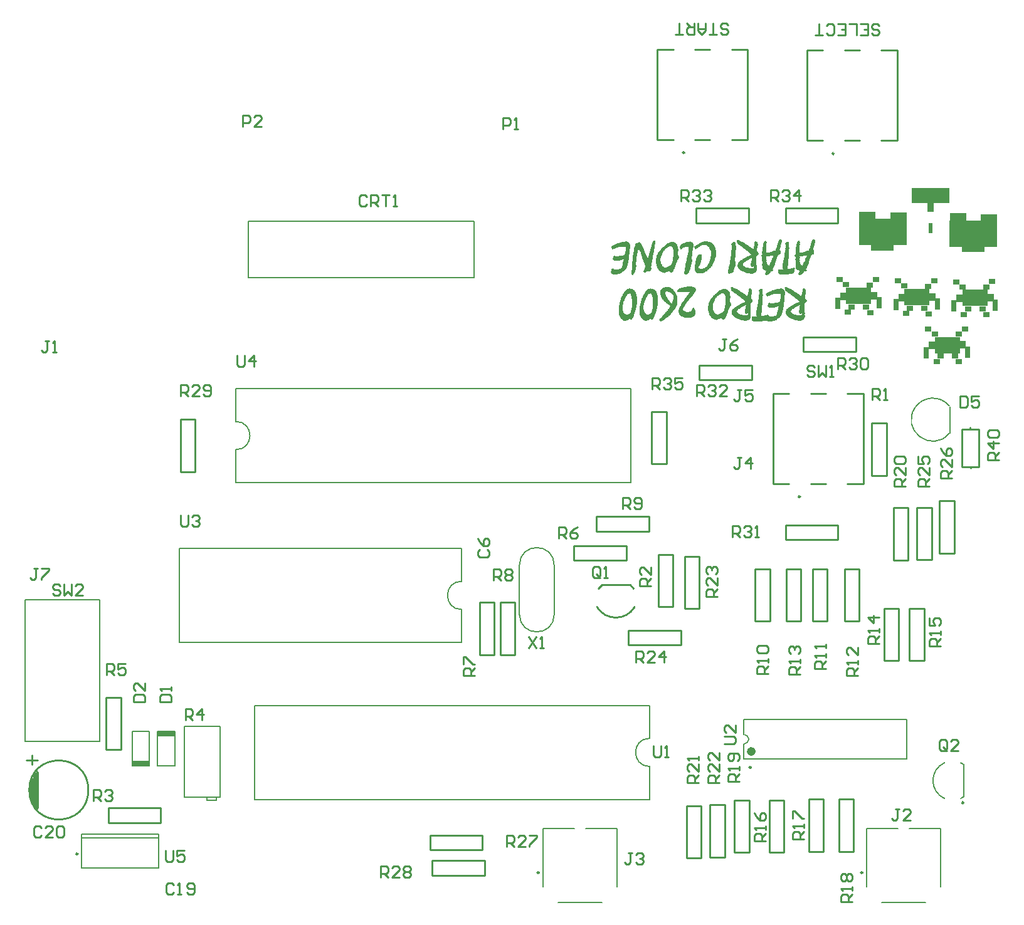
<source format=gto>
G04 Layer_Color=15132400*
%FSLAX23Y23*%
%MOIN*%
G70*
G01*
G75*
%ADD12C,0.010*%
%ADD42C,0.010*%
%ADD43C,0.008*%
%ADD44C,0.008*%
%ADD45C,0.024*%
%ADD46C,0.030*%
%ADD47C,0.007*%
%ADD48R,0.093X0.026*%
%ADD49R,0.035X0.030*%
%ADD50R,0.035X0.040*%
%ADD51R,0.135X0.090*%
%ADD52R,0.030X0.062*%
%ADD53R,0.252X0.139*%
%ADD54R,0.119X0.038*%
%ADD55R,0.088X0.046*%
%ADD56R,0.200X0.083*%
%ADD57R,0.038X0.059*%
%ADD58R,0.020X0.056*%
G36*
X4559Y4441D02*
X4559D01*
X4560Y4441D01*
X4562Y4440D01*
X4562Y4440D01*
X4563Y4439D01*
X4564Y4439D01*
X4564Y4439D01*
X4565Y4438D01*
X4566Y4438D01*
X4567Y4437D01*
X4567Y4437D01*
X4568Y4436D01*
X4569Y4436D01*
X4569Y4435D01*
X4571Y4433D01*
X4571Y4432D01*
X4572Y4431D01*
Y4430D01*
Y4430D01*
X4572Y4429D01*
Y4427D01*
Y4426D01*
X4572Y4423D01*
Y4421D01*
Y4418D01*
Y4418D01*
Y4417D01*
X4572Y4416D01*
Y4414D01*
X4572Y4412D01*
X4571Y4409D01*
X4570Y4405D01*
X4569Y4401D01*
Y4401D01*
X4569Y4400D01*
X4569Y4398D01*
X4568Y4395D01*
X4567Y4393D01*
X4567Y4390D01*
X4567Y4388D01*
Y4387D01*
Y4386D01*
Y4386D01*
X4567Y4385D01*
Y4384D01*
Y4384D01*
Y4382D01*
Y4382D01*
Y4381D01*
Y4380D01*
X4567Y4378D01*
X4566Y4376D01*
X4566Y4374D01*
X4565Y4371D01*
X4565Y4366D01*
Y4366D01*
X4564Y4364D01*
X4564Y4363D01*
X4564Y4360D01*
X4563Y4355D01*
X4562Y4352D01*
Y4350D01*
Y4350D01*
X4563Y4350D01*
X4563Y4349D01*
X4564Y4349D01*
X4564Y4348D01*
X4565Y4348D01*
X4565Y4346D01*
X4566Y4344D01*
Y4344D01*
Y4344D01*
Y4342D01*
Y4340D01*
X4565Y4337D01*
Y4337D01*
Y4337D01*
X4565Y4335D01*
X4564Y4333D01*
X4564Y4330D01*
Y4329D01*
X4563Y4329D01*
X4563Y4328D01*
X4562Y4325D01*
X4562Y4323D01*
Y4323D01*
X4562Y4322D01*
X4561Y4320D01*
X4561Y4318D01*
X4560Y4316D01*
Y4315D01*
Y4315D01*
X4560Y4313D01*
X4559Y4311D01*
X4559Y4308D01*
Y4308D01*
X4558Y4308D01*
X4558Y4306D01*
X4558Y4304D01*
X4557Y4301D01*
Y4300D01*
X4557Y4300D01*
X4557Y4299D01*
X4556Y4296D01*
X4555Y4294D01*
Y4294D01*
X4555Y4293D01*
X4554Y4292D01*
X4552Y4289D01*
X4551Y4285D01*
X4551Y4284D01*
X4550Y4284D01*
X4550Y4282D01*
X4549Y4281D01*
X4549Y4280D01*
X4549Y4279D01*
X4548Y4278D01*
X4547Y4276D01*
X4547Y4276D01*
X4546Y4275D01*
X4545Y4273D01*
X4544Y4272D01*
X4544Y4272D01*
X4543Y4271D01*
X4541Y4270D01*
X4539Y4269D01*
X4539Y4269D01*
X4538Y4268D01*
X4536Y4268D01*
X4535Y4267D01*
X4535D01*
X4534Y4267D01*
X4533Y4267D01*
X4531D01*
X4530Y4267D01*
X4527Y4268D01*
X4526Y4269D01*
X4526Y4270D01*
X4525Y4271D01*
X4524Y4272D01*
X4523Y4275D01*
X4523Y4278D01*
Y4279D01*
Y4279D01*
Y4280D01*
X4523Y4282D01*
Y4282D01*
X4524Y4283D01*
X4524Y4285D01*
X4525Y4287D01*
Y4287D01*
X4525Y4288D01*
X4525Y4289D01*
X4526Y4291D01*
Y4291D01*
X4526Y4292D01*
X4526Y4293D01*
Y4294D01*
Y4295D01*
Y4296D01*
X4526Y4299D01*
Y4299D01*
X4527Y4300D01*
Y4301D01*
X4527Y4303D01*
Y4303D01*
X4528Y4304D01*
X4528Y4305D01*
X4529Y4306D01*
Y4307D01*
Y4307D01*
X4529Y4308D01*
X4529Y4309D01*
X4530Y4312D01*
X4530Y4315D01*
Y4316D01*
Y4317D01*
X4531Y4319D01*
Y4320D01*
Y4320D01*
Y4321D01*
Y4322D01*
X4531Y4324D01*
X4531Y4326D01*
X4532Y4328D01*
X4533Y4333D01*
Y4333D01*
X4533Y4334D01*
X4534Y4336D01*
X4534Y4337D01*
X4535Y4341D01*
X4536Y4342D01*
Y4344D01*
Y4344D01*
Y4345D01*
X4536Y4347D01*
X4536Y4349D01*
Y4349D01*
X4537Y4350D01*
X4537Y4352D01*
X4538Y4355D01*
Y4355D01*
X4538Y4356D01*
X4539Y4357D01*
X4539Y4358D01*
X4540Y4361D01*
X4540Y4363D01*
Y4364D01*
X4541Y4364D01*
X4541Y4366D01*
Y4366D01*
Y4366D01*
X4541Y4367D01*
Y4369D01*
X4542Y4370D01*
Y4370D01*
X4542Y4371D01*
X4542Y4374D01*
X4543Y4376D01*
Y4377D01*
X4543Y4378D01*
X4544Y4380D01*
X4544Y4383D01*
X4545Y4386D01*
X4545Y4390D01*
X4546Y4393D01*
X4547Y4397D01*
Y4397D01*
X4547Y4398D01*
Y4400D01*
X4547Y4401D01*
X4548Y4405D01*
X4548Y4407D01*
Y4409D01*
Y4410D01*
Y4411D01*
Y4413D01*
X4548Y4414D01*
X4547Y4414D01*
Y4415D01*
Y4415D01*
X4545D01*
X4543Y4415D01*
X4540D01*
X4538Y4414D01*
X4533Y4413D01*
X4532D01*
X4531Y4413D01*
X4530Y4413D01*
X4528Y4412D01*
X4526Y4412D01*
X4523Y4411D01*
X4517Y4409D01*
X4516D01*
X4516Y4408D01*
X4515Y4408D01*
X4515D01*
X4515Y4408D01*
X4514D01*
X4514Y4407D01*
X4514Y4407D01*
X4513Y4406D01*
X4512Y4405D01*
X4512Y4405D01*
X4511Y4404D01*
X4510Y4404D01*
X4509Y4403D01*
X4509Y4403D01*
X4509Y4403D01*
X4507Y4401D01*
X4505Y4400D01*
X4505Y4401D01*
X4504Y4402D01*
X4503Y4404D01*
X4502Y4407D01*
X4500Y4409D01*
X4499Y4411D01*
X4499Y4413D01*
X4498Y4414D01*
X4499Y4415D01*
X4499Y4416D01*
X4501Y4417D01*
X4502Y4419D01*
X4502Y4419D01*
X4502Y4420D01*
X4503Y4422D01*
X4505Y4424D01*
X4505Y4424D01*
X4506Y4426D01*
X4507Y4427D01*
X4509Y4428D01*
X4509Y4429D01*
X4511Y4429D01*
X4513Y4430D01*
X4515Y4431D01*
X4515D01*
X4516Y4432D01*
X4518Y4432D01*
X4520Y4433D01*
X4523Y4434D01*
X4523Y4435D01*
X4525Y4435D01*
X4527Y4436D01*
X4529Y4437D01*
X4530D01*
X4530Y4438D01*
X4532Y4438D01*
X4534Y4439D01*
X4537Y4440D01*
X4538D01*
X4540Y4440D01*
X4542Y4440D01*
X4545Y4441D01*
X4545D01*
X4547Y4441D01*
X4548Y4441D01*
X4550Y4441D01*
X4552D01*
X4553Y4442D01*
X4556D01*
X4559Y4441D01*
D02*
G37*
G36*
X4355Y4191D02*
X4355D01*
X4356Y4191D01*
X4357Y4191D01*
X4358Y4190D01*
X4358D01*
X4359Y4189D01*
X4360Y4189D01*
X4361Y4188D01*
X4365Y4186D01*
X4368Y4184D01*
X4368Y4184D01*
X4368Y4184D01*
X4370Y4182D01*
X4372Y4180D01*
X4374Y4178D01*
Y4177D01*
X4374Y4177D01*
X4375Y4176D01*
X4376Y4173D01*
X4378Y4170D01*
Y4170D01*
X4378Y4169D01*
X4378Y4168D01*
X4379Y4167D01*
X4379Y4165D01*
X4380Y4163D01*
X4381Y4159D01*
Y4159D01*
X4381Y4158D01*
X4382Y4157D01*
X4382Y4155D01*
X4382Y4152D01*
X4383Y4148D01*
Y4147D01*
Y4147D01*
Y4146D01*
Y4144D01*
Y4141D01*
X4383Y4138D01*
X4383Y4138D01*
X4384Y4137D01*
Y4136D01*
Y4136D01*
X4384Y4134D01*
Y4133D01*
X4384Y4132D01*
Y4131D01*
X4383Y4129D01*
Y4128D01*
Y4128D01*
Y4127D01*
Y4125D01*
Y4125D01*
X4383Y4123D01*
Y4121D01*
Y4118D01*
Y4118D01*
Y4116D01*
Y4115D01*
X4383Y4112D01*
Y4110D01*
X4382Y4107D01*
X4382Y4100D01*
Y4100D01*
X4381Y4099D01*
X4381Y4097D01*
X4380Y4094D01*
X4380Y4092D01*
X4379Y4088D01*
X4377Y4081D01*
X4377Y4081D01*
X4377Y4080D01*
X4376Y4078D01*
X4375Y4076D01*
Y4076D01*
X4375Y4075D01*
X4375Y4074D01*
X4374Y4071D01*
X4373Y4068D01*
X4373Y4067D01*
X4372Y4066D01*
X4372Y4064D01*
X4371Y4061D01*
Y4061D01*
X4370Y4061D01*
X4370Y4060D01*
X4370Y4058D01*
X4369Y4056D01*
X4368Y4052D01*
Y4052D01*
Y4051D01*
X4367Y4051D01*
X4367Y4049D01*
X4367Y4049D01*
X4367Y4047D01*
X4366Y4046D01*
X4365Y4043D01*
X4365Y4043D01*
X4364Y4042D01*
X4364Y4041D01*
X4363Y4039D01*
X4363Y4039D01*
X4362Y4037D01*
X4361Y4036D01*
X4360Y4034D01*
X4360Y4033D01*
X4359Y4032D01*
X4358Y4030D01*
X4356Y4029D01*
X4356Y4029D01*
X4355Y4028D01*
X4353Y4027D01*
X4350Y4027D01*
X4350D01*
X4349Y4027D01*
X4347Y4028D01*
X4346Y4029D01*
X4346Y4029D01*
X4345Y4029D01*
X4345Y4031D01*
X4344Y4032D01*
Y4032D01*
Y4033D01*
X4345Y4034D01*
X4344Y4033D01*
X4344Y4033D01*
X4343Y4032D01*
X4342Y4031D01*
X4341Y4030D01*
X4337Y4027D01*
X4335Y4025D01*
X4332Y4024D01*
X4332Y4023D01*
X4331Y4023D01*
X4330Y4022D01*
X4328Y4022D01*
X4326Y4021D01*
X4324Y4021D01*
X4322Y4020D01*
X4319D01*
X4317Y4021D01*
X4315Y4021D01*
X4312Y4023D01*
X4312D01*
X4312Y4023D01*
X4310Y4024D01*
X4307Y4026D01*
X4305Y4028D01*
X4304Y4028D01*
X4303Y4029D01*
X4302Y4030D01*
X4301Y4031D01*
X4299Y4033D01*
X4297Y4035D01*
X4294Y4040D01*
X4294Y4041D01*
X4293Y4042D01*
X4292Y4043D01*
X4292Y4045D01*
X4291Y4047D01*
X4290Y4049D01*
X4288Y4055D01*
Y4055D01*
Y4056D01*
Y4056D01*
X4288Y4058D01*
Y4059D01*
X4288Y4061D01*
Y4064D01*
X4288Y4067D01*
Y4067D01*
Y4068D01*
X4287Y4070D01*
Y4072D01*
Y4075D01*
X4287Y4078D01*
Y4082D01*
Y4086D01*
Y4087D01*
Y4087D01*
Y4089D01*
X4287Y4090D01*
X4288Y4093D01*
X4288Y4095D01*
X4288Y4099D01*
X4289Y4102D01*
Y4103D01*
X4289Y4104D01*
X4290Y4107D01*
X4290Y4109D01*
X4291Y4113D01*
X4292Y4118D01*
X4293Y4123D01*
X4294Y4128D01*
Y4128D01*
X4295Y4129D01*
X4295Y4131D01*
X4296Y4132D01*
Y4133D01*
X4297Y4133D01*
X4297Y4135D01*
X4298Y4137D01*
Y4137D01*
Y4138D01*
X4298Y4140D01*
X4299Y4141D01*
X4299Y4142D01*
X4300Y4143D01*
X4300Y4145D01*
X4302Y4148D01*
Y4148D01*
X4302Y4149D01*
X4303Y4150D01*
X4304Y4152D01*
X4306Y4156D01*
X4308Y4161D01*
Y4161D01*
X4309Y4162D01*
X4309Y4163D01*
X4310Y4164D01*
X4312Y4167D01*
X4313Y4170D01*
X4314Y4170D01*
X4314Y4171D01*
X4315Y4172D01*
X4316Y4174D01*
X4318Y4177D01*
X4322Y4181D01*
X4322Y4181D01*
X4323Y4182D01*
X4324Y4182D01*
X4325Y4183D01*
X4328Y4186D01*
X4333Y4189D01*
X4333Y4189D01*
X4334Y4189D01*
X4336Y4190D01*
X4338Y4191D01*
X4338D01*
X4339Y4191D01*
X4340Y4191D01*
X4342Y4192D01*
X4348D01*
X4348Y4191D01*
X4351D01*
X4353Y4192D01*
X4353D01*
X4355Y4191D01*
D02*
G37*
G36*
X4244D02*
X4244D01*
X4245Y4191D01*
X4246Y4191D01*
X4247Y4190D01*
X4247D01*
X4248Y4189D01*
X4249Y4189D01*
X4250Y4188D01*
X4254Y4186D01*
X4257Y4184D01*
X4257Y4184D01*
X4257Y4184D01*
X4259Y4182D01*
X4261Y4180D01*
X4263Y4178D01*
Y4177D01*
X4263Y4177D01*
X4264Y4176D01*
X4265Y4173D01*
X4267Y4170D01*
Y4170D01*
X4267Y4169D01*
X4267Y4168D01*
X4268Y4167D01*
X4268Y4165D01*
X4269Y4163D01*
X4270Y4159D01*
Y4159D01*
X4270Y4158D01*
X4271Y4157D01*
X4271Y4155D01*
X4271Y4152D01*
X4272Y4148D01*
Y4147D01*
Y4147D01*
Y4146D01*
Y4144D01*
Y4141D01*
X4272Y4138D01*
X4272Y4138D01*
X4273Y4137D01*
Y4136D01*
Y4136D01*
X4273Y4134D01*
Y4133D01*
X4273Y4132D01*
Y4131D01*
X4272Y4129D01*
Y4128D01*
Y4128D01*
Y4127D01*
Y4125D01*
Y4125D01*
X4272Y4123D01*
Y4121D01*
Y4118D01*
Y4118D01*
Y4116D01*
Y4115D01*
X4272Y4112D01*
Y4110D01*
X4271Y4107D01*
X4271Y4100D01*
Y4100D01*
X4270Y4099D01*
X4270Y4097D01*
X4269Y4094D01*
X4269Y4092D01*
X4268Y4088D01*
X4266Y4081D01*
X4266Y4081D01*
X4266Y4080D01*
X4265Y4078D01*
X4264Y4076D01*
Y4076D01*
X4264Y4075D01*
X4264Y4074D01*
X4263Y4071D01*
X4262Y4068D01*
X4262Y4067D01*
X4261Y4066D01*
X4261Y4064D01*
X4260Y4061D01*
Y4061D01*
X4259Y4061D01*
X4259Y4060D01*
X4259Y4058D01*
X4258Y4056D01*
X4257Y4052D01*
Y4052D01*
Y4051D01*
X4256Y4051D01*
X4256Y4049D01*
X4256Y4049D01*
X4256Y4047D01*
X4255Y4046D01*
X4254Y4043D01*
X4254Y4043D01*
X4253Y4042D01*
X4253Y4041D01*
X4252Y4039D01*
X4252Y4039D01*
X4251Y4037D01*
X4250Y4036D01*
X4249Y4034D01*
X4249Y4033D01*
X4248Y4032D01*
X4247Y4030D01*
X4245Y4029D01*
X4245Y4029D01*
X4244Y4028D01*
X4242Y4027D01*
X4239Y4027D01*
X4239D01*
X4238Y4027D01*
X4236Y4028D01*
X4235Y4029D01*
X4235Y4029D01*
X4234Y4029D01*
X4234Y4031D01*
X4233Y4032D01*
Y4032D01*
Y4033D01*
X4234Y4034D01*
X4233Y4033D01*
X4233Y4033D01*
X4232Y4032D01*
X4231Y4031D01*
X4230Y4030D01*
X4226Y4027D01*
X4224Y4025D01*
X4221Y4024D01*
X4221Y4023D01*
X4220Y4023D01*
X4219Y4022D01*
X4217Y4022D01*
X4215Y4021D01*
X4213Y4021D01*
X4211Y4020D01*
X4208D01*
X4206Y4021D01*
X4204Y4021D01*
X4201Y4023D01*
X4201D01*
X4201Y4023D01*
X4199Y4024D01*
X4196Y4026D01*
X4193Y4028D01*
X4193Y4028D01*
X4192Y4029D01*
X4191Y4030D01*
X4190Y4031D01*
X4188Y4033D01*
X4186Y4035D01*
X4183Y4040D01*
X4183Y4041D01*
X4182Y4042D01*
X4181Y4043D01*
X4181Y4045D01*
X4180Y4047D01*
X4179Y4049D01*
X4177Y4055D01*
Y4055D01*
Y4056D01*
Y4056D01*
X4177Y4058D01*
Y4059D01*
X4177Y4061D01*
Y4064D01*
X4177Y4067D01*
Y4067D01*
Y4068D01*
X4176Y4070D01*
Y4072D01*
Y4075D01*
X4176Y4078D01*
Y4082D01*
Y4086D01*
Y4087D01*
Y4087D01*
Y4089D01*
X4176Y4090D01*
X4177Y4093D01*
X4177Y4095D01*
X4177Y4099D01*
X4178Y4102D01*
Y4103D01*
X4178Y4104D01*
X4179Y4107D01*
X4179Y4109D01*
X4180Y4113D01*
X4181Y4118D01*
X4182Y4123D01*
X4183Y4128D01*
Y4128D01*
X4184Y4129D01*
X4184Y4131D01*
X4185Y4132D01*
Y4133D01*
X4186Y4133D01*
X4186Y4135D01*
X4187Y4137D01*
Y4137D01*
Y4138D01*
X4187Y4140D01*
X4188Y4141D01*
X4188Y4142D01*
X4189Y4143D01*
X4189Y4145D01*
X4191Y4148D01*
Y4148D01*
X4191Y4149D01*
X4192Y4150D01*
X4193Y4152D01*
X4195Y4156D01*
X4197Y4161D01*
Y4161D01*
X4198Y4162D01*
X4198Y4163D01*
X4199Y4164D01*
X4201Y4167D01*
X4202Y4170D01*
X4203Y4170D01*
X4203Y4171D01*
X4204Y4172D01*
X4205Y4174D01*
X4207Y4177D01*
X4211Y4181D01*
X4211Y4181D01*
X4212Y4182D01*
X4213Y4182D01*
X4214Y4183D01*
X4217Y4186D01*
X4222Y4189D01*
X4222Y4189D01*
X4223Y4189D01*
X4225Y4190D01*
X4227Y4191D01*
X4227D01*
X4228Y4191D01*
X4229Y4191D01*
X4231Y4192D01*
X4237D01*
X4237Y4191D01*
X4240D01*
X4242Y4192D01*
X4242D01*
X4244Y4191D01*
D02*
G37*
G36*
X4466Y4439D02*
X4470Y4439D01*
X4470D01*
X4470Y4438D01*
X4472Y4438D01*
X4475Y4437D01*
X4477Y4436D01*
X4477Y4435D01*
X4477Y4435D01*
X4479Y4434D01*
X4479Y4433D01*
X4480Y4433D01*
X4481Y4432D01*
X4482Y4430D01*
X4483Y4430D01*
X4484Y4429D01*
X4485Y4427D01*
X4487Y4424D01*
Y4424D01*
X4487Y4424D01*
X4487Y4423D01*
X4488Y4422D01*
X4488Y4420D01*
X4489Y4418D01*
X4490Y4414D01*
Y4413D01*
X4490Y4413D01*
Y4412D01*
X4490Y4410D01*
X4491Y4407D01*
X4492Y4404D01*
Y4404D01*
Y4403D01*
Y4402D01*
Y4401D01*
X4492Y4398D01*
Y4395D01*
Y4395D01*
Y4394D01*
X4492Y4393D01*
X4491Y4391D01*
Y4391D01*
X4491Y4390D01*
Y4388D01*
Y4387D01*
Y4387D01*
Y4386D01*
Y4384D01*
X4491Y4383D01*
Y4382D01*
X4491Y4381D01*
X4491Y4378D01*
X4490Y4375D01*
Y4375D01*
X4490Y4374D01*
X4490Y4374D01*
X4497Y4360D01*
Y4360D01*
Y4359D01*
X4497Y4357D01*
X4496Y4356D01*
X4496Y4355D01*
X4495Y4354D01*
X4494Y4352D01*
X4493Y4351D01*
Y4350D01*
X4493Y4350D01*
X4492Y4349D01*
X4491Y4347D01*
X4490Y4345D01*
X4489Y4345D01*
X4489Y4344D01*
X4489Y4343D01*
X4488Y4343D01*
X4488Y4342D01*
X4487Y4341D01*
X4487Y4340D01*
X4486Y4339D01*
X4486Y4338D01*
X4485Y4336D01*
X4484Y4334D01*
X4484Y4333D01*
X4483Y4333D01*
X4482Y4331D01*
X4482Y4330D01*
X4482Y4329D01*
Y4328D01*
X4481Y4328D01*
X4481Y4327D01*
X4481Y4326D01*
X4480Y4324D01*
X4480Y4322D01*
X4479Y4320D01*
X4478Y4317D01*
X4478Y4317D01*
X4477Y4316D01*
X4477Y4315D01*
X4476Y4313D01*
X4476Y4312D01*
X4475Y4311D01*
X4475Y4309D01*
X4474Y4307D01*
Y4306D01*
X4473Y4305D01*
X4473Y4303D01*
X4472Y4300D01*
Y4300D01*
X4472Y4300D01*
X4471Y4298D01*
X4470Y4295D01*
X4468Y4292D01*
Y4292D01*
X4468Y4291D01*
X4468Y4290D01*
X4467Y4289D01*
X4465Y4287D01*
X4463Y4283D01*
X4463Y4283D01*
X4462Y4282D01*
X4462Y4282D01*
X4461Y4281D01*
X4459Y4279D01*
X4457Y4278D01*
X4455Y4277D01*
X4453Y4276D01*
X4453D01*
X4452Y4277D01*
X4451Y4277D01*
X4449Y4279D01*
X4448Y4280D01*
X4448Y4280D01*
X4447Y4281D01*
X4447Y4282D01*
X4446Y4284D01*
Y4284D01*
Y4284D01*
X4447Y4286D01*
X4448Y4289D01*
X4449Y4292D01*
Y4292D01*
X4449Y4293D01*
X4450Y4294D01*
X4450Y4294D01*
X4448Y4292D01*
X4446Y4289D01*
X4445Y4289D01*
X4445Y4289D01*
X4443Y4287D01*
X4441Y4285D01*
X4439Y4284D01*
X4438Y4283D01*
X4437Y4282D01*
X4435Y4282D01*
X4433Y4281D01*
X4433D01*
X4432Y4281D01*
X4431Y4280D01*
X4429Y4280D01*
X4429D01*
X4428Y4279D01*
X4426Y4279D01*
X4424Y4278D01*
X4424D01*
X4424Y4278D01*
X4422Y4277D01*
X4422Y4277D01*
X4422Y4277D01*
X4420Y4276D01*
X4419Y4275D01*
X4415Y4276D01*
X4415Y4276D01*
X4414Y4276D01*
X4412Y4277D01*
X4410Y4278D01*
X4409D01*
X4407Y4278D01*
X4405Y4279D01*
X4404Y4279D01*
X4403Y4279D01*
X4403Y4280D01*
X4400Y4282D01*
X4400Y4282D01*
X4399Y4282D01*
X4398Y4283D01*
X4397Y4284D01*
X4396D01*
X4396Y4285D01*
X4395Y4285D01*
X4394Y4286D01*
X4391Y4289D01*
X4388Y4293D01*
X4387Y4293D01*
X4387Y4294D01*
X4386Y4295D01*
X4385Y4297D01*
X4384Y4299D01*
X4383Y4301D01*
X4381Y4304D01*
X4380Y4307D01*
X4380Y4307D01*
X4379Y4308D01*
X4379Y4310D01*
X4378Y4312D01*
X4377Y4314D01*
X4376Y4316D01*
X4375Y4322D01*
Y4322D01*
X4375Y4323D01*
X4374Y4324D01*
X4374Y4326D01*
X4374Y4328D01*
X4374Y4330D01*
X4373Y4335D01*
Y4335D01*
Y4336D01*
Y4337D01*
Y4338D01*
X4374Y4340D01*
Y4342D01*
X4374Y4347D01*
X4374Y4352D01*
X4376Y4358D01*
X4377Y4364D01*
X4378Y4370D01*
Y4370D01*
X4379Y4370D01*
X4379Y4372D01*
X4381Y4375D01*
X4382Y4378D01*
X4384Y4382D01*
X4387Y4386D01*
X4390Y4391D01*
X4394Y4394D01*
Y4395D01*
X4395Y4395D01*
X4396Y4396D01*
X4396Y4397D01*
X4397Y4397D01*
X4398Y4398D01*
X4399Y4399D01*
Y4400D01*
Y4400D01*
X4399Y4401D01*
X4400Y4402D01*
X4401Y4403D01*
X4401Y4404D01*
X4402Y4405D01*
X4403Y4406D01*
X4404Y4407D01*
X4405D01*
X4405Y4407D01*
X4407Y4408D01*
X4408Y4409D01*
X4409Y4410D01*
X4411Y4412D01*
X4413Y4414D01*
X4413Y4414D01*
X4414Y4415D01*
X4415Y4416D01*
X4416Y4417D01*
X4419Y4420D01*
X4422Y4423D01*
X4423Y4423D01*
X4423Y4424D01*
X4424Y4425D01*
X4426Y4426D01*
X4430Y4429D01*
X4434Y4432D01*
X4434D01*
X4435Y4432D01*
X4436Y4432D01*
X4437Y4433D01*
X4441Y4434D01*
X4444Y4436D01*
X4444Y4436D01*
X4446Y4436D01*
X4447Y4438D01*
X4450Y4439D01*
X4451D01*
X4452Y4439D01*
X4455Y4439D01*
X4458Y4439D01*
X4462D01*
X4466Y4439D01*
D02*
G37*
G36*
X4808Y4451D02*
X4810Y4451D01*
X4812Y4451D01*
X4812Y4450D01*
X4813Y4450D01*
X4815Y4449D01*
X4817Y4447D01*
X4818Y4447D01*
X4819Y4446D01*
X4821Y4445D01*
X4821D01*
X4822Y4445D01*
X4823Y4444D01*
X4824Y4444D01*
X4826Y4443D01*
X4829Y4441D01*
X4832Y4440D01*
X4836Y4439D01*
X4837D01*
X4837Y4438D01*
X4838Y4438D01*
X4839Y4437D01*
X4842Y4436D01*
X4845Y4434D01*
X4845D01*
X4846Y4434D01*
X4848Y4432D01*
X4850Y4430D01*
X4853Y4428D01*
X4853Y4428D01*
X4854Y4427D01*
X4856Y4426D01*
X4858Y4424D01*
X4859Y4424D01*
X4860Y4423D01*
X4862Y4422D01*
X4865Y4420D01*
X4865D01*
X4866Y4419D01*
X4867Y4419D01*
X4868Y4418D01*
X4870Y4417D01*
X4873Y4415D01*
X4873Y4415D01*
X4875Y4414D01*
X4876Y4412D01*
X4878Y4411D01*
X4878Y4411D01*
X4879Y4410D01*
X4880Y4410D01*
X4882Y4408D01*
X4885Y4406D01*
X4888Y4404D01*
X4889Y4403D01*
X4890Y4402D01*
X4891Y4401D01*
X4891Y4401D01*
Y4401D01*
Y4402D01*
Y4403D01*
Y4403D01*
X4891Y4404D01*
X4892Y4405D01*
X4892Y4407D01*
X4893Y4409D01*
X4893Y4411D01*
X4894Y4416D01*
Y4416D01*
X4895Y4417D01*
X4895Y4419D01*
X4895Y4421D01*
X4896Y4424D01*
X4896Y4427D01*
X4897Y4432D01*
X4898Y4436D01*
Y4436D01*
X4898Y4437D01*
X4898Y4439D01*
X4899Y4440D01*
X4899Y4441D01*
X4900Y4441D01*
X4901Y4442D01*
X4903Y4442D01*
X4904D01*
X4905Y4442D01*
X4906D01*
X4909Y4441D01*
X4912Y4439D01*
X4912Y4439D01*
X4913Y4437D01*
X4914Y4435D01*
X4915Y4431D01*
Y4431D01*
Y4430D01*
Y4429D01*
Y4427D01*
X4915Y4425D01*
Y4423D01*
X4914Y4418D01*
Y4417D01*
X4914Y4417D01*
Y4415D01*
X4913Y4413D01*
X4913Y4411D01*
X4912Y4409D01*
X4911Y4403D01*
Y4403D01*
X4911Y4402D01*
X4911Y4400D01*
X4910Y4398D01*
Y4398D01*
X4910Y4397D01*
Y4395D01*
Y4394D01*
Y4394D01*
Y4393D01*
X4910Y4393D01*
X4911Y4391D01*
X4911Y4390D01*
X4912Y4389D01*
X4913Y4387D01*
X4915Y4386D01*
X4915Y4386D01*
X4915Y4385D01*
X4917Y4383D01*
X4919Y4381D01*
X4919Y4380D01*
X4919Y4379D01*
Y4378D01*
Y4377D01*
X4919Y4376D01*
X4919Y4374D01*
X4918Y4373D01*
X4918Y4372D01*
X4917Y4371D01*
X4915Y4369D01*
X4915D01*
X4914Y4369D01*
X4912Y4368D01*
X4910Y4366D01*
X4908Y4365D01*
Y4364D01*
X4908Y4364D01*
Y4363D01*
Y4362D01*
Y4362D01*
Y4361D01*
Y4359D01*
Y4359D01*
Y4359D01*
Y4357D01*
Y4356D01*
Y4355D01*
Y4353D01*
X4907Y4350D01*
Y4347D01*
Y4343D01*
X4907Y4339D01*
Y4335D01*
Y4335D01*
Y4335D01*
Y4333D01*
Y4333D01*
Y4332D01*
Y4330D01*
X4907Y4328D01*
Y4328D01*
Y4327D01*
X4908Y4325D01*
Y4324D01*
Y4324D01*
X4907Y4323D01*
Y4322D01*
Y4321D01*
Y4321D01*
X4908Y4320D01*
X4908Y4319D01*
X4909Y4317D01*
Y4317D01*
X4909Y4316D01*
X4909Y4315D01*
Y4313D01*
Y4313D01*
Y4312D01*
Y4311D01*
Y4309D01*
Y4308D01*
X4909Y4307D01*
Y4306D01*
Y4305D01*
Y4304D01*
Y4304D01*
Y4302D01*
X4909Y4300D01*
Y4300D01*
Y4299D01*
X4910Y4297D01*
Y4296D01*
Y4295D01*
Y4295D01*
Y4294D01*
X4909Y4293D01*
X4909Y4290D01*
X4907Y4287D01*
Y4287D01*
X4907Y4286D01*
X4907Y4285D01*
X4906Y4284D01*
X4904Y4281D01*
X4901Y4278D01*
X4900Y4278D01*
X4900Y4277D01*
X4899Y4277D01*
X4898Y4276D01*
X4895Y4274D01*
X4892Y4273D01*
X4892D01*
X4891Y4272D01*
X4890Y4272D01*
X4889Y4272D01*
X4886Y4271D01*
X4883Y4271D01*
X4881D01*
X4880Y4271D01*
X4877Y4271D01*
X4875D01*
X4873Y4272D01*
X4870D01*
X4869Y4272D01*
X4868Y4272D01*
X4866Y4273D01*
X4864Y4273D01*
X4862Y4274D01*
X4860D01*
X4859Y4275D01*
X4857Y4275D01*
X4857D01*
X4855Y4275D01*
X4854Y4275D01*
X4853Y4276D01*
X4853D01*
X4853Y4276D01*
X4852Y4277D01*
X4850Y4277D01*
X4849Y4278D01*
X4848D01*
X4848Y4278D01*
X4847Y4279D01*
X4846D01*
X4846Y4279D01*
X4845Y4279D01*
X4843Y4280D01*
X4842Y4280D01*
X4842D01*
X4841Y4281D01*
X4840Y4281D01*
X4840D01*
X4839Y4282D01*
X4838Y4282D01*
X4837Y4283D01*
X4836D01*
X4835Y4284D01*
X4834Y4284D01*
X4832Y4285D01*
X4832D01*
X4831Y4285D01*
X4830Y4286D01*
X4829Y4287D01*
X4826Y4288D01*
X4823Y4290D01*
X4823D01*
X4823Y4291D01*
X4821Y4292D01*
X4819Y4294D01*
X4816Y4296D01*
X4816Y4297D01*
X4816Y4297D01*
X4815Y4298D01*
X4814Y4299D01*
X4811Y4302D01*
X4810Y4306D01*
Y4306D01*
X4809Y4306D01*
X4809Y4307D01*
X4808Y4308D01*
X4808Y4311D01*
X4808Y4315D01*
Y4315D01*
Y4316D01*
Y4316D01*
X4808Y4318D01*
Y4319D01*
X4808Y4320D01*
X4808Y4321D01*
X4809Y4323D01*
Y4324D01*
Y4324D01*
X4809Y4326D01*
X4811Y4328D01*
X4811Y4330D01*
X4813Y4331D01*
X4813Y4332D01*
X4813Y4332D01*
X4814Y4333D01*
X4815Y4334D01*
X4818Y4337D01*
X4822Y4341D01*
X4823Y4341D01*
X4823Y4341D01*
X4824Y4342D01*
X4825Y4343D01*
X4829Y4345D01*
X4832Y4348D01*
X4833D01*
X4833Y4348D01*
X4834Y4349D01*
X4835Y4349D01*
X4838Y4351D01*
X4841Y4352D01*
X4842Y4352D01*
X4843Y4353D01*
X4843Y4354D01*
X4844Y4354D01*
X4846Y4355D01*
X4848Y4357D01*
X4849D01*
X4849Y4357D01*
X4850Y4358D01*
X4851Y4358D01*
X4853Y4359D01*
X4854Y4360D01*
X4859Y4362D01*
X4859Y4363D01*
X4861Y4363D01*
X4863Y4364D01*
X4865Y4366D01*
X4871Y4368D01*
X4873Y4369D01*
X4875Y4370D01*
X4875D01*
X4876Y4370D01*
X4877Y4371D01*
X4878Y4371D01*
X4879Y4371D01*
X4879Y4372D01*
Y4372D01*
X4879Y4373D01*
X4878Y4374D01*
X4876Y4377D01*
X4876Y4377D01*
X4876Y4377D01*
X4874Y4379D01*
X4871Y4382D01*
X4868Y4385D01*
X4868Y4386D01*
X4867Y4386D01*
X4866Y4387D01*
X4865Y4388D01*
X4861Y4390D01*
X4859Y4393D01*
X4858D01*
X4858Y4393D01*
X4857Y4394D01*
X4856Y4395D01*
X4854Y4396D01*
X4852Y4398D01*
X4850Y4399D01*
X4848Y4400D01*
X4847Y4401D01*
X4847Y4401D01*
X4845Y4403D01*
X4843Y4404D01*
X4843D01*
X4843Y4405D01*
X4841Y4406D01*
X4839Y4408D01*
X4836Y4410D01*
X4835D01*
X4835Y4411D01*
X4834Y4412D01*
X4832Y4414D01*
X4829Y4415D01*
X4829D01*
X4829Y4416D01*
X4827Y4417D01*
X4825Y4418D01*
X4822Y4420D01*
X4822Y4420D01*
X4820Y4421D01*
X4819Y4422D01*
X4816Y4424D01*
X4816D01*
X4816Y4424D01*
X4814Y4426D01*
X4812Y4427D01*
X4808Y4430D01*
X4808Y4430D01*
X4807Y4431D01*
X4806Y4433D01*
X4805Y4435D01*
Y4436D01*
X4804Y4436D01*
X4804Y4437D01*
X4804Y4438D01*
X4803Y4440D01*
X4803Y4441D01*
X4803Y4446D01*
X4804Y4450D01*
X4807Y4452D01*
X4807D01*
X4808Y4451D01*
D02*
G37*
G36*
X4790Y4441D02*
X4791Y4441D01*
X4793Y4440D01*
X4793Y4440D01*
X4794Y4439D01*
X4795Y4438D01*
X4796Y4436D01*
X4796Y4436D01*
X4796Y4435D01*
X4797Y4434D01*
X4797Y4432D01*
Y4432D01*
Y4431D01*
X4798Y4430D01*
Y4429D01*
Y4429D01*
Y4428D01*
X4797Y4426D01*
Y4426D01*
X4797Y4425D01*
X4797Y4425D01*
Y4424D01*
Y4424D01*
X4797Y4423D01*
X4797Y4422D01*
X4796Y4421D01*
X4796D01*
X4797Y4421D01*
X4799Y4421D01*
X4799Y4420D01*
X4799Y4419D01*
Y4419D01*
Y4417D01*
Y4415D01*
Y4412D01*
Y4411D01*
Y4410D01*
Y4409D01*
Y4407D01*
X4799Y4404D01*
X4799Y4400D01*
Y4400D01*
Y4399D01*
X4798Y4398D01*
X4798Y4395D01*
X4797Y4393D01*
Y4393D01*
X4798Y4392D01*
Y4391D01*
X4798Y4390D01*
Y4389D01*
Y4387D01*
X4798Y4386D01*
Y4385D01*
Y4383D01*
X4797Y4381D01*
Y4380D01*
Y4379D01*
X4797Y4378D01*
X4797Y4376D01*
Y4374D01*
X4796Y4371D01*
X4796Y4369D01*
X4796Y4365D01*
Y4365D01*
X4795Y4364D01*
Y4362D01*
X4795Y4360D01*
X4794Y4356D01*
X4794Y4354D01*
X4794Y4352D01*
Y4352D01*
X4794Y4351D01*
X4793Y4349D01*
X4793Y4347D01*
X4793Y4347D01*
Y4346D01*
Y4346D01*
X4793Y4345D01*
Y4344D01*
X4793Y4342D01*
Y4342D01*
Y4341D01*
X4794Y4340D01*
X4794Y4338D01*
X4796Y4336D01*
X4797Y4334D01*
Y4333D01*
Y4333D01*
X4797Y4331D01*
Y4329D01*
Y4326D01*
Y4326D01*
Y4326D01*
X4797Y4324D01*
X4796Y4322D01*
X4796Y4319D01*
Y4319D01*
Y4319D01*
X4796Y4317D01*
X4796Y4315D01*
X4795Y4312D01*
Y4312D01*
X4795Y4311D01*
X4794Y4310D01*
X4794Y4308D01*
X4793Y4306D01*
X4793Y4306D01*
X4792Y4304D01*
Y4304D01*
X4792Y4304D01*
X4791Y4302D01*
Y4302D01*
X4791Y4302D01*
X4791Y4300D01*
X4790Y4297D01*
X4789Y4294D01*
Y4294D01*
X4789Y4294D01*
X4789Y4293D01*
X4788Y4292D01*
X4788Y4289D01*
X4787Y4286D01*
Y4285D01*
X4787Y4285D01*
X4785Y4283D01*
X4784Y4280D01*
X4781Y4278D01*
X4781D01*
X4780Y4277D01*
X4779Y4277D01*
X4778Y4277D01*
X4776Y4275D01*
X4772Y4275D01*
X4772Y4274D01*
X4770Y4274D01*
X4769Y4273D01*
X4767Y4272D01*
X4766Y4272D01*
X4765Y4271D01*
X4764Y4271D01*
X4762Y4271D01*
X4762D01*
X4760Y4271D01*
X4759Y4272D01*
X4758Y4273D01*
X4757Y4273D01*
X4757Y4275D01*
X4756Y4276D01*
X4756Y4278D01*
Y4278D01*
Y4279D01*
X4756Y4280D01*
X4756Y4281D01*
X4757Y4283D01*
X4757Y4285D01*
Y4285D01*
X4757Y4286D01*
Y4287D01*
X4758Y4289D01*
X4758Y4291D01*
X4758Y4294D01*
X4759Y4297D01*
X4760Y4301D01*
Y4301D01*
X4760Y4303D01*
X4760Y4305D01*
X4761Y4308D01*
Y4309D01*
X4761Y4309D01*
Y4310D01*
X4762Y4311D01*
X4762Y4315D01*
X4763Y4318D01*
Y4318D01*
X4764Y4319D01*
X4764Y4321D01*
X4765Y4323D01*
X4765Y4325D01*
X4766Y4328D01*
X4767Y4334D01*
Y4335D01*
X4767Y4336D01*
X4767Y4337D01*
X4768Y4340D01*
X4768Y4342D01*
X4769Y4345D01*
X4769Y4349D01*
X4770Y4353D01*
Y4353D01*
Y4354D01*
X4770Y4354D01*
X4770Y4355D01*
X4771Y4358D01*
X4771Y4362D01*
Y4362D01*
Y4362D01*
X4772Y4364D01*
X4772Y4366D01*
X4772Y4369D01*
Y4370D01*
Y4370D01*
X4773Y4371D01*
X4773Y4372D01*
X4773Y4375D01*
X4774Y4378D01*
Y4379D01*
Y4379D01*
Y4381D01*
X4774Y4383D01*
Y4386D01*
Y4386D01*
Y4386D01*
Y4388D01*
Y4388D01*
X4774Y4389D01*
Y4391D01*
Y4391D01*
Y4391D01*
Y4393D01*
Y4394D01*
Y4395D01*
X4774Y4396D01*
X4774Y4398D01*
X4775Y4400D01*
Y4400D01*
X4775Y4401D01*
X4775Y4403D01*
X4776Y4405D01*
Y4405D01*
Y4406D01*
X4776Y4407D01*
Y4408D01*
Y4408D01*
Y4409D01*
Y4410D01*
Y4411D01*
Y4415D01*
X4776Y4417D01*
Y4418D01*
X4775Y4419D01*
Y4420D01*
X4775Y4421D01*
Y4421D01*
X4775Y4422D01*
Y4423D01*
X4774Y4424D01*
X4774Y4426D01*
X4773Y4429D01*
Y4429D01*
X4774Y4431D01*
X4775Y4432D01*
X4776Y4434D01*
X4777Y4435D01*
X4779Y4437D01*
X4780Y4437D01*
X4780Y4437D01*
X4782Y4438D01*
X4783Y4439D01*
X4786Y4441D01*
X4787Y4441D01*
X4789Y4441D01*
X4789D01*
X4790Y4441D01*
D02*
G37*
G36*
X5064Y4201D02*
X5065Y4201D01*
X5067Y4201D01*
X5068Y4200D01*
X5069Y4200D01*
X5070Y4199D01*
X5072Y4197D01*
X5073Y4197D01*
X5075Y4196D01*
X5077Y4195D01*
X5077D01*
X5077Y4195D01*
X5078Y4194D01*
X5080Y4194D01*
X5082Y4193D01*
X5084Y4191D01*
X5088Y4190D01*
X5092Y4189D01*
X5092D01*
X5093Y4188D01*
X5094Y4188D01*
X5094Y4187D01*
X5097Y4186D01*
X5101Y4184D01*
X5101D01*
X5101Y4184D01*
X5103Y4182D01*
X5106Y4180D01*
X5109Y4178D01*
X5109Y4178D01*
X5110Y4177D01*
X5111Y4176D01*
X5113Y4174D01*
X5114Y4174D01*
X5115Y4173D01*
X5118Y4172D01*
X5121Y4170D01*
X5121D01*
X5121Y4169D01*
X5122Y4169D01*
X5123Y4168D01*
X5126Y4167D01*
X5128Y4165D01*
X5129Y4165D01*
X5130Y4164D01*
X5132Y4162D01*
X5133Y4161D01*
X5134Y4161D01*
X5135Y4160D01*
X5136Y4160D01*
X5137Y4158D01*
X5140Y4156D01*
X5144Y4154D01*
X5144Y4153D01*
X5145Y4152D01*
X5146Y4151D01*
X5147Y4151D01*
Y4151D01*
Y4152D01*
Y4153D01*
Y4153D01*
X5147Y4154D01*
X5147Y4155D01*
X5148Y4157D01*
X5148Y4159D01*
X5149Y4161D01*
X5150Y4166D01*
Y4166D01*
X5150Y4167D01*
X5150Y4169D01*
X5151Y4171D01*
X5151Y4174D01*
X5152Y4177D01*
X5152Y4182D01*
X5153Y4186D01*
Y4186D01*
X5153Y4187D01*
X5154Y4189D01*
X5154Y4190D01*
X5155Y4191D01*
X5155Y4191D01*
X5157Y4192D01*
X5159Y4192D01*
X5159D01*
X5161Y4192D01*
X5162D01*
X5165Y4191D01*
X5167Y4189D01*
X5168Y4189D01*
X5169Y4187D01*
X5170Y4185D01*
X5170Y4181D01*
Y4181D01*
Y4180D01*
Y4179D01*
Y4177D01*
X5170Y4175D01*
Y4173D01*
X5169Y4168D01*
Y4167D01*
X5169Y4167D01*
Y4165D01*
X5169Y4163D01*
X5168Y4161D01*
X5168Y4159D01*
X5167Y4153D01*
Y4153D01*
X5167Y4152D01*
X5166Y4150D01*
X5166Y4148D01*
Y4148D01*
X5166Y4147D01*
Y4145D01*
Y4144D01*
Y4144D01*
Y4143D01*
X5166Y4143D01*
X5166Y4141D01*
X5167Y4140D01*
X5168Y4139D01*
X5169Y4137D01*
X5170Y4136D01*
X5171Y4136D01*
X5171Y4135D01*
X5173Y4133D01*
X5174Y4131D01*
X5175Y4130D01*
X5175Y4129D01*
Y4128D01*
Y4127D01*
X5175Y4126D01*
X5174Y4124D01*
X5174Y4123D01*
X5173Y4122D01*
X5172Y4121D01*
X5171Y4119D01*
X5170D01*
X5170Y4119D01*
X5168Y4118D01*
X5166Y4116D01*
X5164Y4115D01*
Y4114D01*
X5163Y4114D01*
Y4113D01*
Y4112D01*
Y4112D01*
Y4111D01*
Y4109D01*
Y4109D01*
Y4109D01*
Y4107D01*
Y4106D01*
Y4105D01*
Y4103D01*
X5163Y4100D01*
Y4097D01*
Y4093D01*
X5163Y4089D01*
Y4085D01*
Y4085D01*
Y4085D01*
Y4083D01*
Y4083D01*
Y4082D01*
Y4080D01*
X5163Y4078D01*
Y4078D01*
Y4077D01*
X5163Y4075D01*
Y4074D01*
Y4074D01*
X5163Y4073D01*
Y4072D01*
Y4071D01*
Y4071D01*
X5163Y4070D01*
X5164Y4069D01*
X5164Y4067D01*
Y4067D01*
X5164Y4066D01*
X5165Y4065D01*
Y4063D01*
Y4063D01*
Y4062D01*
Y4061D01*
Y4059D01*
Y4058D01*
X5164Y4057D01*
Y4056D01*
Y4055D01*
Y4054D01*
Y4054D01*
Y4052D01*
X5165Y4050D01*
Y4050D01*
Y4049D01*
X5165Y4047D01*
Y4046D01*
Y4045D01*
Y4045D01*
Y4044D01*
X5165Y4043D01*
X5164Y4040D01*
X5163Y4037D01*
Y4037D01*
X5162Y4036D01*
X5162Y4035D01*
X5161Y4034D01*
X5159Y4031D01*
X5156Y4028D01*
X5156Y4028D01*
X5156Y4027D01*
X5155Y4027D01*
X5154Y4026D01*
X5151Y4024D01*
X5148Y4023D01*
X5147D01*
X5147Y4022D01*
X5146Y4022D01*
X5145Y4022D01*
X5142Y4021D01*
X5138Y4021D01*
X5137D01*
X5135Y4021D01*
X5133Y4021D01*
X5130D01*
X5128Y4022D01*
X5125D01*
X5124Y4022D01*
X5123Y4022D01*
X5122Y4023D01*
X5120Y4023D01*
X5117Y4024D01*
X5116D01*
X5114Y4025D01*
X5112Y4025D01*
X5112D01*
X5111Y4025D01*
X5110Y4025D01*
X5109Y4026D01*
X5109D01*
X5108Y4026D01*
X5107Y4027D01*
X5106Y4027D01*
X5104Y4028D01*
X5104D01*
X5103Y4028D01*
X5102Y4029D01*
X5102D01*
X5101Y4029D01*
X5100Y4029D01*
X5099Y4030D01*
X5098Y4030D01*
X5097D01*
X5097Y4031D01*
X5095Y4031D01*
X5095D01*
X5094Y4032D01*
X5094Y4032D01*
X5092Y4033D01*
X5092D01*
X5091Y4034D01*
X5089Y4034D01*
X5087Y4035D01*
X5087D01*
X5087Y4035D01*
X5086Y4036D01*
X5084Y4037D01*
X5082Y4038D01*
X5079Y4040D01*
X5079D01*
X5078Y4041D01*
X5077Y4042D01*
X5074Y4044D01*
X5072Y4046D01*
X5071Y4047D01*
X5071Y4047D01*
X5070Y4048D01*
X5069Y4049D01*
X5067Y4052D01*
X5065Y4056D01*
Y4056D01*
X5065Y4056D01*
X5065Y4057D01*
X5064Y4058D01*
X5063Y4061D01*
X5063Y4065D01*
Y4065D01*
Y4066D01*
Y4066D01*
X5063Y4068D01*
Y4069D01*
X5064Y4070D01*
X5064Y4071D01*
X5064Y4073D01*
Y4074D01*
Y4074D01*
X5065Y4076D01*
X5066Y4078D01*
X5067Y4080D01*
X5068Y4081D01*
X5068Y4082D01*
X5069Y4082D01*
X5070Y4083D01*
X5071Y4084D01*
X5074Y4087D01*
X5078Y4091D01*
X5078Y4091D01*
X5079Y4091D01*
X5080Y4092D01*
X5081Y4093D01*
X5084Y4095D01*
X5088Y4098D01*
X5088D01*
X5089Y4098D01*
X5090Y4099D01*
X5091Y4099D01*
X5094Y4101D01*
X5097Y4102D01*
X5097Y4102D01*
X5099Y4103D01*
X5099Y4104D01*
X5100Y4104D01*
X5101Y4105D01*
X5104Y4107D01*
X5104D01*
X5104Y4107D01*
X5106Y4108D01*
X5107Y4108D01*
X5108Y4109D01*
X5110Y4110D01*
X5114Y4112D01*
X5115Y4113D01*
X5116Y4113D01*
X5118Y4114D01*
X5121Y4116D01*
X5126Y4118D01*
X5129Y4119D01*
X5130Y4120D01*
X5131D01*
X5131Y4120D01*
X5133Y4121D01*
X5134Y4121D01*
X5134Y4121D01*
X5135Y4122D01*
Y4122D01*
X5134Y4123D01*
X5133Y4124D01*
X5132Y4127D01*
X5131Y4127D01*
X5131Y4127D01*
X5129Y4129D01*
X5127Y4132D01*
X5124Y4135D01*
X5123Y4136D01*
X5123Y4136D01*
X5122Y4137D01*
X5120Y4138D01*
X5117Y4140D01*
X5114Y4143D01*
X5114D01*
X5113Y4143D01*
X5113Y4144D01*
X5111Y4145D01*
X5110Y4146D01*
X5108Y4148D01*
X5106Y4149D01*
X5103Y4150D01*
X5103Y4151D01*
X5102Y4151D01*
X5101Y4153D01*
X5099Y4154D01*
X5099D01*
X5098Y4155D01*
X5097Y4156D01*
X5094Y4158D01*
X5091Y4160D01*
X5091D01*
X5091Y4161D01*
X5089Y4162D01*
X5087Y4164D01*
X5085Y4165D01*
X5084D01*
X5084Y4166D01*
X5083Y4167D01*
X5080Y4168D01*
X5077Y4170D01*
X5077Y4170D01*
X5076Y4171D01*
X5074Y4172D01*
X5072Y4174D01*
X5072D01*
X5071Y4174D01*
X5070Y4176D01*
X5067Y4177D01*
X5064Y4180D01*
X5064Y4180D01*
X5063Y4181D01*
X5061Y4183D01*
X5060Y4185D01*
Y4186D01*
X5060Y4186D01*
X5060Y4187D01*
X5059Y4188D01*
X5059Y4190D01*
X5059Y4191D01*
X5058Y4196D01*
X5060Y4200D01*
X5063Y4202D01*
X5063D01*
X5064Y4201D01*
D02*
G37*
G36*
X4777D02*
X4778Y4201D01*
X4780Y4201D01*
X4780Y4200D01*
X4782Y4200D01*
X4783Y4199D01*
X4785Y4197D01*
X4786Y4197D01*
X4787Y4196D01*
X4790Y4195D01*
X4790D01*
X4790Y4195D01*
X4791Y4194D01*
X4793Y4194D01*
X4795Y4193D01*
X4797Y4191D01*
X4801Y4190D01*
X4805Y4189D01*
X4805D01*
X4806Y4188D01*
X4807Y4188D01*
X4807Y4187D01*
X4810Y4186D01*
X4814Y4184D01*
X4814D01*
X4814Y4184D01*
X4816Y4182D01*
X4819Y4180D01*
X4821Y4178D01*
X4822Y4178D01*
X4823Y4177D01*
X4824Y4176D01*
X4826Y4174D01*
X4827Y4174D01*
X4828Y4173D01*
X4831Y4172D01*
X4833Y4170D01*
X4834D01*
X4834Y4169D01*
X4835Y4169D01*
X4836Y4168D01*
X4839Y4167D01*
X4841Y4165D01*
X4842Y4165D01*
X4843Y4164D01*
X4845Y4162D01*
X4846Y4161D01*
X4847Y4161D01*
X4848Y4160D01*
X4849Y4160D01*
X4850Y4158D01*
X4853Y4156D01*
X4857Y4154D01*
X4857Y4153D01*
X4858Y4152D01*
X4859Y4151D01*
X4860Y4151D01*
Y4151D01*
Y4152D01*
Y4153D01*
Y4153D01*
X4860Y4154D01*
X4860Y4155D01*
X4861Y4157D01*
X4861Y4159D01*
X4862Y4161D01*
X4863Y4166D01*
Y4166D01*
X4863Y4167D01*
X4863Y4169D01*
X4864Y4171D01*
X4864Y4174D01*
X4865Y4177D01*
X4865Y4182D01*
X4866Y4186D01*
Y4186D01*
X4866Y4187D01*
X4867Y4189D01*
X4867Y4190D01*
X4868Y4191D01*
X4868Y4191D01*
X4870Y4192D01*
X4872Y4192D01*
X4872D01*
X4874Y4192D01*
X4875D01*
X4878Y4191D01*
X4880Y4189D01*
X4881Y4189D01*
X4882Y4187D01*
X4883Y4185D01*
X4883Y4181D01*
Y4181D01*
Y4180D01*
Y4179D01*
Y4177D01*
X4883Y4175D01*
Y4173D01*
X4882Y4168D01*
Y4167D01*
X4882Y4167D01*
Y4165D01*
X4882Y4163D01*
X4881Y4161D01*
X4881Y4159D01*
X4880Y4153D01*
Y4153D01*
X4879Y4152D01*
X4879Y4150D01*
X4879Y4148D01*
Y4148D01*
X4879Y4147D01*
Y4145D01*
Y4144D01*
Y4144D01*
Y4143D01*
X4879Y4143D01*
X4879Y4141D01*
X4880Y4140D01*
X4881Y4139D01*
X4882Y4137D01*
X4883Y4136D01*
X4884Y4136D01*
X4884Y4135D01*
X4886Y4133D01*
X4887Y4131D01*
X4888Y4130D01*
X4888Y4129D01*
Y4128D01*
Y4127D01*
X4888Y4126D01*
X4887Y4124D01*
X4887Y4123D01*
X4886Y4122D01*
X4885Y4121D01*
X4884Y4119D01*
X4883D01*
X4883Y4119D01*
X4881Y4118D01*
X4879Y4116D01*
X4877Y4115D01*
Y4114D01*
X4876Y4114D01*
Y4113D01*
Y4112D01*
Y4112D01*
Y4111D01*
Y4109D01*
Y4109D01*
Y4109D01*
Y4107D01*
Y4106D01*
Y4105D01*
Y4103D01*
X4876Y4100D01*
Y4097D01*
Y4093D01*
X4876Y4089D01*
Y4085D01*
Y4085D01*
Y4085D01*
Y4083D01*
Y4083D01*
Y4082D01*
Y4080D01*
X4876Y4078D01*
Y4078D01*
Y4077D01*
X4876Y4075D01*
Y4074D01*
Y4074D01*
X4876Y4073D01*
Y4072D01*
Y4071D01*
Y4071D01*
X4876Y4070D01*
X4877Y4069D01*
X4877Y4067D01*
Y4067D01*
X4877Y4066D01*
X4878Y4065D01*
Y4063D01*
Y4063D01*
Y4062D01*
Y4061D01*
Y4059D01*
Y4058D01*
X4877Y4057D01*
Y4056D01*
Y4055D01*
Y4054D01*
Y4054D01*
Y4052D01*
X4878Y4050D01*
Y4050D01*
Y4049D01*
X4878Y4047D01*
Y4046D01*
Y4045D01*
Y4045D01*
Y4044D01*
X4878Y4043D01*
X4877Y4040D01*
X4876Y4037D01*
Y4037D01*
X4875Y4036D01*
X4875Y4035D01*
X4874Y4034D01*
X4872Y4031D01*
X4869Y4028D01*
X4869Y4028D01*
X4869Y4027D01*
X4868Y4027D01*
X4867Y4026D01*
X4864Y4024D01*
X4861Y4023D01*
X4860D01*
X4860Y4022D01*
X4859Y4022D01*
X4858Y4022D01*
X4855Y4021D01*
X4851Y4021D01*
X4850D01*
X4848Y4021D01*
X4846Y4021D01*
X4843D01*
X4841Y4022D01*
X4838D01*
X4837Y4022D01*
X4836Y4022D01*
X4835Y4023D01*
X4833Y4023D01*
X4830Y4024D01*
X4828D01*
X4827Y4025D01*
X4825Y4025D01*
X4825D01*
X4824Y4025D01*
X4823Y4025D01*
X4822Y4026D01*
X4821D01*
X4821Y4026D01*
X4820Y4027D01*
X4819Y4027D01*
X4817Y4028D01*
X4817D01*
X4816Y4028D01*
X4815Y4029D01*
X4815D01*
X4814Y4029D01*
X4813Y4029D01*
X4812Y4030D01*
X4811Y4030D01*
X4810D01*
X4810Y4031D01*
X4808Y4031D01*
X4808D01*
X4807Y4032D01*
X4807Y4032D01*
X4805Y4033D01*
X4805D01*
X4804Y4034D01*
X4802Y4034D01*
X4800Y4035D01*
X4800D01*
X4800Y4035D01*
X4799Y4036D01*
X4797Y4037D01*
X4795Y4038D01*
X4792Y4040D01*
X4792D01*
X4791Y4041D01*
X4790Y4042D01*
X4787Y4044D01*
X4785Y4046D01*
X4784Y4047D01*
X4784Y4047D01*
X4783Y4048D01*
X4782Y4049D01*
X4780Y4052D01*
X4778Y4056D01*
Y4056D01*
X4778Y4056D01*
X4778Y4057D01*
X4777Y4058D01*
X4776Y4061D01*
X4776Y4065D01*
Y4065D01*
Y4066D01*
Y4066D01*
X4776Y4068D01*
Y4069D01*
X4777Y4070D01*
X4777Y4071D01*
X4777Y4073D01*
Y4074D01*
Y4074D01*
X4778Y4076D01*
X4779Y4078D01*
X4780Y4080D01*
X4781Y4081D01*
X4781Y4082D01*
X4782Y4082D01*
X4783Y4083D01*
X4784Y4084D01*
X4787Y4087D01*
X4791Y4091D01*
X4791Y4091D01*
X4792Y4091D01*
X4793Y4092D01*
X4794Y4093D01*
X4797Y4095D01*
X4801Y4098D01*
X4801D01*
X4802Y4098D01*
X4803Y4099D01*
X4804Y4099D01*
X4807Y4101D01*
X4810Y4102D01*
X4810Y4102D01*
X4812Y4103D01*
X4812Y4104D01*
X4813Y4104D01*
X4814Y4105D01*
X4817Y4107D01*
X4817D01*
X4817Y4107D01*
X4819Y4108D01*
X4820Y4108D01*
X4821Y4109D01*
X4823Y4110D01*
X4827Y4112D01*
X4828Y4113D01*
X4829Y4113D01*
X4831Y4114D01*
X4834Y4116D01*
X4839Y4118D01*
X4842Y4119D01*
X4843Y4120D01*
X4844D01*
X4844Y4120D01*
X4845Y4121D01*
X4847Y4121D01*
X4847Y4121D01*
X4848Y4122D01*
Y4122D01*
X4847Y4123D01*
X4846Y4124D01*
X4845Y4127D01*
X4844Y4127D01*
X4844Y4127D01*
X4842Y4129D01*
X4840Y4132D01*
X4837Y4135D01*
X4836Y4136D01*
X4836Y4136D01*
X4835Y4137D01*
X4833Y4138D01*
X4830Y4140D01*
X4827Y4143D01*
X4827D01*
X4826Y4143D01*
X4826Y4144D01*
X4824Y4145D01*
X4823Y4146D01*
X4821Y4148D01*
X4819Y4149D01*
X4816Y4150D01*
X4816Y4151D01*
X4815Y4151D01*
X4814Y4153D01*
X4812Y4154D01*
X4812D01*
X4811Y4155D01*
X4810Y4156D01*
X4807Y4158D01*
X4804Y4160D01*
X4804D01*
X4804Y4161D01*
X4802Y4162D01*
X4800Y4164D01*
X4798Y4165D01*
X4797D01*
X4797Y4166D01*
X4796Y4167D01*
X4793Y4168D01*
X4790Y4170D01*
X4790Y4170D01*
X4789Y4171D01*
X4787Y4172D01*
X4785Y4174D01*
X4785D01*
X4784Y4174D01*
X4783Y4176D01*
X4780Y4177D01*
X4777Y4180D01*
X4777Y4180D01*
X4775Y4181D01*
X4774Y4183D01*
X4773Y4185D01*
Y4186D01*
X4773Y4186D01*
X4773Y4187D01*
X4772Y4188D01*
X4772Y4190D01*
X4772Y4191D01*
X4771Y4196D01*
X4773Y4200D01*
X4775Y4202D01*
X4776D01*
X4777Y4201D01*
D02*
G37*
G36*
X4437Y4201D02*
X4440Y4200D01*
X4442Y4200D01*
X4445Y4199D01*
X4449Y4198D01*
X4452Y4196D01*
X4452Y4196D01*
X4453Y4196D01*
X4455Y4195D01*
X4457Y4193D01*
X4459Y4191D01*
X4462Y4189D01*
X4465Y4186D01*
X4467Y4183D01*
X4477Y4171D01*
Y4171D01*
X4478Y4170D01*
X4478Y4169D01*
X4479Y4167D01*
X4479Y4167D01*
X4479Y4166D01*
X4480Y4165D01*
X4481Y4163D01*
X4482Y4161D01*
X4483Y4158D01*
X4485Y4153D01*
Y4153D01*
X4486Y4152D01*
Y4151D01*
X4486Y4150D01*
X4486Y4148D01*
X4487Y4144D01*
Y4144D01*
Y4143D01*
X4487Y4143D01*
Y4141D01*
X4488Y4138D01*
Y4135D01*
Y4134D01*
Y4134D01*
Y4133D01*
Y4131D01*
Y4130D01*
X4487Y4128D01*
X4487Y4124D01*
X4486Y4119D01*
X4486Y4113D01*
X4485Y4108D01*
X4483Y4102D01*
Y4102D01*
X4483Y4102D01*
X4482Y4100D01*
X4481Y4097D01*
X4480Y4094D01*
X4478Y4090D01*
X4475Y4086D01*
X4472Y4082D01*
X4469Y4078D01*
X4469Y4077D01*
X4468Y4077D01*
X4467Y4076D01*
X4467Y4075D01*
X4466Y4075D01*
X4464Y4073D01*
X4464Y4072D01*
X4463Y4071D01*
X4463Y4070D01*
X4462Y4070D01*
X4462Y4069D01*
X4461Y4068D01*
X4460Y4066D01*
X4460Y4066D01*
X4459Y4065D01*
X4458Y4063D01*
X4456Y4061D01*
X4454Y4059D01*
X4452Y4056D01*
X4446Y4051D01*
X4446Y4050D01*
X4445Y4049D01*
X4443Y4048D01*
X4441Y4046D01*
X4439Y4044D01*
X4436Y4041D01*
X4430Y4036D01*
X4429Y4036D01*
X4428Y4036D01*
X4428Y4035D01*
X4426Y4034D01*
X4423Y4032D01*
X4419Y4029D01*
X4419Y4029D01*
X4418Y4028D01*
X4418Y4027D01*
X4416Y4027D01*
X4413Y4024D01*
X4409Y4022D01*
X4409D01*
X4409Y4021D01*
X4408Y4021D01*
X4408Y4021D01*
X4407Y4020D01*
X4407Y4020D01*
X4406D01*
X4406Y4019D01*
X4404Y4019D01*
X4404Y4019D01*
X4403D01*
X4403Y4018D01*
X4402Y4018D01*
X4401Y4018D01*
X4400D01*
X4400Y4018D01*
X4399Y4018D01*
X4397Y4019D01*
X4395Y4020D01*
X4392Y4022D01*
X4392D01*
X4391Y4022D01*
X4390Y4023D01*
X4389Y4024D01*
X4389Y4025D01*
Y4026D01*
X4389Y4027D01*
X4390Y4028D01*
X4392Y4030D01*
X4394Y4032D01*
X4394D01*
X4394Y4032D01*
X4395Y4033D01*
X4396Y4034D01*
X4399Y4036D01*
X4403Y4040D01*
X4403Y4040D01*
X4404Y4041D01*
X4405Y4042D01*
X4406Y4043D01*
X4408Y4046D01*
X4411Y4049D01*
X4411Y4049D01*
X4412Y4050D01*
X4413Y4052D01*
X4416Y4054D01*
Y4055D01*
X4416Y4055D01*
X4418Y4057D01*
X4420Y4059D01*
X4423Y4062D01*
X4424Y4066D01*
Y4066D01*
X4425Y4067D01*
X4426Y4068D01*
X4426D01*
X4427Y4068D01*
X4429Y4070D01*
X4429Y4070D01*
X4430Y4071D01*
X4430Y4072D01*
X4432Y4073D01*
X4432Y4073D01*
X4432Y4074D01*
X4433Y4075D01*
X4435Y4077D01*
X4435Y4077D01*
X4435Y4078D01*
X4436Y4078D01*
X4437Y4080D01*
X4438Y4082D01*
X4440Y4083D01*
X4443Y4088D01*
X4443Y4088D01*
X4444Y4089D01*
X4444Y4090D01*
X4445Y4092D01*
X4448Y4096D01*
X4451Y4101D01*
X4450Y4100D01*
X4450D01*
X4450Y4100D01*
X4448Y4101D01*
X4447Y4102D01*
X4445Y4103D01*
X4445Y4104D01*
X4443Y4104D01*
X4442Y4106D01*
X4440Y4107D01*
X4440Y4108D01*
X4439Y4108D01*
X4437Y4109D01*
X4435Y4111D01*
X4435D01*
X4435Y4111D01*
X4433Y4112D01*
X4430Y4114D01*
X4428Y4116D01*
X4427Y4116D01*
X4427Y4116D01*
X4426Y4117D01*
X4425Y4119D01*
X4422Y4121D01*
X4419Y4124D01*
X4419D01*
X4419Y4125D01*
X4417Y4126D01*
X4416Y4128D01*
X4414Y4130D01*
Y4130D01*
X4413Y4131D01*
X4412Y4132D01*
X4410Y4135D01*
X4408Y4138D01*
X4408Y4138D01*
X4407Y4138D01*
X4407Y4139D01*
X4406Y4141D01*
X4404Y4143D01*
X4402Y4146D01*
X4402Y4147D01*
X4402Y4147D01*
X4401Y4148D01*
X4401Y4150D01*
X4400Y4152D01*
X4399Y4154D01*
X4398Y4159D01*
Y4159D01*
X4397Y4160D01*
X4397Y4161D01*
X4397Y4163D01*
X4396Y4165D01*
X4396Y4167D01*
X4396Y4172D01*
Y4172D01*
Y4173D01*
Y4174D01*
X4396Y4177D01*
X4397Y4180D01*
X4398Y4184D01*
X4400Y4187D01*
X4402Y4191D01*
X4406Y4194D01*
X4406Y4194D01*
X4407Y4195D01*
X4410Y4196D01*
X4413Y4197D01*
X4417Y4198D01*
X4421Y4200D01*
X4427Y4201D01*
X4433Y4201D01*
X4435D01*
X4437Y4201D01*
D02*
G37*
G36*
X5039Y4192D02*
X5042D01*
X5044Y4191D01*
X5044D01*
X5046Y4191D01*
X5048Y4191D01*
X5050Y4190D01*
X5051Y4190D01*
X5051Y4189D01*
X5053Y4188D01*
X5053Y4186D01*
X5052Y4183D01*
X5053Y4183D01*
X5055Y4183D01*
X5057Y4182D01*
X5058Y4182D01*
X5058Y4180D01*
X5059Y4178D01*
X5059Y4177D01*
Y4175D01*
Y4175D01*
Y4174D01*
Y4172D01*
Y4169D01*
Y4169D01*
Y4168D01*
Y4167D01*
X5059Y4166D01*
Y4165D01*
Y4163D01*
X5059Y4158D01*
Y4158D01*
Y4157D01*
X5058Y4157D01*
X5058Y4155D01*
X5058Y4155D01*
X5058Y4155D01*
X5057Y4154D01*
Y4153D01*
X5058Y4153D01*
X5058Y4152D01*
Y4152D01*
Y4151D01*
Y4150D01*
Y4150D01*
Y4149D01*
Y4148D01*
X5058Y4147D01*
Y4145D01*
X5058Y4143D01*
X5057Y4138D01*
Y4138D01*
X5057Y4137D01*
Y4136D01*
X5057Y4134D01*
X5056Y4131D01*
X5056Y4128D01*
X5055Y4126D01*
X5055Y4122D01*
Y4122D01*
X5055Y4121D01*
X5055Y4120D01*
X5054Y4119D01*
X5054Y4117D01*
X5053Y4115D01*
X5053Y4110D01*
Y4110D01*
Y4109D01*
Y4108D01*
Y4107D01*
Y4104D01*
X5053Y4099D01*
Y4099D01*
X5053Y4099D01*
X5053Y4097D01*
X5052Y4096D01*
X5052Y4094D01*
X5051Y4092D01*
X5050Y4087D01*
X5049Y4080D01*
X5047Y4074D01*
X5046Y4067D01*
X5044Y4059D01*
Y4059D01*
Y4059D01*
X5043Y4057D01*
X5043Y4055D01*
X5041Y4052D01*
Y4052D01*
X5041Y4052D01*
X5040Y4050D01*
X5038Y4048D01*
X5036Y4046D01*
X5036D01*
X5036Y4045D01*
X5035Y4045D01*
Y4044D01*
X5035Y4044D01*
X5034Y4043D01*
X5034Y4042D01*
X5033Y4042D01*
X5032Y4040D01*
X5031Y4038D01*
X5031Y4038D01*
X5030Y4038D01*
X5028Y4037D01*
X5028Y4036D01*
X5027Y4036D01*
X5026Y4035D01*
X5024Y4034D01*
X5024Y4034D01*
X5023Y4033D01*
X5022Y4032D01*
X5021Y4032D01*
X5021Y4031D01*
X5019Y4030D01*
X5018Y4029D01*
X5018D01*
X5017Y4028D01*
X5016Y4028D01*
X5015Y4027D01*
X5012Y4025D01*
X5010Y4023D01*
X5009Y4022D01*
X5009Y4022D01*
X5008Y4022D01*
X5007Y4021D01*
X5005Y4020D01*
X5003Y4020D01*
X4999Y4019D01*
X4998D01*
X4997Y4019D01*
X4993D01*
X4992Y4018D01*
X4990D01*
X4988Y4018D01*
X4988D01*
X4987Y4018D01*
X4986Y4017D01*
X4984D01*
X4984Y4017D01*
X4982Y4017D01*
X4982D01*
X4982Y4017D01*
X4980D01*
X4978Y4017D01*
X4978D01*
X4977Y4017D01*
X4976D01*
X4974Y4017D01*
X4969D01*
X4969Y4018D01*
X4968Y4018D01*
X4966Y4019D01*
X4963Y4020D01*
X4962Y4022D01*
X4961Y4022D01*
X4960Y4022D01*
X4960D01*
X4959Y4022D01*
X4958Y4021D01*
X4956Y4021D01*
X4952Y4020D01*
X4949Y4019D01*
X4948D01*
X4947Y4019D01*
X4940D01*
X4939Y4018D01*
X4938D01*
X4937Y4018D01*
X4933Y4017D01*
X4929Y4017D01*
X4929D01*
X4928Y4016D01*
X4927D01*
X4925Y4016D01*
X4923D01*
X4921Y4016D01*
X4915D01*
X4914Y4016D01*
X4912Y4016D01*
X4911D01*
X4909Y4017D01*
X4908D01*
X4907Y4017D01*
X4906Y4017D01*
X4904Y4017D01*
X4904D01*
X4903Y4018D01*
X4903Y4018D01*
X4901Y4018D01*
X4899Y4017D01*
X4898D01*
X4897Y4017D01*
X4896Y4018D01*
X4895Y4018D01*
X4894D01*
X4894Y4019D01*
X4893Y4019D01*
X4893Y4020D01*
X4893Y4020D01*
X4892Y4019D01*
X4891Y4018D01*
X4890D01*
X4889Y4019D01*
X4887Y4019D01*
X4885Y4021D01*
X4885Y4021D01*
X4884Y4022D01*
X4884Y4024D01*
X4883Y4026D01*
Y4026D01*
Y4027D01*
Y4028D01*
Y4030D01*
Y4030D01*
Y4031D01*
Y4032D01*
X4884Y4034D01*
Y4034D01*
Y4035D01*
X4883Y4037D01*
Y4037D01*
X4883Y4038D01*
Y4039D01*
Y4039D01*
Y4040D01*
X4883Y4041D01*
X4884Y4042D01*
X4884Y4043D01*
X4885Y4044D01*
X4885Y4044D01*
X4886Y4044D01*
X4888Y4044D01*
X4891D01*
X4894Y4044D01*
X4897Y4044D01*
X4897D01*
X4898Y4043D01*
X4899D01*
X4900Y4043D01*
X4903Y4042D01*
X4906Y4041D01*
X4906D01*
X4908Y4042D01*
X4909Y4042D01*
X4912Y4042D01*
X4913D01*
X4913Y4042D01*
X4913Y4043D01*
X4911Y4044D01*
X4911Y4044D01*
X4911Y4044D01*
X4910Y4045D01*
X4909Y4047D01*
X4908Y4047D01*
X4908Y4048D01*
X4907Y4050D01*
X4906Y4052D01*
Y4053D01*
X4906Y4054D01*
X4906Y4056D01*
Y4056D01*
X4905Y4056D01*
Y4058D01*
Y4058D01*
Y4060D01*
X4906Y4062D01*
X4906Y4064D01*
Y4065D01*
Y4065D01*
X4906Y4067D01*
X4906Y4069D01*
X4907Y4071D01*
Y4071D01*
X4907Y4072D01*
X4908Y4074D01*
X4908Y4076D01*
X4909Y4079D01*
Y4079D01*
X4909Y4080D01*
X4909Y4082D01*
X4910Y4083D01*
Y4083D01*
Y4084D01*
X4910Y4085D01*
Y4086D01*
Y4086D01*
Y4088D01*
X4910Y4089D01*
Y4090D01*
Y4091D01*
X4911Y4092D01*
X4911Y4094D01*
Y4095D01*
X4912Y4096D01*
X4912Y4097D01*
X4913Y4100D01*
Y4100D01*
Y4101D01*
X4913Y4102D01*
X4913Y4103D01*
Y4104D01*
X4913Y4104D01*
X4914Y4106D01*
X4914Y4108D01*
Y4108D01*
X4914Y4109D01*
X4915Y4110D01*
X4915Y4112D01*
Y4112D01*
X4916Y4113D01*
X4916Y4114D01*
X4916Y4116D01*
Y4116D01*
Y4116D01*
Y4118D01*
X4916Y4119D01*
Y4120D01*
Y4120D01*
X4916Y4121D01*
X4917Y4124D01*
X4917Y4126D01*
Y4127D01*
Y4127D01*
X4918Y4128D01*
Y4130D01*
X4918Y4133D01*
X4919Y4137D01*
Y4137D01*
Y4138D01*
X4919Y4139D01*
Y4140D01*
X4919Y4143D01*
X4920Y4147D01*
Y4147D01*
X4920Y4148D01*
X4921Y4150D01*
Y4150D01*
Y4151D01*
X4921Y4152D01*
Y4152D01*
X4921Y4153D01*
Y4155D01*
Y4155D01*
Y4156D01*
X4921Y4157D01*
X4921Y4159D01*
Y4159D01*
Y4160D01*
X4922Y4161D01*
Y4162D01*
Y4163D01*
Y4163D01*
Y4164D01*
Y4165D01*
X4922Y4167D01*
Y4169D01*
Y4169D01*
Y4169D01*
Y4170D01*
Y4172D01*
Y4174D01*
Y4175D01*
Y4176D01*
Y4177D01*
X4922Y4177D01*
X4921Y4179D01*
X4921Y4180D01*
Y4181D01*
X4921Y4182D01*
X4921Y4183D01*
X4922Y4184D01*
Y4184D01*
X4922Y4185D01*
X4924Y4186D01*
X4924Y4186D01*
X4925Y4187D01*
X4926Y4188D01*
X4927Y4189D01*
X4928Y4189D01*
X4929Y4189D01*
X4930Y4190D01*
X4930Y4191D01*
X4930Y4191D01*
X4931Y4191D01*
X4932Y4191D01*
X4933D01*
X4935Y4191D01*
X4936Y4191D01*
X4938Y4190D01*
X4938Y4190D01*
X4939Y4189D01*
X4939Y4188D01*
X4940Y4186D01*
Y4186D01*
Y4186D01*
X4939Y4184D01*
X4939Y4182D01*
X4939Y4179D01*
X4939D01*
Y4179D01*
X4939Y4179D01*
Y4178D01*
X4940Y4178D01*
X4940Y4177D01*
X4940Y4176D01*
Y4176D01*
Y4174D01*
X4940Y4172D01*
Y4170D01*
X4941Y4167D01*
X4941Y4164D01*
X4942Y4157D01*
Y4156D01*
Y4155D01*
Y4154D01*
X4941Y4152D01*
Y4150D01*
Y4148D01*
Y4143D01*
Y4142D01*
Y4142D01*
Y4140D01*
Y4138D01*
X4941Y4134D01*
Y4134D01*
Y4133D01*
Y4132D01*
X4941Y4131D01*
Y4129D01*
X4940Y4127D01*
X4940Y4122D01*
Y4122D01*
X4940Y4121D01*
Y4120D01*
X4940Y4118D01*
X4939Y4115D01*
X4939Y4111D01*
Y4111D01*
Y4110D01*
X4939Y4109D01*
Y4108D01*
X4938Y4105D01*
Y4103D01*
Y4103D01*
Y4102D01*
Y4101D01*
X4938Y4099D01*
Y4099D01*
X4938Y4097D01*
Y4096D01*
X4937Y4094D01*
Y4093D01*
Y4093D01*
X4937Y4092D01*
Y4090D01*
X4937Y4089D01*
Y4088D01*
X4937Y4087D01*
Y4085D01*
Y4085D01*
Y4083D01*
Y4083D01*
Y4083D01*
X4937Y4081D01*
Y4081D01*
X4937Y4080D01*
X4936Y4079D01*
X4935Y4077D01*
X4935Y4076D01*
Y4075D01*
X4935Y4075D01*
X4935Y4075D01*
Y4074D01*
X4935Y4073D01*
X4935Y4072D01*
X4935Y4071D01*
Y4070D01*
X4935Y4069D01*
X4935Y4067D01*
X4934Y4065D01*
Y4064D01*
X4934Y4064D01*
Y4063D01*
X4933Y4062D01*
X4933Y4060D01*
X4933Y4058D01*
X4932Y4056D01*
X4932Y4054D01*
Y4053D01*
Y4053D01*
Y4052D01*
Y4050D01*
Y4050D01*
Y4049D01*
Y4048D01*
Y4046D01*
X4932Y4045D01*
X4933D01*
X4934Y4045D01*
X4935Y4044D01*
X4936Y4045D01*
X4936D01*
X4937Y4046D01*
X4938Y4046D01*
X4940Y4046D01*
X4940D01*
X4940Y4046D01*
X4941D01*
X4942Y4047D01*
X4942Y4047D01*
X4944Y4047D01*
X4947Y4048D01*
X4950Y4049D01*
X4954Y4050D01*
X4958Y4051D01*
X4967Y4054D01*
X4967D01*
X4969Y4054D01*
X4970Y4053D01*
X4971Y4052D01*
X4971Y4052D01*
X4971Y4051D01*
X4972Y4050D01*
X4972Y4049D01*
Y4048D01*
Y4048D01*
X4972Y4048D01*
X4974Y4046D01*
X4974D01*
X4975Y4046D01*
X4976Y4045D01*
X4977Y4045D01*
X4980Y4044D01*
X4983Y4044D01*
X4986Y4044D01*
X4991D01*
X4992Y4044D01*
X4993D01*
X4994Y4044D01*
X4998Y4045D01*
X5001Y4046D01*
X5001Y4046D01*
X5002Y4046D01*
X5002Y4047D01*
X5003D01*
X5003Y4047D01*
X5004Y4047D01*
X5005Y4048D01*
X5010Y4046D01*
X5010Y4047D01*
X5011Y4048D01*
X5012Y4050D01*
X5012Y4050D01*
X5013Y4052D01*
X5015Y4054D01*
X5017Y4058D01*
Y4058D01*
X5017Y4058D01*
X5017Y4060D01*
Y4060D01*
Y4061D01*
X5017Y4062D01*
Y4064D01*
Y4064D01*
X5018Y4065D01*
X5018Y4067D01*
X5019Y4069D01*
X5019Y4071D01*
X5020Y4074D01*
X5022Y4080D01*
Y4080D01*
X5022Y4081D01*
X5022Y4083D01*
X5023Y4085D01*
X5024Y4090D01*
X5024Y4092D01*
X5025Y4094D01*
Y4094D01*
X5025Y4094D01*
X5026Y4096D01*
X5026Y4098D01*
Y4098D01*
X5027Y4099D01*
Y4099D01*
X5027Y4099D01*
X5027Y4101D01*
Y4102D01*
Y4103D01*
Y4103D01*
Y4103D01*
X5027Y4104D01*
X5027D01*
Y4103D01*
X5027Y4103D01*
X5026Y4102D01*
X5025Y4101D01*
X5024Y4100D01*
X5023Y4099D01*
X5023Y4099D01*
X5021Y4098D01*
X5019Y4096D01*
X5018Y4096D01*
X5017Y4095D01*
X5016Y4095D01*
X5015Y4095D01*
X5014Y4095D01*
X5012Y4094D01*
X5012Y4094D01*
X5011Y4093D01*
X5009Y4093D01*
X5007Y4092D01*
X5007D01*
X5006Y4092D01*
X5004Y4091D01*
X5001Y4091D01*
X5000D01*
X4999Y4090D01*
X4998D01*
X4996Y4090D01*
X4993Y4090D01*
X4991Y4090D01*
X4988Y4089D01*
X4984Y4090D01*
X4978Y4089D01*
X4973Y4091D01*
X4973Y4091D01*
X4972Y4092D01*
X4971Y4093D01*
X4971Y4095D01*
X4970Y4095D01*
X4970Y4096D01*
X4969Y4097D01*
X4968Y4099D01*
Y4099D01*
Y4100D01*
Y4102D01*
X4969Y4104D01*
X4969Y4108D01*
X4970Y4110D01*
X4970Y4112D01*
Y4112D01*
X4971Y4112D01*
X4972Y4114D01*
X4974Y4116D01*
X4976Y4116D01*
X4978Y4116D01*
X4984Y4114D01*
X4985D01*
X4987Y4114D01*
X4989Y4114D01*
X4991Y4114D01*
X4993Y4115D01*
X4999Y4115D01*
X5000D01*
X5002Y4116D01*
X5004D01*
X5006Y4116D01*
X5009Y4116D01*
X5015Y4117D01*
X5015D01*
X5017Y4117D01*
X5018Y4118D01*
X5020Y4118D01*
X5024Y4120D01*
X5027Y4121D01*
X5029Y4123D01*
X5029Y4123D01*
X5029Y4123D01*
X5030Y4124D01*
X5031Y4125D01*
X5032Y4127D01*
X5033Y4128D01*
X5034Y4131D01*
X5034Y4133D01*
Y4133D01*
Y4134D01*
X5034Y4136D01*
X5035Y4138D01*
Y4139D01*
X5035Y4140D01*
X5036Y4143D01*
X5036Y4145D01*
X5035Y4149D01*
Y4149D01*
X5036Y4150D01*
Y4151D01*
X5036Y4152D01*
X5036Y4155D01*
X5037Y4159D01*
Y4159D01*
Y4159D01*
X5037Y4161D01*
X5038Y4164D01*
Y4166D01*
X5036D01*
X5033Y4166D01*
X5030Y4165D01*
X5023D01*
X5021Y4166D01*
X5019D01*
X5012Y4165D01*
X5012D01*
X5011Y4165D01*
X5010Y4164D01*
X5008Y4164D01*
X5007Y4163D01*
X5007D01*
X5006Y4163D01*
X5004Y4162D01*
X5002Y4162D01*
X4999Y4162D01*
X4997D01*
X4995Y4161D01*
X4993Y4161D01*
X4992D01*
X4991Y4160D01*
X4989Y4160D01*
X4987Y4159D01*
X4986Y4159D01*
X4985Y4158D01*
X4983Y4158D01*
X4981Y4157D01*
X4981D01*
X4980Y4157D01*
X4979Y4156D01*
X4976Y4155D01*
X4973Y4154D01*
X4973Y4154D01*
X4972Y4154D01*
X4971Y4153D01*
X4971Y4153D01*
X4969Y4152D01*
X4967Y4151D01*
X4964Y4150D01*
X4958Y4164D01*
X4959Y4165D01*
X4960Y4165D01*
X4961Y4167D01*
X4962Y4168D01*
X4963Y4168D01*
X4964Y4169D01*
X4965Y4170D01*
X4967Y4171D01*
X4968Y4171D01*
X4969Y4172D01*
X4971Y4172D01*
X4973Y4174D01*
X4974Y4174D01*
X4976Y4174D01*
X4978Y4176D01*
X4981Y4177D01*
X4982Y4177D01*
X4983Y4178D01*
X4985Y4179D01*
X4987Y4180D01*
X4987Y4181D01*
X4988Y4181D01*
X4990Y4181D01*
X4991Y4182D01*
X4992D01*
X4993Y4182D01*
X4996Y4183D01*
X4996D01*
X4996Y4183D01*
X4997Y4183D01*
X4998Y4184D01*
X5000Y4184D01*
X5002Y4185D01*
X5004Y4186D01*
X5007Y4187D01*
X5007D01*
X5008Y4187D01*
X5010Y4188D01*
X5013Y4189D01*
X5014D01*
X5014Y4189D01*
X5015Y4189D01*
X5016Y4190D01*
X5019Y4191D01*
X5023Y4191D01*
X5030Y4190D01*
X5034Y4192D01*
X5038D01*
X5039Y4192D01*
D02*
G37*
G36*
X4553Y4203D02*
X4557D01*
X4561Y4203D01*
X4565Y4202D01*
X4570Y4201D01*
X4573Y4201D01*
X4574D01*
X4575Y4200D01*
X4576Y4199D01*
X4578Y4198D01*
X4580Y4197D01*
X4582Y4196D01*
X4583Y4194D01*
X4584Y4192D01*
X4584Y4191D01*
X4584Y4191D01*
X4585Y4189D01*
Y4189D01*
X4585Y4188D01*
X4585Y4186D01*
X4585Y4184D01*
Y4184D01*
Y4183D01*
X4585Y4182D01*
X4585Y4181D01*
X4584Y4179D01*
X4583Y4177D01*
X4582Y4175D01*
X4580Y4173D01*
X4580Y4172D01*
X4580Y4171D01*
X4578Y4170D01*
X4577Y4168D01*
X4575Y4165D01*
X4573Y4162D01*
X4570Y4158D01*
X4567Y4154D01*
X4566Y4154D01*
X4566Y4153D01*
X4565Y4153D01*
X4564Y4151D01*
X4561Y4148D01*
X4558Y4143D01*
X4554Y4139D01*
X4550Y4134D01*
X4546Y4130D01*
X4543Y4126D01*
X4543Y4125D01*
X4542Y4124D01*
X4541Y4122D01*
X4539Y4121D01*
X4537Y4119D01*
X4536Y4117D01*
X4535Y4116D01*
X4534Y4115D01*
Y4115D01*
X4534Y4114D01*
X4533Y4113D01*
X4531Y4111D01*
X4529Y4108D01*
X4527Y4104D01*
X4525Y4101D01*
X4523Y4097D01*
X4521Y4094D01*
X4521Y4094D01*
X4521Y4093D01*
X4520Y4091D01*
X4519Y4090D01*
X4517Y4085D01*
X4517Y4083D01*
X4517Y4082D01*
Y4081D01*
Y4080D01*
X4517Y4079D01*
X4518Y4078D01*
Y4078D01*
X4518Y4077D01*
X4519Y4076D01*
X4520Y4075D01*
X4520Y4075D01*
X4521Y4074D01*
X4522Y4074D01*
X4522Y4073D01*
X4523Y4073D01*
X4525Y4073D01*
X4527Y4072D01*
X4527D01*
X4528Y4071D01*
X4529Y4071D01*
X4531Y4070D01*
X4534Y4069D01*
X4537Y4068D01*
X4537Y4068D01*
X4539Y4068D01*
X4540Y4068D01*
X4541Y4067D01*
X4543D01*
X4545Y4068D01*
X4548D01*
X4553Y4069D01*
X4556Y4070D01*
X4558Y4071D01*
X4558Y4071D01*
X4559Y4071D01*
X4560Y4072D01*
X4561Y4073D01*
X4562Y4075D01*
X4563Y4077D01*
X4564Y4079D01*
X4565Y4081D01*
Y4082D01*
X4565Y4083D01*
X4566Y4085D01*
X4568Y4087D01*
X4569Y4087D01*
X4570Y4088D01*
X4571Y4089D01*
X4573Y4090D01*
X4574D01*
X4574Y4090D01*
X4575Y4089D01*
X4576Y4089D01*
X4577Y4088D01*
X4578Y4086D01*
X4579Y4084D01*
X4581Y4081D01*
X4581Y4081D01*
X4581Y4080D01*
X4582Y4078D01*
X4582Y4076D01*
X4583Y4072D01*
X4584Y4070D01*
X4583Y4068D01*
X4583Y4066D01*
X4583Y4066D01*
X4583Y4065D01*
X4584Y4063D01*
Y4063D01*
Y4062D01*
X4584Y4061D01*
X4583Y4060D01*
X4583Y4059D01*
X4582Y4057D01*
X4582Y4054D01*
Y4054D01*
X4581Y4053D01*
X4581Y4051D01*
X4580Y4050D01*
X4579Y4048D01*
X4577Y4046D01*
X4575Y4044D01*
X4573Y4043D01*
X4573Y4043D01*
X4572Y4043D01*
X4570Y4042D01*
X4569Y4041D01*
X4568Y4041D01*
X4568Y4040D01*
X4566Y4040D01*
X4565Y4039D01*
X4565D01*
X4564Y4039D01*
X4563D01*
X4561Y4038D01*
X4561D01*
X4560Y4038D01*
X4558Y4037D01*
X4556Y4037D01*
X4556D01*
X4554Y4037D01*
X4553Y4037D01*
X4551Y4036D01*
X4551D01*
X4549Y4036D01*
X4544D01*
X4542Y4036D01*
X4542D01*
X4540Y4037D01*
X4538Y4037D01*
X4534Y4037D01*
X4534D01*
X4533Y4037D01*
X4531D01*
X4529Y4038D01*
X4525Y4038D01*
X4525D01*
X4524Y4038D01*
X4523Y4039D01*
X4521Y4039D01*
X4521Y4039D01*
X4519Y4040D01*
X4517Y4041D01*
X4515Y4042D01*
X4515Y4042D01*
X4513Y4042D01*
X4512Y4043D01*
X4510Y4044D01*
X4510Y4045D01*
X4508Y4045D01*
X4507Y4046D01*
X4505Y4047D01*
X4505Y4047D01*
X4503Y4048D01*
X4502Y4049D01*
X4500Y4051D01*
X4500Y4052D01*
X4499Y4053D01*
X4498Y4055D01*
X4497Y4057D01*
Y4057D01*
X4497Y4058D01*
X4497Y4059D01*
X4496Y4060D01*
X4495Y4063D01*
X4495Y4065D01*
X4494Y4066D01*
X4494Y4067D01*
X4494Y4068D01*
Y4069D01*
Y4070D01*
Y4071D01*
Y4072D01*
Y4072D01*
Y4074D01*
Y4074D01*
Y4075D01*
Y4076D01*
X4494Y4077D01*
Y4078D01*
Y4078D01*
X4494D01*
Y4079D01*
X4495Y4080D01*
X4495Y4082D01*
X4495Y4085D01*
X4497Y4087D01*
X4498Y4091D01*
X4500Y4095D01*
X4500Y4095D01*
X4500Y4096D01*
X4502Y4098D01*
X4503Y4101D01*
X4505Y4105D01*
X4507Y4109D01*
X4510Y4114D01*
X4514Y4119D01*
X4514Y4120D01*
X4515Y4121D01*
X4515Y4122D01*
X4517Y4123D01*
X4517Y4123D01*
X4517Y4124D01*
X4519Y4126D01*
X4520Y4128D01*
Y4128D01*
X4521Y4128D01*
X4522Y4129D01*
X4522Y4130D01*
X4524Y4133D01*
X4527Y4138D01*
X4527Y4138D01*
X4527Y4138D01*
X4528Y4140D01*
X4529Y4141D01*
X4531Y4143D01*
X4533Y4145D01*
X4534Y4148D01*
X4537Y4151D01*
X4537Y4151D01*
X4538Y4153D01*
X4539Y4154D01*
X4541Y4157D01*
X4545Y4162D01*
X4547Y4164D01*
X4548Y4167D01*
X4549Y4167D01*
X4549Y4167D01*
X4550Y4169D01*
X4552Y4172D01*
X4552Y4173D01*
X4552Y4173D01*
X4552D01*
X4551Y4174D01*
X4550Y4174D01*
X4549Y4174D01*
X4549D01*
X4548Y4174D01*
X4548D01*
X4546Y4175D01*
X4545Y4175D01*
X4543Y4176D01*
X4540Y4177D01*
X4539Y4177D01*
X4539Y4177D01*
X4541Y4176D01*
X4541Y4176D01*
Y4175D01*
X4541Y4175D01*
X4515D01*
X4514Y4175D01*
X4513Y4176D01*
X4512D01*
X4511Y4175D01*
X4510D01*
X4510Y4175D01*
X4507Y4174D01*
X4503Y4174D01*
X4503D01*
X4503Y4174D01*
X4502D01*
X4500Y4173D01*
X4498Y4173D01*
X4494D01*
X4493Y4173D01*
X4491Y4174D01*
X4489Y4175D01*
X4489Y4175D01*
X4488Y4176D01*
X4487Y4177D01*
X4487Y4179D01*
Y4180D01*
X4487Y4181D01*
X4488Y4182D01*
X4488Y4184D01*
X4489Y4184D01*
X4489Y4186D01*
X4490Y4187D01*
X4492Y4189D01*
X4493Y4189D01*
X4493Y4189D01*
X4494Y4190D01*
X4496Y4191D01*
X4496Y4191D01*
X4497Y4192D01*
X4498Y4193D01*
X4499Y4194D01*
X4500D01*
X4501Y4195D01*
X4503Y4195D01*
X4505Y4196D01*
X4505D01*
X4507Y4196D01*
X4509Y4197D01*
X4512Y4197D01*
X4512D01*
X4514Y4197D01*
X4515Y4198D01*
X4517Y4198D01*
X4517D01*
X4519Y4198D01*
X4520Y4199D01*
X4521Y4200D01*
X4522D01*
X4522Y4200D01*
X4523D01*
X4524Y4201D01*
X4526D01*
X4528Y4201D01*
X4532D01*
X4534Y4201D01*
X4535Y4201D01*
X4537Y4202D01*
X4539Y4202D01*
X4539D01*
X4540Y4202D01*
X4541Y4203D01*
X4542D01*
X4545Y4203D01*
X4547Y4203D01*
X4550D01*
X4553Y4203D01*
D02*
G37*
G36*
X4743Y4189D02*
X4747Y4189D01*
X4747D01*
X4748Y4188D01*
X4749Y4188D01*
X4752Y4187D01*
X4754Y4186D01*
X4754Y4185D01*
X4754Y4185D01*
X4756Y4184D01*
X4756Y4183D01*
X4757Y4183D01*
X4758Y4182D01*
X4760Y4180D01*
X4760Y4180D01*
X4761Y4179D01*
X4762Y4177D01*
X4764Y4174D01*
Y4174D01*
X4764Y4174D01*
X4764Y4173D01*
X4765Y4172D01*
X4766Y4170D01*
X4766Y4168D01*
X4767Y4164D01*
Y4163D01*
X4767Y4163D01*
Y4162D01*
X4768Y4160D01*
X4768Y4157D01*
X4769Y4154D01*
Y4154D01*
Y4153D01*
Y4152D01*
Y4151D01*
X4769Y4148D01*
Y4145D01*
Y4145D01*
Y4144D01*
X4769Y4143D01*
X4768Y4141D01*
Y4141D01*
X4768Y4140D01*
Y4138D01*
Y4137D01*
Y4137D01*
Y4136D01*
Y4134D01*
X4768Y4133D01*
Y4132D01*
X4768Y4131D01*
X4768Y4128D01*
X4767Y4125D01*
Y4125D01*
X4767Y4124D01*
X4767Y4124D01*
X4774Y4110D01*
Y4110D01*
Y4109D01*
X4774Y4107D01*
X4773Y4106D01*
X4773Y4105D01*
X4773Y4104D01*
X4772Y4102D01*
X4771Y4101D01*
Y4100D01*
X4770Y4100D01*
X4769Y4099D01*
X4768Y4097D01*
X4767Y4095D01*
X4766Y4095D01*
X4766Y4094D01*
X4766Y4093D01*
X4766Y4093D01*
X4765Y4092D01*
X4765Y4091D01*
X4764Y4090D01*
X4763Y4089D01*
X4763Y4088D01*
X4762Y4086D01*
X4761Y4084D01*
X4761Y4083D01*
X4761Y4083D01*
X4760Y4081D01*
X4759Y4080D01*
X4759Y4079D01*
Y4078D01*
X4758Y4078D01*
X4758Y4077D01*
X4758Y4076D01*
X4757Y4074D01*
X4757Y4072D01*
X4756Y4070D01*
X4755Y4067D01*
X4755Y4067D01*
X4755Y4066D01*
X4754Y4065D01*
X4753Y4063D01*
X4753Y4062D01*
X4752Y4061D01*
X4752Y4059D01*
X4751Y4057D01*
Y4056D01*
X4750Y4055D01*
X4750Y4053D01*
X4749Y4050D01*
Y4050D01*
X4749Y4050D01*
X4748Y4048D01*
X4747Y4045D01*
X4746Y4042D01*
Y4042D01*
X4745Y4041D01*
X4745Y4040D01*
X4744Y4039D01*
X4742Y4037D01*
X4740Y4033D01*
X4740Y4033D01*
X4739Y4032D01*
X4739Y4032D01*
X4738Y4031D01*
X4736Y4029D01*
X4734Y4028D01*
X4732Y4027D01*
X4730Y4026D01*
X4730D01*
X4729Y4027D01*
X4728Y4027D01*
X4727Y4029D01*
X4725Y4030D01*
X4725Y4030D01*
X4724Y4031D01*
X4724Y4032D01*
X4724Y4034D01*
Y4034D01*
Y4034D01*
X4724Y4036D01*
X4725Y4039D01*
X4726Y4042D01*
Y4042D01*
X4727Y4043D01*
X4727Y4044D01*
X4727Y4044D01*
X4725Y4042D01*
X4723Y4039D01*
X4722Y4039D01*
X4722Y4039D01*
X4720Y4037D01*
X4718Y4035D01*
X4716Y4034D01*
X4715Y4033D01*
X4714Y4032D01*
X4713Y4032D01*
X4710Y4031D01*
X4710D01*
X4709Y4031D01*
X4708Y4030D01*
X4707Y4030D01*
X4706D01*
X4705Y4029D01*
X4703Y4029D01*
X4701Y4028D01*
X4701D01*
X4701Y4028D01*
X4700Y4027D01*
X4699Y4027D01*
X4699Y4027D01*
X4698Y4026D01*
X4696Y4025D01*
X4692Y4026D01*
X4692Y4026D01*
X4691Y4026D01*
X4690Y4027D01*
X4687Y4028D01*
X4686D01*
X4685Y4028D01*
X4683Y4029D01*
X4681Y4029D01*
X4681Y4029D01*
X4680Y4030D01*
X4677Y4032D01*
X4677Y4032D01*
X4676Y4032D01*
X4675Y4033D01*
X4674Y4034D01*
X4674D01*
X4673Y4035D01*
X4672Y4035D01*
X4671Y4036D01*
X4668Y4039D01*
X4665Y4043D01*
X4664Y4043D01*
X4664Y4044D01*
X4663Y4045D01*
X4662Y4047D01*
X4661Y4049D01*
X4660Y4051D01*
X4658Y4054D01*
X4657Y4057D01*
X4657Y4057D01*
X4657Y4058D01*
X4656Y4060D01*
X4655Y4062D01*
X4655Y4064D01*
X4654Y4066D01*
X4652Y4072D01*
Y4072D01*
X4652Y4073D01*
X4652Y4074D01*
X4651Y4076D01*
X4651Y4078D01*
X4651Y4080D01*
X4650Y4085D01*
Y4085D01*
Y4086D01*
Y4087D01*
Y4088D01*
X4651Y4090D01*
Y4092D01*
X4651Y4097D01*
X4652Y4102D01*
X4653Y4108D01*
X4654Y4114D01*
X4656Y4120D01*
Y4120D01*
X4656Y4120D01*
X4657Y4122D01*
X4658Y4125D01*
X4659Y4128D01*
X4662Y4132D01*
X4664Y4136D01*
X4667Y4141D01*
X4671Y4144D01*
Y4145D01*
X4672Y4145D01*
X4673Y4146D01*
X4674Y4147D01*
X4674Y4147D01*
X4675Y4148D01*
X4676Y4149D01*
Y4150D01*
Y4150D01*
X4676Y4151D01*
X4677Y4152D01*
X4678Y4153D01*
X4678Y4154D01*
X4679Y4155D01*
X4680Y4156D01*
X4681Y4157D01*
X4682D01*
X4682Y4157D01*
X4684Y4158D01*
X4685Y4159D01*
X4686Y4160D01*
X4688Y4162D01*
X4690Y4164D01*
X4690Y4164D01*
X4691Y4165D01*
X4692Y4166D01*
X4693Y4167D01*
X4696Y4170D01*
X4700Y4173D01*
X4700Y4173D01*
X4701Y4174D01*
X4702Y4175D01*
X4703Y4176D01*
X4707Y4179D01*
X4711Y4182D01*
X4711D01*
X4712Y4182D01*
X4713Y4182D01*
X4714Y4183D01*
X4718Y4184D01*
X4721Y4186D01*
X4722Y4186D01*
X4723Y4186D01*
X4725Y4188D01*
X4727Y4189D01*
X4728D01*
X4729Y4189D01*
X4732Y4189D01*
X4736Y4189D01*
X4739D01*
X4743Y4189D01*
D02*
G37*
G36*
X5075Y4441D02*
X5076Y4441D01*
X5078Y4440D01*
X5078Y4440D01*
X5079Y4439D01*
X5079Y4438D01*
X5080Y4436D01*
Y4436D01*
Y4436D01*
X5079Y4434D01*
X5079Y4432D01*
X5079Y4429D01*
X5079D01*
Y4429D01*
X5079Y4429D01*
Y4428D01*
X5080Y4428D01*
X5080Y4427D01*
X5080Y4426D01*
Y4426D01*
Y4424D01*
X5081Y4422D01*
Y4420D01*
X5081Y4417D01*
X5081Y4414D01*
X5082Y4407D01*
Y4406D01*
Y4405D01*
Y4404D01*
X5081Y4402D01*
Y4400D01*
Y4398D01*
Y4393D01*
Y4392D01*
Y4392D01*
Y4390D01*
Y4388D01*
X5081Y4384D01*
Y4384D01*
Y4383D01*
Y4382D01*
X5081Y4381D01*
Y4379D01*
X5081Y4377D01*
X5080Y4372D01*
Y4372D01*
X5080Y4371D01*
Y4370D01*
X5080Y4368D01*
X5079Y4365D01*
X5079Y4361D01*
Y4361D01*
Y4360D01*
X5079Y4359D01*
Y4358D01*
X5079Y4355D01*
Y4353D01*
Y4353D01*
Y4352D01*
Y4351D01*
X5078Y4349D01*
Y4349D01*
X5078Y4347D01*
Y4346D01*
X5078Y4344D01*
Y4343D01*
Y4343D01*
X5077Y4342D01*
Y4340D01*
X5077Y4339D01*
Y4338D01*
X5077Y4337D01*
Y4335D01*
Y4335D01*
Y4333D01*
Y4333D01*
Y4333D01*
X5077Y4331D01*
Y4331D01*
X5077Y4330D01*
X5076Y4329D01*
X5076Y4327D01*
X5075Y4326D01*
Y4325D01*
X5075Y4325D01*
X5075Y4325D01*
Y4324D01*
X5075Y4323D01*
X5075Y4322D01*
X5076Y4321D01*
Y4320D01*
X5075Y4319D01*
X5075Y4317D01*
X5074Y4315D01*
Y4314D01*
X5074Y4314D01*
Y4313D01*
X5074Y4312D01*
X5073Y4310D01*
X5073Y4308D01*
X5073Y4306D01*
X5072Y4304D01*
Y4303D01*
Y4303D01*
Y4302D01*
Y4300D01*
Y4300D01*
Y4299D01*
Y4298D01*
Y4296D01*
X5073Y4295D01*
X5073D01*
X5074Y4295D01*
X5075Y4294D01*
X5076Y4295D01*
X5076D01*
X5077Y4296D01*
X5078Y4296D01*
X5080Y4296D01*
X5080D01*
X5081Y4296D01*
X5081D01*
X5082Y4297D01*
X5083Y4297D01*
X5084Y4297D01*
X5087Y4298D01*
X5090Y4299D01*
X5094Y4300D01*
X5098Y4301D01*
X5107Y4304D01*
X5108D01*
X5109Y4304D01*
X5110Y4303D01*
X5111Y4302D01*
X5111Y4302D01*
X5112Y4301D01*
X5112Y4300D01*
X5112Y4299D01*
Y4298D01*
Y4298D01*
X5112Y4297D01*
X5111Y4296D01*
Y4295D01*
X5111Y4294D01*
X5110Y4293D01*
X5110Y4291D01*
Y4291D01*
Y4290D01*
X5109Y4289D01*
Y4287D01*
X5109Y4284D01*
Y4284D01*
X5109Y4283D01*
X5108Y4281D01*
X5108Y4279D01*
X5108Y4279D01*
X5107Y4278D01*
X5106Y4276D01*
X5105Y4275D01*
X5104Y4274D01*
X5103Y4273D01*
X5102Y4272D01*
X5100Y4272D01*
X5100D01*
X5099Y4272D01*
X5098Y4271D01*
X5096Y4271D01*
X5093Y4270D01*
X5089Y4269D01*
X5088D01*
X5087Y4269D01*
X5080D01*
X5079Y4268D01*
X5078D01*
X5077Y4268D01*
X5074Y4267D01*
X5069Y4267D01*
X5069D01*
X5068Y4266D01*
X5067D01*
X5066Y4266D01*
X5064D01*
X5062Y4266D01*
X5055D01*
X5054Y4266D01*
X5052Y4266D01*
X5051D01*
X5050Y4267D01*
X5048D01*
X5047Y4267D01*
X5046Y4267D01*
X5045Y4267D01*
X5044D01*
X5044Y4268D01*
X5043Y4268D01*
X5042Y4268D01*
X5039Y4267D01*
X5038D01*
X5037Y4267D01*
X5036Y4268D01*
X5035Y4268D01*
X5035D01*
X5034Y4269D01*
X5033Y4269D01*
X5033Y4270D01*
X5033Y4270D01*
X5032Y4269D01*
X5031Y4268D01*
X5030D01*
X5029Y4269D01*
X5027Y4269D01*
X5026Y4271D01*
X5025Y4271D01*
X5025Y4272D01*
X5024Y4274D01*
X5023Y4276D01*
Y4276D01*
Y4277D01*
Y4278D01*
Y4280D01*
Y4280D01*
Y4281D01*
Y4282D01*
X5024Y4284D01*
Y4284D01*
Y4285D01*
X5023Y4287D01*
Y4287D01*
X5023Y4288D01*
Y4289D01*
Y4289D01*
Y4290D01*
X5023Y4291D01*
X5024Y4292D01*
X5025Y4293D01*
X5025Y4294D01*
X5026Y4294D01*
X5027Y4294D01*
X5028Y4294D01*
X5031D01*
X5034Y4294D01*
X5037Y4294D01*
X5038D01*
X5038Y4293D01*
X5039D01*
X5040Y4293D01*
X5043Y4292D01*
X5046Y4291D01*
X5046D01*
X5048Y4292D01*
X5050Y4292D01*
X5052Y4292D01*
X5053D01*
X5053Y4292D01*
X5053Y4293D01*
X5052Y4294D01*
X5051Y4294D01*
X5051Y4294D01*
X5050Y4295D01*
X5049Y4297D01*
X5049Y4297D01*
X5048Y4298D01*
X5047Y4300D01*
X5047Y4302D01*
Y4303D01*
X5046Y4304D01*
X5046Y4306D01*
Y4306D01*
X5045Y4306D01*
Y4308D01*
Y4308D01*
Y4310D01*
X5046Y4312D01*
X5046Y4314D01*
Y4315D01*
Y4315D01*
X5046Y4317D01*
X5047Y4319D01*
X5047Y4321D01*
Y4321D01*
X5047Y4322D01*
X5048Y4324D01*
X5048Y4326D01*
X5049Y4329D01*
Y4329D01*
X5049Y4330D01*
X5050Y4332D01*
X5050Y4333D01*
Y4333D01*
Y4334D01*
X5050Y4335D01*
Y4336D01*
Y4336D01*
Y4338D01*
X5050Y4339D01*
Y4340D01*
Y4341D01*
X5051Y4342D01*
X5051Y4344D01*
Y4345D01*
X5052Y4346D01*
X5052Y4347D01*
X5053Y4350D01*
Y4350D01*
Y4351D01*
X5053Y4352D01*
X5053Y4353D01*
Y4354D01*
X5054Y4354D01*
X5054Y4356D01*
X5054Y4358D01*
Y4358D01*
X5055Y4359D01*
X5055Y4360D01*
X5055Y4362D01*
Y4362D01*
X5056Y4363D01*
X5056Y4364D01*
X5057Y4366D01*
Y4366D01*
Y4366D01*
Y4368D01*
X5056Y4369D01*
Y4370D01*
Y4370D01*
X5057Y4371D01*
X5057Y4374D01*
X5057Y4376D01*
Y4377D01*
Y4377D01*
X5058Y4378D01*
Y4380D01*
X5058Y4383D01*
X5059Y4387D01*
Y4387D01*
Y4388D01*
X5059Y4389D01*
Y4390D01*
X5059Y4393D01*
X5060Y4397D01*
Y4397D01*
X5061Y4398D01*
X5062Y4400D01*
Y4400D01*
Y4401D01*
X5061Y4402D01*
Y4402D01*
X5061Y4403D01*
Y4405D01*
Y4405D01*
Y4406D01*
X5061Y4407D01*
X5062Y4409D01*
Y4409D01*
Y4410D01*
X5062Y4411D01*
Y4412D01*
Y4413D01*
Y4413D01*
Y4414D01*
Y4415D01*
X5062Y4417D01*
Y4419D01*
Y4419D01*
Y4419D01*
Y4420D01*
Y4422D01*
Y4424D01*
Y4425D01*
Y4426D01*
Y4427D01*
X5062Y4427D01*
X5061Y4429D01*
X5061Y4430D01*
Y4431D01*
X5061Y4432D01*
X5062Y4433D01*
X5062Y4434D01*
Y4434D01*
X5062Y4435D01*
X5064Y4436D01*
X5064Y4436D01*
X5065Y4437D01*
X5067Y4438D01*
X5068Y4439D01*
X5068Y4439D01*
X5069Y4439D01*
X5070Y4440D01*
X5070Y4441D01*
X5071Y4441D01*
X5071Y4441D01*
X5073Y4441D01*
X5073D01*
X5075Y4441D01*
D02*
G37*
G36*
X5215Y4454D02*
X5217Y4453D01*
X5218Y4452D01*
X5219Y4451D01*
X5219Y4450D01*
X5220Y4448D01*
X5220Y4446D01*
Y4446D01*
Y4446D01*
Y4444D01*
X5220Y4441D01*
X5219Y4439D01*
Y4439D01*
X5219Y4438D01*
Y4437D01*
X5219Y4436D01*
X5218Y4433D01*
X5217Y4430D01*
Y4430D01*
X5216Y4429D01*
X5216Y4428D01*
X5216Y4426D01*
X5215Y4423D01*
X5214Y4421D01*
X5214Y4420D01*
Y4419D01*
X5214Y4419D01*
X5213Y4418D01*
X5213Y4416D01*
X5213Y4414D01*
Y4414D01*
X5212Y4413D01*
X5212Y4412D01*
X5212Y4411D01*
Y4411D01*
X5211Y4410D01*
X5211Y4408D01*
X5210Y4406D01*
X5210Y4405D01*
X5210Y4404D01*
X5209Y4402D01*
X5209Y4401D01*
X5214Y4392D01*
Y4391D01*
X5214Y4391D01*
X5214Y4390D01*
Y4390D01*
Y4389D01*
Y4388D01*
Y4388D01*
Y4387D01*
X5214Y4386D01*
X5214Y4383D01*
X5213Y4381D01*
Y4380D01*
X5213Y4380D01*
X5213Y4379D01*
X5212Y4377D01*
X5210Y4375D01*
Y4375D01*
X5210Y4375D01*
X5209Y4374D01*
X5207Y4373D01*
X5207Y4373D01*
X5206Y4372D01*
X5204Y4372D01*
X5202Y4371D01*
X5201D01*
X5201Y4371D01*
X5199Y4369D01*
X5199Y4369D01*
X5199Y4369D01*
X5199Y4368D01*
X5198Y4367D01*
Y4366D01*
X5198Y4366D01*
X5197Y4364D01*
X5197Y4363D01*
X5197Y4362D01*
X5196Y4361D01*
X5195Y4359D01*
X5194Y4357D01*
Y4357D01*
X5194Y4357D01*
X5194Y4356D01*
X5193Y4355D01*
X5193Y4354D01*
X5192Y4352D01*
X5192Y4350D01*
Y4350D01*
X5191Y4349D01*
X5191Y4347D01*
X5190Y4345D01*
X5189Y4342D01*
X5188Y4337D01*
X5186Y4333D01*
X5185Y4327D01*
Y4327D01*
X5185Y4327D01*
X5184Y4325D01*
X5183Y4323D01*
X5183Y4320D01*
Y4320D01*
X5182Y4320D01*
X5182Y4318D01*
X5181Y4317D01*
X5180Y4315D01*
X5180Y4314D01*
X5180Y4313D01*
X5179Y4311D01*
X5178Y4309D01*
X5176Y4305D01*
X5175Y4303D01*
X5174Y4301D01*
Y4301D01*
X5174Y4301D01*
X5173Y4300D01*
X5172Y4298D01*
X5171Y4297D01*
X5175Y4291D01*
X5169Y4284D01*
X5162Y4282D01*
X5161Y4282D01*
X5161Y4281D01*
X5160Y4280D01*
X5160Y4279D01*
X5159Y4278D01*
X5157Y4276D01*
X5156Y4274D01*
X5155Y4273D01*
X5154D01*
X5154Y4272D01*
X5153Y4272D01*
X5152Y4271D01*
X5152Y4271D01*
X5151Y4270D01*
X5149Y4270D01*
X5148Y4268D01*
X5147Y4268D01*
X5146Y4267D01*
X5144Y4266D01*
X5143Y4265D01*
X5143Y4264D01*
X5142Y4264D01*
X5140Y4264D01*
X5139Y4263D01*
X5139D01*
X5137Y4264D01*
X5134Y4264D01*
X5133Y4265D01*
X5132Y4266D01*
X5132Y4267D01*
X5131Y4269D01*
X5131Y4271D01*
Y4271D01*
X5131Y4273D01*
X5132Y4275D01*
X5133Y4279D01*
Y4279D01*
X5134Y4279D01*
X5134Y4281D01*
X5136Y4284D01*
X5136Y4286D01*
Y4286D01*
Y4287D01*
X5136D01*
X5121Y4294D01*
X5121Y4294D01*
X5120Y4295D01*
X5119Y4296D01*
X5119Y4298D01*
X5118Y4299D01*
Y4299D01*
X5118Y4300D01*
Y4301D01*
X5118Y4302D01*
X5117Y4305D01*
X5117Y4308D01*
Y4309D01*
X5116Y4309D01*
Y4310D01*
X5116Y4311D01*
X5116Y4314D01*
X5115Y4317D01*
Y4317D01*
X5115Y4318D01*
X5115Y4320D01*
Y4322D01*
Y4322D01*
Y4323D01*
X5115Y4324D01*
X5115Y4325D01*
X5116Y4328D01*
X5117Y4332D01*
Y4332D01*
X5116Y4333D01*
X5116Y4335D01*
X5116Y4337D01*
X5115Y4341D01*
X5114Y4346D01*
Y4346D01*
Y4347D01*
X5114Y4349D01*
X5115Y4351D01*
X5115Y4353D01*
Y4355D01*
X5115Y4360D01*
X5115Y4360D01*
X5113Y4360D01*
X5112Y4362D01*
X5112Y4362D01*
X5111Y4363D01*
X5110Y4364D01*
X5110Y4366D01*
Y4366D01*
Y4367D01*
X5111Y4369D01*
X5111Y4370D01*
X5112Y4370D01*
X5112Y4371D01*
X5113Y4372D01*
X5114Y4373D01*
X5114D01*
X5115Y4374D01*
X5115Y4374D01*
X5116Y4374D01*
X5116D01*
X5115Y4381D01*
X5117Y4398D01*
Y4398D01*
Y4399D01*
X5117Y4401D01*
X5117Y4404D01*
Y4404D01*
Y4404D01*
X5118Y4406D01*
X5118Y4408D01*
X5118Y4412D01*
X5119Y4412D01*
X5119Y4414D01*
X5120Y4415D01*
X5120Y4417D01*
Y4417D01*
Y4418D01*
X5121Y4418D01*
Y4419D01*
Y4419D01*
X5120Y4420D01*
X5120Y4421D01*
X5120Y4423D01*
Y4424D01*
Y4424D01*
X5120Y4426D01*
X5121Y4428D01*
X5121Y4430D01*
Y4431D01*
X5122Y4432D01*
X5122Y4434D01*
X5123Y4437D01*
Y4437D01*
X5123Y4437D01*
X5124Y4439D01*
X5125Y4441D01*
X5127Y4444D01*
X5128Y4444D01*
X5129Y4445D01*
X5131Y4446D01*
X5134Y4446D01*
X5134D01*
X5135Y4446D01*
X5137Y4445D01*
X5138Y4444D01*
X5138Y4444D01*
X5138Y4442D01*
X5139Y4441D01*
X5139Y4439D01*
Y4438D01*
Y4438D01*
Y4436D01*
X5139Y4435D01*
Y4435D01*
X5138Y4434D01*
Y4433D01*
Y4432D01*
Y4431D01*
Y4431D01*
X5139Y4430D01*
Y4429D01*
Y4429D01*
Y4427D01*
Y4427D01*
Y4426D01*
Y4425D01*
Y4424D01*
X5138Y4423D01*
Y4421D01*
Y4419D01*
X5138Y4416D01*
Y4416D01*
Y4415D01*
X5138Y4414D01*
Y4412D01*
X5137Y4409D01*
Y4407D01*
Y4406D01*
Y4405D01*
X5138Y4405D01*
X5138Y4403D01*
X5139Y4401D01*
Y4401D01*
X5138Y4400D01*
Y4398D01*
Y4397D01*
Y4396D01*
Y4395D01*
Y4394D01*
Y4392D01*
X5137Y4389D01*
X5138Y4381D01*
X5138Y4381D01*
X5138D01*
X5138Y4381D01*
X5139Y4381D01*
X5141Y4382D01*
X5141D01*
X5142Y4383D01*
X5144Y4383D01*
X5146Y4383D01*
X5146D01*
X5148Y4384D01*
X5150Y4384D01*
X5154D01*
X5154Y4385D01*
X5156Y4385D01*
X5157Y4386D01*
X5158D01*
X5159Y4386D01*
X5161Y4387D01*
X5164Y4388D01*
X5165D01*
X5165Y4388D01*
X5166Y4389D01*
X5167Y4389D01*
X5170Y4390D01*
X5173Y4392D01*
X5174Y4392D01*
X5175Y4393D01*
X5177Y4393D01*
X5180Y4394D01*
X5180D01*
X5181Y4394D01*
X5183Y4395D01*
X5185Y4395D01*
X5185Y4395D01*
X5186Y4396D01*
X5186Y4396D01*
X5186Y4398D01*
Y4398D01*
X5187Y4399D01*
X5187Y4401D01*
X5188Y4403D01*
X5188Y4403D01*
X5189Y4405D01*
X5190Y4407D01*
X5192Y4411D01*
Y4411D01*
X5192Y4412D01*
X5192Y4413D01*
X5193Y4415D01*
Y4416D01*
X5193Y4417D01*
X5194Y4419D01*
X5195Y4422D01*
Y4422D01*
X5195Y4423D01*
X5196Y4424D01*
X5197Y4426D01*
X5197Y4427D01*
X5197Y4428D01*
X5198Y4429D01*
X5198Y4430D01*
Y4431D01*
Y4431D01*
Y4432D01*
X5199Y4434D01*
Y4434D01*
X5199Y4435D01*
X5199Y4437D01*
X5199Y4439D01*
Y4439D01*
X5200Y4440D01*
X5200Y4441D01*
X5201Y4443D01*
X5202Y4444D01*
X5202Y4445D01*
X5203Y4447D01*
X5204Y4449D01*
X5204Y4449D01*
X5205Y4450D01*
X5206Y4451D01*
X5208Y4453D01*
X5208Y4453D01*
X5209Y4453D01*
X5211Y4454D01*
X5213Y4454D01*
X5214D01*
X5215Y4454D01*
D02*
G37*
G36*
X4367Y4448D02*
X4369Y4448D01*
X4370Y4447D01*
Y4446D01*
X4370Y4445D01*
X4371Y4444D01*
X4371Y4441D01*
Y4441D01*
Y4440D01*
X4371Y4438D01*
X4370Y4436D01*
Y4436D01*
Y4435D01*
X4370Y4434D01*
X4370Y4434D01*
X4369Y4431D01*
X4369Y4427D01*
Y4427D01*
X4368Y4426D01*
Y4425D01*
X4368Y4423D01*
X4367Y4420D01*
X4367Y4417D01*
Y4417D01*
X4366Y4417D01*
X4366Y4415D01*
X4366Y4414D01*
X4366Y4413D01*
Y4412D01*
Y4412D01*
X4365Y4411D01*
X4365Y4408D01*
X4364Y4405D01*
Y4405D01*
Y4404D01*
X4364Y4403D01*
Y4402D01*
X4364Y4399D01*
X4363Y4395D01*
Y4395D01*
X4363Y4394D01*
X4363Y4393D01*
X4362Y4391D01*
Y4391D01*
X4362Y4389D01*
X4362Y4388D01*
X4361Y4385D01*
Y4385D01*
X4361Y4384D01*
X4360Y4383D01*
X4360Y4381D01*
X4360Y4379D01*
X4359Y4376D01*
X4359Y4373D01*
Y4372D01*
X4358Y4371D01*
X4358Y4368D01*
X4357Y4365D01*
X4357Y4361D01*
X4356Y4356D01*
X4355Y4350D01*
X4354Y4343D01*
Y4343D01*
X4354Y4342D01*
Y4342D01*
X4354Y4340D01*
X4353Y4339D01*
X4353Y4337D01*
X4352Y4332D01*
X4351Y4327D01*
X4350Y4320D01*
X4349Y4314D01*
X4348Y4307D01*
X4350Y4300D01*
Y4299D01*
X4350Y4299D01*
X4350Y4298D01*
X4349Y4296D01*
X4349Y4294D01*
Y4294D01*
X4348Y4293D01*
X4348Y4291D01*
X4347Y4289D01*
X4347Y4289D01*
X4347Y4288D01*
X4345Y4287D01*
X4344Y4286D01*
X4343Y4285D01*
X4342Y4285D01*
X4340Y4284D01*
X4338Y4284D01*
X4336D01*
X4335Y4284D01*
X4335D01*
X4334Y4284D01*
X4333Y4283D01*
X4331D01*
X4330Y4284D01*
X4329Y4284D01*
X4328Y4285D01*
X4327Y4286D01*
X4327Y4286D01*
X4326Y4286D01*
X4326Y4285D01*
X4325Y4285D01*
X4324Y4284D01*
X4323Y4282D01*
X4323Y4282D01*
X4322Y4281D01*
X4321Y4280D01*
X4320Y4279D01*
X4320Y4278D01*
X4319Y4278D01*
X4317Y4277D01*
X4315Y4276D01*
X4314Y4277D01*
X4313Y4277D01*
X4312Y4278D01*
X4311Y4278D01*
X4311D01*
X4310Y4279D01*
X4309Y4279D01*
X4308Y4280D01*
X4308Y4281D01*
X4308Y4281D01*
X4308Y4282D01*
Y4283D01*
Y4283D01*
Y4284D01*
X4308Y4284D01*
X4308Y4286D01*
Y4286D01*
X4309Y4287D01*
X4309Y4289D01*
X4310Y4292D01*
Y4292D01*
X4311Y4292D01*
X4311Y4294D01*
X4312Y4296D01*
X4312Y4298D01*
Y4298D01*
X4313Y4299D01*
X4313Y4301D01*
X4313Y4302D01*
X4314Y4303D01*
X4315Y4304D01*
X4316Y4306D01*
Y4306D01*
X4316Y4307D01*
X4317Y4308D01*
X4317Y4309D01*
Y4310D01*
X4317Y4311D01*
X4316Y4313D01*
X4316Y4316D01*
Y4316D01*
X4315Y4317D01*
X4315Y4318D01*
X4314Y4319D01*
X4314Y4321D01*
X4313Y4323D01*
X4312Y4327D01*
X4311Y4328D01*
X4311Y4329D01*
X4310Y4331D01*
X4309Y4333D01*
X4308Y4336D01*
X4307Y4340D01*
X4305Y4343D01*
X4304Y4347D01*
X4304Y4348D01*
X4303Y4349D01*
X4302Y4351D01*
X4301Y4354D01*
X4301Y4357D01*
X4299Y4361D01*
X4296Y4369D01*
X4296Y4369D01*
X4296Y4371D01*
X4295Y4373D01*
X4294Y4375D01*
X4293Y4378D01*
X4292Y4382D01*
X4289Y4389D01*
X4288Y4389D01*
X4288Y4391D01*
X4287Y4392D01*
X4286Y4394D01*
X4284Y4399D01*
X4283Y4402D01*
X4282Y4403D01*
Y4404D01*
X4282Y4404D01*
X4281Y4405D01*
X4280Y4407D01*
X4280Y4407D01*
X4279Y4407D01*
Y4406D01*
Y4404D01*
Y4404D01*
Y4403D01*
Y4402D01*
X4279Y4401D01*
Y4400D01*
X4279Y4400D01*
X4279Y4398D01*
X4278Y4396D01*
Y4396D01*
X4278Y4396D01*
X4277Y4394D01*
X4277Y4392D01*
X4276Y4389D01*
Y4389D01*
X4276Y4388D01*
Y4387D01*
X4275Y4386D01*
X4275Y4382D01*
X4274Y4378D01*
Y4378D01*
X4274Y4378D01*
X4273Y4376D01*
X4273Y4373D01*
X4272Y4371D01*
Y4370D01*
Y4370D01*
X4272Y4369D01*
Y4368D01*
X4272Y4366D01*
Y4364D01*
X4271Y4362D01*
Y4362D01*
Y4361D01*
X4271Y4359D01*
Y4357D01*
X4271Y4354D01*
X4270Y4351D01*
Y4348D01*
X4270Y4344D01*
Y4343D01*
Y4343D01*
Y4342D01*
X4270Y4340D01*
Y4340D01*
X4270Y4339D01*
X4269Y4337D01*
X4269Y4335D01*
Y4334D01*
X4268Y4333D01*
Y4332D01*
X4268Y4330D01*
Y4330D01*
X4268Y4329D01*
Y4328D01*
Y4327D01*
Y4325D01*
X4268Y4323D01*
X4268Y4320D01*
Y4319D01*
Y4319D01*
X4269Y4318D01*
Y4316D01*
X4269Y4314D01*
Y4311D01*
Y4311D01*
X4269Y4309D01*
X4268Y4308D01*
X4268Y4306D01*
X4267Y4304D01*
X4267Y4301D01*
X4266Y4296D01*
Y4296D01*
X4265Y4295D01*
X4265Y4294D01*
X4265Y4293D01*
X4264Y4289D01*
X4263Y4286D01*
Y4286D01*
X4263Y4285D01*
X4263Y4284D01*
X4262Y4282D01*
X4261Y4280D01*
Y4279D01*
X4261Y4279D01*
X4260Y4278D01*
X4260Y4277D01*
X4258Y4274D01*
X4256Y4272D01*
Y4271D01*
X4255Y4271D01*
X4254Y4270D01*
X4252Y4267D01*
X4249Y4265D01*
X4247D01*
X4246Y4266D01*
X4245Y4266D01*
X4244Y4267D01*
X4243Y4267D01*
X4243Y4268D01*
X4243Y4269D01*
X4243Y4270D01*
Y4271D01*
X4243Y4272D01*
X4243Y4273D01*
X4244Y4274D01*
Y4274D01*
X4243Y4275D01*
Y4276D01*
X4243Y4278D01*
Y4279D01*
X4243Y4280D01*
X4244Y4282D01*
X4244Y4284D01*
Y4284D01*
Y4284D01*
Y4286D01*
X4244Y4287D01*
Y4287D01*
Y4289D01*
X4245Y4291D01*
Y4294D01*
Y4294D01*
Y4295D01*
Y4295D01*
X4245Y4296D01*
Y4298D01*
X4245Y4300D01*
Y4300D01*
Y4301D01*
Y4302D01*
X4246Y4303D01*
Y4305D01*
X4246Y4307D01*
X4246Y4310D01*
X4246Y4312D01*
Y4313D01*
Y4314D01*
X4247Y4316D01*
Y4319D01*
X4247Y4323D01*
X4247Y4326D01*
X4248Y4334D01*
Y4335D01*
Y4336D01*
X4248Y4338D01*
X4249Y4341D01*
X4249Y4345D01*
X4249Y4348D01*
X4250Y4352D01*
X4250Y4357D01*
Y4357D01*
X4251Y4359D01*
Y4361D01*
X4251Y4364D01*
X4251Y4368D01*
X4252Y4372D01*
X4253Y4381D01*
Y4381D01*
X4253Y4382D01*
X4253Y4384D01*
X4254Y4387D01*
X4255Y4390D01*
X4255Y4393D01*
X4257Y4400D01*
Y4400D01*
Y4401D01*
X4258Y4402D01*
X4258Y4403D01*
X4258Y4405D01*
X4258Y4407D01*
X4259Y4412D01*
Y4412D01*
X4260Y4413D01*
X4260Y4414D01*
X4260Y4416D01*
X4261Y4418D01*
X4262Y4420D01*
X4264Y4426D01*
X4267Y4432D01*
X4268Y4432D01*
X4268Y4433D01*
X4269Y4433D01*
X4270Y4434D01*
X4271Y4434D01*
X4273Y4435D01*
X4276Y4436D01*
X4276D01*
X4277Y4436D01*
X4278Y4437D01*
X4280Y4437D01*
X4283Y4438D01*
X4284Y4439D01*
X4286D01*
X4287Y4438D01*
X4288Y4437D01*
X4289Y4436D01*
X4291Y4435D01*
X4292Y4434D01*
X4292Y4433D01*
X4293Y4433D01*
X4294Y4432D01*
X4295Y4430D01*
X4296Y4428D01*
X4297Y4425D01*
X4299Y4422D01*
X4301Y4419D01*
X4301Y4418D01*
X4301Y4417D01*
X4302Y4416D01*
X4304Y4414D01*
X4306Y4409D01*
X4308Y4405D01*
Y4404D01*
X4308Y4404D01*
X4309Y4403D01*
X4310Y4401D01*
X4311Y4398D01*
X4311Y4397D01*
X4312Y4395D01*
Y4395D01*
X4312Y4395D01*
X4313Y4393D01*
Y4393D01*
X4313Y4392D01*
X4313Y4391D01*
X4313Y4389D01*
Y4389D01*
X4314Y4388D01*
X4314Y4387D01*
X4315Y4385D01*
X4316Y4383D01*
X4317Y4381D01*
X4320Y4376D01*
X4320Y4375D01*
X4320Y4374D01*
X4321Y4373D01*
X4322Y4371D01*
X4323Y4368D01*
X4324Y4365D01*
X4326Y4362D01*
X4328Y4359D01*
Y4358D01*
X4328Y4357D01*
X4329Y4355D01*
X4330Y4353D01*
X4330Y4353D01*
X4330Y4353D01*
X4330Y4354D01*
Y4355D01*
Y4355D01*
X4331Y4357D01*
X4332Y4359D01*
X4332Y4362D01*
Y4363D01*
X4333Y4363D01*
X4333Y4364D01*
X4334Y4366D01*
X4335Y4369D01*
Y4369D01*
X4335Y4370D01*
X4335Y4371D01*
X4336Y4373D01*
X4337Y4375D01*
X4337Y4378D01*
X4339Y4383D01*
Y4384D01*
X4339Y4385D01*
X4340Y4386D01*
X4340Y4388D01*
X4341Y4391D01*
X4342Y4394D01*
X4344Y4400D01*
Y4400D01*
Y4401D01*
X4344Y4403D01*
X4345Y4405D01*
X4345Y4407D01*
Y4407D01*
X4345Y4409D01*
X4346Y4411D01*
X4347Y4414D01*
X4349Y4417D01*
Y4418D01*
Y4418D01*
X4349Y4419D01*
X4350Y4422D01*
X4350Y4424D01*
X4350Y4424D01*
X4350Y4425D01*
X4351Y4427D01*
X4352Y4429D01*
X4352Y4430D01*
Y4430D01*
X4352Y4431D01*
X4353Y4432D01*
X4353Y4433D01*
X4354Y4436D01*
X4355Y4440D01*
Y4440D01*
X4355Y4441D01*
X4356Y4443D01*
X4357Y4445D01*
X4358Y4445D01*
X4359Y4446D01*
X4360Y4446D01*
X4361Y4447D01*
X4362D01*
X4362Y4447D01*
X4363D01*
X4363Y4448D01*
X4364Y4448D01*
X4366Y4449D01*
X4366D01*
X4367Y4448D01*
D02*
G37*
G36*
X5038Y4454D02*
X5040Y4453D01*
X5041Y4452D01*
X5041Y4451D01*
X5042Y4450D01*
X5043Y4448D01*
X5043Y4446D01*
Y4446D01*
Y4446D01*
Y4444D01*
X5043Y4441D01*
X5042Y4439D01*
Y4439D01*
X5042Y4438D01*
Y4437D01*
X5041Y4436D01*
X5040Y4433D01*
X5040Y4430D01*
Y4430D01*
X5039Y4429D01*
X5039Y4428D01*
X5038Y4426D01*
X5038Y4423D01*
X5037Y4421D01*
X5037Y4420D01*
Y4419D01*
X5036Y4419D01*
X5036Y4418D01*
X5036Y4416D01*
X5035Y4414D01*
Y4414D01*
X5035Y4413D01*
X5035Y4412D01*
X5034Y4411D01*
Y4411D01*
X5034Y4410D01*
X5033Y4408D01*
X5033Y4406D01*
X5033Y4405D01*
X5033Y4404D01*
X5032Y4402D01*
X5031Y4401D01*
X5037Y4392D01*
Y4391D01*
X5037Y4391D01*
X5037Y4390D01*
Y4390D01*
Y4389D01*
Y4388D01*
Y4388D01*
Y4387D01*
X5037Y4386D01*
X5037Y4383D01*
X5036Y4381D01*
Y4380D01*
X5036Y4380D01*
X5035Y4379D01*
X5034Y4377D01*
X5033Y4375D01*
Y4375D01*
X5033Y4375D01*
X5032Y4374D01*
X5030Y4373D01*
X5030Y4373D01*
X5028Y4372D01*
X5027Y4372D01*
X5024Y4371D01*
X5024D01*
X5024Y4371D01*
X5022Y4369D01*
X5022Y4369D01*
X5022Y4369D01*
X5021Y4368D01*
X5021Y4367D01*
Y4366D01*
X5021Y4366D01*
X5020Y4364D01*
X5020Y4363D01*
X5019Y4362D01*
X5019Y4361D01*
X5018Y4359D01*
X5017Y4357D01*
Y4357D01*
X5017Y4357D01*
X5016Y4356D01*
X5016Y4355D01*
X5016Y4354D01*
X5015Y4352D01*
X5014Y4350D01*
Y4350D01*
X5014Y4349D01*
X5014Y4347D01*
X5013Y4345D01*
X5012Y4342D01*
X5011Y4337D01*
X5009Y4333D01*
X5008Y4327D01*
Y4327D01*
X5007Y4327D01*
X5007Y4325D01*
X5006Y4323D01*
X5005Y4320D01*
Y4320D01*
X5005Y4320D01*
X5005Y4318D01*
X5004Y4317D01*
X5003Y4315D01*
X5003Y4314D01*
X5003Y4313D01*
X5002Y4311D01*
X5001Y4309D01*
X4999Y4305D01*
X4998Y4303D01*
X4997Y4301D01*
Y4301D01*
X4997Y4301D01*
X4996Y4300D01*
X4994Y4298D01*
X4994Y4297D01*
X4997Y4291D01*
X4992Y4284D01*
X4985Y4282D01*
X4984Y4282D01*
X4984Y4281D01*
X4983Y4280D01*
X4983Y4279D01*
X4982Y4278D01*
X4980Y4276D01*
X4979Y4274D01*
X4977Y4273D01*
X4977D01*
X4977Y4272D01*
X4976Y4272D01*
X4975Y4271D01*
X4975Y4271D01*
X4974Y4270D01*
X4972Y4270D01*
X4970Y4268D01*
X4970Y4268D01*
X4969Y4267D01*
X4967Y4266D01*
X4966Y4265D01*
X4965Y4264D01*
X4964Y4264D01*
X4963Y4264D01*
X4962Y4263D01*
X4961D01*
X4960Y4264D01*
X4957Y4264D01*
X4956Y4265D01*
X4955Y4266D01*
X4954Y4267D01*
X4954Y4269D01*
X4953Y4271D01*
Y4271D01*
X4954Y4273D01*
X4955Y4275D01*
X4956Y4279D01*
Y4279D01*
X4956Y4279D01*
X4957Y4281D01*
X4958Y4284D01*
X4959Y4286D01*
Y4286D01*
Y4287D01*
X4958D01*
X4944Y4294D01*
X4944Y4294D01*
X4943Y4295D01*
X4942Y4296D01*
X4941Y4298D01*
X4941Y4299D01*
Y4299D01*
X4941Y4300D01*
Y4301D01*
X4941Y4302D01*
X4940Y4305D01*
X4939Y4308D01*
Y4309D01*
X4939Y4309D01*
Y4310D01*
X4939Y4311D01*
X4939Y4314D01*
X4938Y4317D01*
Y4317D01*
X4938Y4318D01*
X4938Y4320D01*
Y4322D01*
Y4322D01*
Y4323D01*
X4938Y4324D01*
X4938Y4325D01*
X4939Y4328D01*
X4939Y4332D01*
Y4332D01*
X4939Y4333D01*
X4939Y4335D01*
X4939Y4337D01*
X4938Y4341D01*
X4937Y4346D01*
Y4346D01*
Y4347D01*
X4937Y4349D01*
X4937Y4351D01*
X4938Y4353D01*
Y4355D01*
X4938Y4360D01*
X4938Y4360D01*
X4936Y4360D01*
X4935Y4362D01*
X4934Y4362D01*
X4934Y4363D01*
X4933Y4364D01*
X4933Y4366D01*
Y4366D01*
Y4367D01*
X4934Y4369D01*
X4934Y4370D01*
X4934Y4370D01*
X4935Y4371D01*
X4936Y4372D01*
X4937Y4373D01*
X4937D01*
X4938Y4374D01*
X4938Y4374D01*
X4939Y4374D01*
X4939D01*
X4938Y4381D01*
X4940Y4398D01*
Y4398D01*
Y4399D01*
X4940Y4401D01*
X4940Y4404D01*
Y4404D01*
Y4404D01*
X4941Y4406D01*
X4941Y4408D01*
X4941Y4412D01*
X4941Y4412D01*
X4942Y4414D01*
X4943Y4415D01*
X4943Y4417D01*
Y4417D01*
Y4418D01*
X4944Y4418D01*
Y4419D01*
Y4419D01*
X4943Y4420D01*
X4943Y4421D01*
X4943Y4423D01*
Y4424D01*
Y4424D01*
X4943Y4426D01*
X4944Y4428D01*
X4944Y4430D01*
Y4431D01*
X4944Y4432D01*
X4945Y4434D01*
X4946Y4437D01*
Y4437D01*
X4946Y4437D01*
X4947Y4439D01*
X4948Y4441D01*
X4950Y4444D01*
X4951Y4444D01*
X4952Y4445D01*
X4954Y4446D01*
X4956Y4446D01*
X4957D01*
X4958Y4446D01*
X4959Y4445D01*
X4960Y4444D01*
X4961Y4444D01*
X4961Y4442D01*
X4961Y4441D01*
X4962Y4439D01*
Y4438D01*
Y4438D01*
Y4436D01*
X4961Y4435D01*
Y4435D01*
X4961Y4434D01*
Y4433D01*
Y4432D01*
Y4431D01*
Y4431D01*
X4961Y4430D01*
Y4429D01*
Y4429D01*
Y4427D01*
Y4427D01*
Y4426D01*
Y4425D01*
Y4424D01*
X4961Y4423D01*
Y4421D01*
Y4419D01*
X4961Y4416D01*
Y4416D01*
Y4415D01*
X4960Y4414D01*
Y4412D01*
X4960Y4409D01*
Y4407D01*
Y4406D01*
Y4405D01*
X4960Y4405D01*
X4961Y4403D01*
X4961Y4401D01*
Y4401D01*
X4961Y4400D01*
Y4398D01*
Y4397D01*
Y4396D01*
Y4395D01*
Y4394D01*
Y4392D01*
X4959Y4389D01*
X4960Y4381D01*
X4960Y4381D01*
X4961D01*
X4961Y4381D01*
X4962Y4381D01*
X4963Y4382D01*
X4964D01*
X4965Y4383D01*
X4967Y4383D01*
X4969Y4383D01*
X4969D01*
X4971Y4384D01*
X4973Y4384D01*
X4977D01*
X4977Y4385D01*
X4979Y4385D01*
X4980Y4386D01*
X4981D01*
X4982Y4386D01*
X4984Y4387D01*
X4987Y4388D01*
X4987D01*
X4988Y4388D01*
X4989Y4389D01*
X4990Y4389D01*
X4993Y4390D01*
X4996Y4392D01*
X4997Y4392D01*
X4998Y4393D01*
X5000Y4393D01*
X5002Y4394D01*
X5003D01*
X5004Y4394D01*
X5006Y4395D01*
X5008Y4395D01*
X5008Y4395D01*
X5009Y4396D01*
X5009Y4396D01*
X5009Y4398D01*
Y4398D01*
X5009Y4399D01*
X5010Y4401D01*
X5011Y4403D01*
X5011Y4403D01*
X5012Y4405D01*
X5013Y4407D01*
X5014Y4411D01*
Y4411D01*
X5015Y4412D01*
X5015Y4413D01*
X5016Y4415D01*
Y4416D01*
X5016Y4417D01*
X5017Y4419D01*
X5018Y4422D01*
Y4422D01*
X5018Y4423D01*
X5018Y4424D01*
X5019Y4426D01*
X5020Y4427D01*
X5020Y4428D01*
X5021Y4429D01*
X5021Y4430D01*
Y4431D01*
Y4431D01*
Y4432D01*
X5021Y4434D01*
Y4434D01*
X5022Y4435D01*
X5022Y4437D01*
X5022Y4439D01*
Y4439D01*
X5023Y4440D01*
X5023Y4441D01*
X5024Y4443D01*
X5024Y4444D01*
X5025Y4445D01*
X5026Y4447D01*
X5027Y4449D01*
X5027Y4449D01*
X5028Y4450D01*
X5029Y4451D01*
X5030Y4453D01*
X5031Y4453D01*
X5032Y4453D01*
X5034Y4454D01*
X5036Y4454D01*
X5037D01*
X5038Y4454D01*
D02*
G37*
G36*
X4216Y4442D02*
X4219D01*
X4220Y4441D01*
X4221D01*
X4222Y4441D01*
X4224Y4441D01*
X4226Y4440D01*
X4227Y4440D01*
X4228Y4439D01*
X4229Y4438D01*
X4229Y4436D01*
X4228Y4433D01*
X4230Y4433D01*
X4232Y4433D01*
X4234Y4432D01*
X4234Y4432D01*
X4234Y4430D01*
X4235Y4428D01*
X4236Y4427D01*
Y4425D01*
Y4425D01*
Y4424D01*
Y4422D01*
Y4419D01*
Y4419D01*
Y4418D01*
Y4417D01*
X4235Y4416D01*
Y4415D01*
Y4413D01*
X4235Y4408D01*
Y4408D01*
Y4407D01*
X4235Y4407D01*
X4234Y4405D01*
X4234Y4405D01*
X4234Y4405D01*
X4234Y4404D01*
Y4403D01*
X4234Y4403D01*
X4234Y4402D01*
Y4402D01*
Y4401D01*
Y4400D01*
Y4400D01*
Y4399D01*
Y4398D01*
X4234Y4397D01*
Y4395D01*
X4234Y4393D01*
X4234Y4388D01*
Y4388D01*
X4233Y4387D01*
Y4386D01*
X4233Y4384D01*
X4233Y4381D01*
X4232Y4378D01*
X4232Y4376D01*
X4231Y4372D01*
Y4372D01*
X4231Y4371D01*
X4231Y4370D01*
X4231Y4369D01*
X4230Y4367D01*
X4230Y4365D01*
X4229Y4360D01*
Y4360D01*
Y4359D01*
Y4358D01*
Y4357D01*
Y4354D01*
X4229Y4349D01*
Y4349D01*
X4229Y4349D01*
X4229Y4347D01*
X4229Y4346D01*
X4228Y4344D01*
X4228Y4342D01*
X4226Y4337D01*
X4225Y4330D01*
X4224Y4324D01*
X4222Y4317D01*
X4220Y4309D01*
Y4309D01*
Y4309D01*
X4220Y4307D01*
X4219Y4305D01*
X4218Y4302D01*
Y4302D01*
X4217Y4302D01*
X4216Y4300D01*
X4214Y4298D01*
X4212Y4296D01*
X4212D01*
X4212Y4295D01*
X4211Y4295D01*
Y4294D01*
X4211Y4294D01*
X4210Y4293D01*
X4210Y4292D01*
X4209Y4292D01*
X4208Y4290D01*
X4207Y4288D01*
X4207Y4288D01*
X4206Y4288D01*
X4205Y4287D01*
X4204Y4286D01*
X4203Y4286D01*
X4202Y4285D01*
X4200Y4284D01*
X4200Y4284D01*
X4200Y4283D01*
X4198Y4282D01*
X4197Y4282D01*
X4197Y4281D01*
X4196Y4280D01*
X4194Y4279D01*
X4194D01*
X4193Y4278D01*
X4193Y4278D01*
X4191Y4277D01*
X4189Y4275D01*
X4186Y4273D01*
X4185Y4272D01*
X4185Y4272D01*
X4184Y4272D01*
X4183Y4271D01*
X4181Y4270D01*
X4180Y4270D01*
X4175Y4269D01*
X4175D01*
X4173Y4269D01*
X4169D01*
X4168Y4268D01*
X4166D01*
X4165Y4268D01*
X4164D01*
X4163Y4268D01*
X4162Y4267D01*
X4160D01*
X4160Y4267D01*
X4159Y4267D01*
X4158D01*
X4158Y4267D01*
X4156D01*
X4154Y4267D01*
X4154D01*
X4153Y4267D01*
X4152D01*
X4151Y4267D01*
X4146D01*
X4145Y4268D01*
X4144Y4268D01*
X4142Y4269D01*
X4139Y4270D01*
X4138Y4272D01*
X4137Y4273D01*
X4137Y4273D01*
X4136Y4275D01*
X4135Y4277D01*
X4134Y4280D01*
Y4281D01*
Y4282D01*
Y4283D01*
X4135Y4285D01*
X4135Y4290D01*
X4136Y4292D01*
X4136Y4294D01*
Y4294D01*
X4137Y4295D01*
X4138Y4296D01*
X4140Y4298D01*
X4142Y4299D01*
X4144Y4299D01*
X4144D01*
X4146Y4299D01*
X4148Y4298D01*
X4150Y4296D01*
X4151D01*
X4151Y4296D01*
X4152Y4295D01*
X4154Y4295D01*
X4156Y4294D01*
X4159Y4294D01*
X4162Y4294D01*
X4167D01*
X4168Y4294D01*
X4169D01*
X4170Y4294D01*
X4174Y4295D01*
X4177Y4296D01*
X4178Y4296D01*
X4178Y4296D01*
X4179Y4297D01*
X4179D01*
X4180Y4297D01*
X4180Y4297D01*
X4182Y4298D01*
X4186Y4296D01*
X4186Y4297D01*
X4187Y4298D01*
X4188Y4300D01*
X4188Y4300D01*
X4190Y4302D01*
X4191Y4304D01*
X4193Y4308D01*
Y4308D01*
X4193Y4308D01*
X4193Y4310D01*
Y4310D01*
Y4311D01*
X4194Y4312D01*
Y4314D01*
Y4314D01*
X4194Y4315D01*
X4195Y4317D01*
X4195Y4319D01*
X4195Y4321D01*
X4196Y4324D01*
X4198Y4330D01*
Y4330D01*
X4198Y4331D01*
X4198Y4333D01*
X4199Y4335D01*
X4200Y4340D01*
X4201Y4342D01*
X4201Y4344D01*
Y4344D01*
X4202Y4344D01*
X4202Y4346D01*
X4202Y4348D01*
Y4348D01*
X4203Y4349D01*
Y4349D01*
X4203Y4349D01*
X4203Y4351D01*
Y4352D01*
Y4353D01*
Y4353D01*
Y4353D01*
X4204Y4354D01*
X4203D01*
Y4353D01*
X4203Y4353D01*
X4202Y4352D01*
X4201Y4351D01*
X4200Y4350D01*
X4200Y4349D01*
X4199Y4349D01*
X4197Y4348D01*
X4195Y4346D01*
X4194Y4346D01*
X4193Y4345D01*
X4193Y4345D01*
X4192Y4345D01*
X4190Y4345D01*
X4188Y4344D01*
X4188Y4344D01*
X4187Y4343D01*
X4185Y4343D01*
X4183Y4342D01*
X4183D01*
X4182Y4342D01*
X4180Y4341D01*
X4177Y4341D01*
X4176D01*
X4176Y4340D01*
X4174D01*
X4172Y4340D01*
X4170Y4340D01*
X4167Y4340D01*
X4164Y4339D01*
X4161Y4340D01*
X4154Y4339D01*
X4150Y4341D01*
X4149Y4341D01*
X4149Y4342D01*
X4148Y4343D01*
X4147Y4345D01*
X4147Y4345D01*
X4146Y4346D01*
X4145Y4347D01*
X4144Y4349D01*
Y4349D01*
Y4350D01*
Y4352D01*
X4145Y4354D01*
X4145Y4358D01*
X4146Y4360D01*
X4147Y4362D01*
Y4362D01*
X4147Y4362D01*
X4148Y4364D01*
X4150Y4366D01*
X4152Y4366D01*
X4154Y4366D01*
X4160Y4364D01*
X4161D01*
X4163Y4364D01*
X4165Y4364D01*
X4167Y4364D01*
X4170Y4365D01*
X4175Y4365D01*
X4176D01*
X4178Y4366D01*
X4180D01*
X4183Y4366D01*
X4185Y4366D01*
X4191Y4367D01*
X4192D01*
X4193Y4367D01*
X4194Y4368D01*
X4196Y4368D01*
X4201Y4370D01*
X4203Y4371D01*
X4205Y4373D01*
X4205Y4373D01*
X4205Y4373D01*
X4206Y4374D01*
X4207Y4375D01*
X4208Y4377D01*
X4209Y4378D01*
X4210Y4381D01*
X4210Y4383D01*
Y4383D01*
Y4384D01*
X4210Y4386D01*
X4211Y4388D01*
Y4389D01*
X4212Y4390D01*
X4212Y4393D01*
X4212Y4395D01*
X4212Y4399D01*
Y4399D01*
X4212Y4400D01*
Y4401D01*
X4212Y4402D01*
X4213Y4405D01*
X4213Y4409D01*
Y4409D01*
Y4409D01*
X4214Y4411D01*
X4214Y4414D01*
Y4416D01*
X4212D01*
X4209Y4416D01*
X4207Y4415D01*
X4199D01*
X4197Y4416D01*
X4195D01*
X4188Y4415D01*
X4188D01*
X4187Y4415D01*
X4186Y4414D01*
X4185Y4414D01*
X4183Y4413D01*
X4183D01*
X4183Y4413D01*
X4180Y4412D01*
X4178Y4412D01*
X4176Y4412D01*
X4173D01*
X4171Y4411D01*
X4169Y4411D01*
X4168D01*
X4167Y4410D01*
X4165Y4410D01*
X4163Y4409D01*
X4162Y4409D01*
X4161Y4408D01*
X4159Y4408D01*
X4157Y4407D01*
X4157D01*
X4156Y4407D01*
X4155Y4406D01*
X4153Y4405D01*
X4150Y4404D01*
X4149Y4404D01*
X4148Y4404D01*
X4147Y4403D01*
X4147Y4403D01*
X4145Y4402D01*
X4143Y4401D01*
X4140Y4400D01*
X4135Y4414D01*
X4135Y4415D01*
X4136Y4415D01*
X4137Y4417D01*
X4139Y4418D01*
X4139Y4418D01*
X4140Y4419D01*
X4142Y4420D01*
X4144Y4421D01*
X4144Y4421D01*
X4145Y4422D01*
X4147Y4422D01*
X4150Y4424D01*
X4150Y4424D01*
X4152Y4424D01*
X4154Y4426D01*
X4157Y4427D01*
X4158Y4427D01*
X4159Y4428D01*
X4161Y4429D01*
X4163Y4430D01*
X4164Y4431D01*
X4165Y4431D01*
X4166Y4431D01*
X4167Y4432D01*
X4168D01*
X4170Y4432D01*
X4172Y4433D01*
X4172D01*
X4173Y4433D01*
X4173Y4433D01*
X4175Y4434D01*
X4176Y4434D01*
X4178Y4435D01*
X4180Y4436D01*
X4183Y4437D01*
X4183D01*
X4185Y4437D01*
X4187Y4438D01*
X4190Y4439D01*
X4190D01*
X4190Y4439D01*
X4191Y4439D01*
X4193Y4440D01*
X4195Y4441D01*
X4199Y4441D01*
X4206Y4440D01*
X4210Y4442D01*
X4214D01*
X4216Y4442D01*
D02*
G37*
G36*
X4644Y4444D02*
X4645Y4444D01*
X4646D01*
X4647Y4443D01*
X4648Y4443D01*
X4650Y4442D01*
X4651Y4442D01*
X4652Y4441D01*
X4654Y4441D01*
X4655Y4441D01*
X4656D01*
X4656Y4440D01*
X4658D01*
X4659Y4440D01*
X4661Y4439D01*
X4663Y4439D01*
X4664D01*
X4665Y4438D01*
X4667Y4437D01*
X4670Y4436D01*
X4670D01*
X4671Y4436D01*
X4672Y4434D01*
X4674Y4432D01*
X4677Y4430D01*
Y4429D01*
X4678Y4429D01*
X4679Y4427D01*
X4681Y4425D01*
X4683Y4423D01*
Y4422D01*
X4683Y4422D01*
X4684Y4421D01*
X4685Y4418D01*
X4686Y4416D01*
X4690Y4406D01*
Y4406D01*
X4690Y4405D01*
X4690Y4404D01*
X4690Y4403D01*
X4691Y4400D01*
X4692Y4398D01*
Y4397D01*
Y4397D01*
X4692Y4395D01*
X4693Y4394D01*
Y4393D01*
X4692Y4388D01*
Y4388D01*
X4692Y4386D01*
X4692Y4385D01*
X4693Y4384D01*
Y4383D01*
Y4383D01*
X4693Y4381D01*
Y4380D01*
Y4379D01*
X4693Y4378D01*
Y4376D01*
X4693Y4375D01*
Y4374D01*
Y4374D01*
X4692Y4373D01*
Y4371D01*
X4692Y4369D01*
X4692Y4367D01*
X4692Y4364D01*
X4691Y4361D01*
X4691Y4360D01*
X4691Y4359D01*
X4690Y4358D01*
X4689Y4357D01*
X4689Y4356D01*
X4689Y4355D01*
X4688Y4354D01*
X4688Y4352D01*
X4688Y4350D01*
Y4349D01*
Y4349D01*
X4688Y4347D01*
Y4346D01*
X4688Y4346D01*
X4686Y4344D01*
Y4343D01*
X4686Y4343D01*
X4685Y4342D01*
X4685Y4341D01*
X4684Y4339D01*
X4683Y4337D01*
X4682Y4335D01*
X4681Y4333D01*
Y4333D01*
X4681Y4332D01*
X4680Y4330D01*
X4680Y4329D01*
X4678Y4325D01*
X4675Y4320D01*
Y4320D01*
X4675Y4320D01*
X4674Y4319D01*
X4674Y4318D01*
X4672Y4315D01*
X4669Y4311D01*
X4669Y4311D01*
X4668Y4310D01*
X4668Y4309D01*
X4666Y4308D01*
X4664Y4305D01*
X4660Y4301D01*
X4660Y4301D01*
X4659Y4300D01*
X4658Y4299D01*
X4658Y4299D01*
X4657Y4297D01*
X4656Y4296D01*
X4654Y4294D01*
X4654Y4294D01*
X4653Y4294D01*
X4651Y4292D01*
X4649Y4291D01*
X4649D01*
X4649Y4290D01*
X4647Y4289D01*
X4645Y4287D01*
X4642Y4284D01*
X4642D01*
X4641Y4284D01*
X4639Y4283D01*
X4639Y4283D01*
X4638Y4283D01*
X4637Y4282D01*
X4635Y4281D01*
X4635Y4281D01*
X4634Y4280D01*
X4634Y4280D01*
X4633Y4279D01*
X4632Y4279D01*
X4632Y4278D01*
X4631Y4278D01*
X4630Y4277D01*
X4629Y4277D01*
X4627Y4276D01*
X4625Y4275D01*
X4622Y4275D01*
X4622D01*
X4620Y4274D01*
X4619Y4274D01*
X4617Y4273D01*
X4613Y4272D01*
X4612Y4272D01*
X4607D01*
X4604Y4272D01*
X4601Y4273D01*
X4600D01*
X4600Y4273D01*
X4598Y4273D01*
X4596Y4274D01*
X4594Y4275D01*
X4590Y4276D01*
X4590D01*
X4589Y4276D01*
X4588Y4277D01*
X4587Y4277D01*
X4586Y4279D01*
X4584Y4280D01*
X4583Y4282D01*
X4582Y4284D01*
Y4285D01*
X4582Y4286D01*
X4581Y4287D01*
X4581Y4289D01*
X4580Y4292D01*
X4580Y4295D01*
X4579Y4299D01*
Y4303D01*
Y4304D01*
Y4304D01*
Y4306D01*
Y4308D01*
X4580Y4311D01*
Y4312D01*
Y4312D01*
Y4313D01*
Y4315D01*
X4580Y4317D01*
Y4317D01*
X4581Y4319D01*
X4581Y4321D01*
X4582Y4325D01*
Y4325D01*
X4582Y4326D01*
Y4327D01*
X4582Y4328D01*
X4583Y4330D01*
X4583Y4333D01*
X4584Y4338D01*
Y4338D01*
X4584Y4340D01*
X4585Y4342D01*
X4586Y4345D01*
Y4345D01*
X4586Y4346D01*
X4586Y4347D01*
X4587Y4348D01*
X4588Y4349D01*
X4588Y4352D01*
X4590Y4356D01*
Y4356D01*
X4590Y4357D01*
X4591Y4358D01*
X4591Y4359D01*
X4593Y4363D01*
X4594Y4366D01*
Y4366D01*
X4594Y4367D01*
X4595Y4368D01*
X4597Y4370D01*
X4598Y4371D01*
X4598Y4371D01*
X4599D01*
X4599Y4371D01*
X4600D01*
X4601Y4372D01*
X4605Y4373D01*
X4609Y4374D01*
X4611D01*
X4613Y4373D01*
X4615Y4373D01*
X4615Y4373D01*
X4615Y4372D01*
X4616Y4371D01*
X4616Y4369D01*
Y4369D01*
Y4369D01*
Y4368D01*
X4616Y4366D01*
Y4366D01*
X4616Y4366D01*
X4615Y4365D01*
Y4365D01*
Y4364D01*
Y4364D01*
Y4363D01*
X4616Y4362D01*
X4616Y4359D01*
X4616Y4356D01*
Y4355D01*
Y4354D01*
X4616Y4352D01*
X4616Y4350D01*
X4615Y4348D01*
Y4348D01*
X4615Y4347D01*
X4615Y4346D01*
X4615Y4345D01*
X4614Y4343D01*
X4614Y4341D01*
X4613Y4336D01*
Y4336D01*
X4612Y4335D01*
X4612Y4333D01*
X4611Y4331D01*
X4610Y4327D01*
X4609Y4323D01*
Y4323D01*
X4609Y4322D01*
X4608Y4320D01*
X4607Y4318D01*
X4606Y4317D01*
X4606Y4316D01*
X4605D01*
X4605Y4316D01*
X4604Y4314D01*
X4603Y4313D01*
X4601Y4311D01*
X4601Y4310D01*
X4601Y4309D01*
X4600Y4308D01*
X4600Y4306D01*
Y4306D01*
Y4305D01*
X4601Y4304D01*
X4601Y4302D01*
X4601Y4302D01*
X4602Y4301D01*
X4603Y4300D01*
X4605Y4299D01*
X4605D01*
X4605Y4299D01*
X4607Y4299D01*
X4609Y4298D01*
X4611Y4298D01*
X4612D01*
X4613Y4297D01*
X4614Y4297D01*
X4616Y4296D01*
X4616D01*
X4617Y4297D01*
X4619Y4297D01*
X4620Y4298D01*
X4620D01*
X4621Y4298D01*
X4623Y4299D01*
X4624D01*
X4625Y4299D01*
X4626Y4299D01*
X4628Y4300D01*
X4630Y4301D01*
X4632Y4302D01*
X4635Y4304D01*
X4638Y4305D01*
X4638Y4306D01*
X4639Y4306D01*
X4640Y4308D01*
X4642Y4309D01*
X4644Y4311D01*
X4646Y4314D01*
X4648Y4317D01*
X4650Y4321D01*
X4651Y4321D01*
X4651Y4322D01*
X4652Y4324D01*
X4654Y4327D01*
X4655Y4329D01*
X4656Y4333D01*
X4659Y4339D01*
Y4340D01*
X4660Y4341D01*
X4660Y4342D01*
X4661Y4345D01*
X4661Y4348D01*
X4662Y4351D01*
X4663Y4358D01*
Y4358D01*
X4664Y4359D01*
X4664Y4362D01*
X4665Y4364D01*
Y4365D01*
Y4365D01*
X4665Y4366D01*
Y4367D01*
X4666Y4370D01*
X4667Y4374D01*
X4666Y4374D01*
X4666Y4376D01*
X4666Y4378D01*
X4665Y4380D01*
X4666Y4391D01*
Y4391D01*
X4666Y4392D01*
X4665Y4393D01*
X4665Y4393D01*
X4664Y4394D01*
X4663Y4395D01*
X4662Y4398D01*
X4662Y4398D01*
X4661Y4399D01*
X4660Y4401D01*
X4659Y4403D01*
X4659Y4403D01*
X4659Y4405D01*
X4658Y4407D01*
X4658Y4409D01*
Y4410D01*
X4657Y4410D01*
X4657Y4410D01*
X4656Y4411D01*
X4656Y4411D01*
X4655Y4412D01*
X4654Y4413D01*
X4653Y4414D01*
X4653Y4414D01*
X4652Y4415D01*
X4651Y4415D01*
X4650Y4417D01*
X4647Y4419D01*
X4643Y4422D01*
X4642D01*
X4642Y4422D01*
X4641Y4422D01*
X4639Y4423D01*
X4636Y4424D01*
X4632Y4424D01*
X4631D01*
X4630Y4424D01*
X4628D01*
X4627Y4424D01*
X4627D01*
X4626Y4423D01*
X4625Y4423D01*
X4622Y4423D01*
X4618Y4422D01*
X4617D01*
X4617Y4422D01*
X4616Y4421D01*
X4614Y4420D01*
X4614Y4420D01*
X4613Y4420D01*
X4612Y4419D01*
X4610Y4419D01*
X4610Y4418D01*
X4609Y4417D01*
X4607Y4416D01*
X4605Y4415D01*
X4605Y4415D01*
X4603Y4415D01*
X4602Y4414D01*
X4601Y4414D01*
Y4414D01*
X4601Y4413D01*
X4600Y4413D01*
X4600Y4412D01*
X4599Y4411D01*
X4597Y4410D01*
X4597D01*
X4597Y4410D01*
X4595Y4409D01*
X4593Y4408D01*
X4591Y4406D01*
X4591Y4406D01*
X4589Y4405D01*
X4586Y4403D01*
X4583Y4400D01*
X4583Y4401D01*
X4582Y4402D01*
X4581Y4404D01*
X4580Y4407D01*
X4579Y4409D01*
X4578Y4411D01*
X4577Y4413D01*
X4576Y4415D01*
X4577Y4415D01*
X4577Y4415D01*
X4578Y4416D01*
X4580Y4417D01*
X4583Y4419D01*
X4586Y4422D01*
X4587D01*
X4587Y4422D01*
X4589Y4423D01*
X4590Y4424D01*
X4592Y4425D01*
X4594Y4426D01*
X4597Y4428D01*
X4600Y4430D01*
X4600Y4430D01*
X4601Y4430D01*
X4602Y4431D01*
X4603Y4432D01*
X4607Y4434D01*
X4610Y4436D01*
X4611D01*
X4611Y4436D01*
X4612Y4437D01*
X4613Y4437D01*
X4616Y4439D01*
X4618Y4440D01*
X4619D01*
X4619Y4440D01*
X4620Y4440D01*
X4622Y4441D01*
X4625Y4442D01*
X4630Y4443D01*
X4630D01*
X4630Y4443D01*
X4632D01*
X4633Y4444D01*
X4637Y4444D01*
X4641Y4444D01*
X4642D01*
X4644Y4444D01*
D02*
G37*
%LPC*%
G36*
X5140Y4105D02*
X5140Y4105D01*
X5138Y4105D01*
X5134Y4103D01*
X5130Y4101D01*
X5126Y4099D01*
X5122Y4097D01*
X5120Y4096D01*
X5119Y4095D01*
X5118Y4095D01*
X5118Y4095D01*
X5117D01*
X5117Y4094D01*
X5116Y4094D01*
X5116D01*
X5115Y4094D01*
X5114Y4093D01*
X5113Y4091D01*
X5112Y4091D01*
X5111Y4090D01*
X5110Y4090D01*
X5108Y4088D01*
X5106Y4087D01*
X5103Y4085D01*
X5098Y4082D01*
X5098D01*
X5097Y4081D01*
X5096Y4080D01*
X5094Y4078D01*
X5092Y4076D01*
Y4075D01*
X5092Y4075D01*
X5091Y4074D01*
X5090Y4072D01*
X5090Y4070D01*
Y4070D01*
Y4069D01*
X5091Y4068D01*
X5091Y4067D01*
X5092Y4066D01*
X5093Y4064D01*
X5095Y4063D01*
X5095Y4063D01*
X5096Y4062D01*
X5097Y4061D01*
X5098Y4061D01*
X5100Y4059D01*
X5103Y4058D01*
X5106Y4056D01*
X5110Y4055D01*
X5110D01*
X5111Y4054D01*
X5113Y4054D01*
X5114Y4053D01*
X5117Y4053D01*
X5119Y4052D01*
X5124Y4051D01*
X5125D01*
X5126Y4050D01*
X5127Y4050D01*
X5128Y4050D01*
X5132Y4049D01*
X5137Y4049D01*
X5139D01*
X5140Y4049D01*
X5144Y4050D01*
X5145Y4051D01*
X5146Y4051D01*
X5147Y4051D01*
X5148Y4053D01*
X5149Y4054D01*
X5149Y4057D01*
Y4057D01*
Y4058D01*
Y4059D01*
Y4061D01*
Y4062D01*
X5148Y4061D01*
X5147Y4060D01*
X5146Y4059D01*
X5145Y4059D01*
X5143Y4058D01*
X5140Y4058D01*
X5140D01*
X5138Y4058D01*
X5137Y4060D01*
X5135Y4061D01*
X5135Y4062D01*
Y4062D01*
X5134Y4063D01*
X5133Y4064D01*
X5132Y4066D01*
X5132Y4068D01*
Y4068D01*
Y4069D01*
X5132Y4070D01*
X5133Y4072D01*
Y4073D01*
X5133Y4074D01*
X5134Y4076D01*
X5135Y4079D01*
Y4079D01*
X5135Y4081D01*
X5135Y4083D01*
X5136Y4085D01*
X5137Y4088D01*
X5137Y4091D01*
X5138Y4093D01*
X5138Y4095D01*
Y4095D01*
Y4096D01*
X5138Y4097D01*
X5138Y4098D01*
Y4099D01*
X5139Y4101D01*
X5139Y4104D01*
Y4104D01*
X5140Y4105D01*
X5140Y4105D01*
D02*
G37*
G36*
X4233Y4166D02*
X4232D01*
X4232Y4166D01*
X4230Y4165D01*
X4227Y4164D01*
X4225Y4163D01*
X4224Y4162D01*
X4223Y4162D01*
X4223Y4161D01*
X4222Y4160D01*
X4220Y4159D01*
X4219Y4157D01*
X4218Y4155D01*
X4216Y4152D01*
X4214Y4149D01*
Y4148D01*
X4214Y4148D01*
X4213Y4147D01*
X4212Y4145D01*
X4212Y4144D01*
X4210Y4142D01*
X4209Y4140D01*
X4208Y4137D01*
X4208Y4137D01*
X4208Y4136D01*
X4207Y4134D01*
X4206Y4132D01*
X4205Y4130D01*
X4203Y4127D01*
X4201Y4120D01*
Y4120D01*
X4201Y4120D01*
Y4119D01*
X4200Y4118D01*
X4200Y4116D01*
X4199Y4114D01*
X4199Y4111D01*
X4198Y4108D01*
Y4107D01*
X4198Y4106D01*
X4198Y4104D01*
X4197Y4102D01*
X4197Y4098D01*
X4196Y4096D01*
Y4095D01*
Y4094D01*
Y4094D01*
Y4092D01*
Y4091D01*
X4197Y4090D01*
Y4087D01*
X4197Y4083D01*
X4198Y4078D01*
X4199Y4073D01*
X4201Y4068D01*
X4203Y4064D01*
X4203Y4064D01*
X4204Y4063D01*
X4206Y4061D01*
X4208Y4059D01*
X4210Y4058D01*
X4213Y4056D01*
X4217Y4055D01*
X4222Y4054D01*
X4222D01*
X4223Y4055D01*
X4225Y4055D01*
X4227Y4056D01*
X4227Y4056D01*
X4229Y4057D01*
X4231Y4058D01*
X4233Y4060D01*
X4234D01*
X4234Y4060D01*
X4236Y4061D01*
X4237Y4063D01*
X4239Y4065D01*
X4239Y4065D01*
X4240Y4066D01*
X4241Y4067D01*
X4241Y4069D01*
Y4069D01*
X4241Y4070D01*
Y4071D01*
X4240Y4073D01*
Y4073D01*
Y4073D01*
X4241Y4075D01*
X4241Y4077D01*
X4242Y4077D01*
X4242Y4079D01*
X4242Y4080D01*
X4243Y4082D01*
X4243Y4084D01*
X4244Y4086D01*
Y4086D01*
X4244Y4087D01*
Y4088D01*
X4244Y4089D01*
X4245Y4092D01*
X4245Y4095D01*
Y4095D01*
Y4096D01*
X4246Y4097D01*
Y4099D01*
Y4101D01*
Y4102D01*
Y4102D01*
Y4104D01*
X4245Y4105D01*
Y4107D01*
Y4109D01*
X4245Y4114D01*
Y4114D01*
Y4115D01*
X4245Y4116D01*
X4246Y4119D01*
Y4119D01*
X4246Y4120D01*
X4247Y4121D01*
Y4123D01*
Y4123D01*
X4246Y4124D01*
X4246Y4126D01*
X4245Y4128D01*
Y4128D01*
Y4128D01*
Y4130D01*
Y4131D01*
Y4131D01*
X4245Y4132D01*
Y4133D01*
Y4134D01*
Y4135D01*
Y4135D01*
Y4136D01*
Y4137D01*
X4244Y4141D01*
X4244Y4144D01*
Y4144D01*
X4244Y4145D01*
Y4146D01*
X4244Y4147D01*
X4243Y4150D01*
X4242Y4154D01*
Y4154D01*
X4241Y4155D01*
X4241Y4156D01*
X4240Y4158D01*
X4239Y4161D01*
X4239Y4162D01*
X4238Y4163D01*
X4237Y4164D01*
X4236Y4165D01*
X4235Y4166D01*
X4233Y4166D01*
D02*
G37*
G36*
X4344D02*
X4343D01*
X4343Y4166D01*
X4341Y4165D01*
X4338Y4164D01*
X4336Y4163D01*
X4335Y4162D01*
X4334Y4162D01*
X4334Y4161D01*
X4333Y4160D01*
X4331Y4159D01*
X4330Y4157D01*
X4329Y4155D01*
X4327Y4152D01*
X4325Y4149D01*
Y4148D01*
X4325Y4148D01*
X4324Y4147D01*
X4323Y4145D01*
X4323Y4144D01*
X4321Y4142D01*
X4320Y4140D01*
X4319Y4137D01*
X4319Y4137D01*
X4319Y4136D01*
X4318Y4134D01*
X4317Y4132D01*
X4316Y4130D01*
X4314Y4127D01*
X4312Y4120D01*
Y4120D01*
X4312Y4120D01*
Y4119D01*
X4311Y4118D01*
X4311Y4116D01*
X4310Y4114D01*
X4310Y4111D01*
X4309Y4108D01*
Y4107D01*
X4309Y4106D01*
X4309Y4104D01*
X4308Y4102D01*
X4308Y4098D01*
X4307Y4096D01*
Y4095D01*
Y4094D01*
Y4094D01*
Y4092D01*
Y4091D01*
X4308Y4090D01*
Y4087D01*
X4308Y4083D01*
X4309Y4078D01*
X4310Y4073D01*
X4312Y4068D01*
X4314Y4064D01*
X4314Y4064D01*
X4315Y4063D01*
X4317Y4061D01*
X4319Y4059D01*
X4321Y4058D01*
X4324Y4056D01*
X4328Y4055D01*
X4333Y4054D01*
X4333D01*
X4334Y4055D01*
X4336Y4055D01*
X4338Y4056D01*
X4338Y4056D01*
X4340Y4057D01*
X4342Y4058D01*
X4344Y4060D01*
X4345D01*
X4345Y4060D01*
X4347Y4061D01*
X4348Y4063D01*
X4350Y4065D01*
X4350Y4065D01*
X4351Y4066D01*
X4352Y4067D01*
X4352Y4069D01*
Y4069D01*
X4352Y4070D01*
Y4071D01*
X4351Y4073D01*
Y4073D01*
Y4073D01*
X4352Y4075D01*
X4352Y4077D01*
X4353Y4077D01*
X4353Y4079D01*
X4353Y4080D01*
X4354Y4082D01*
X4354Y4084D01*
X4355Y4086D01*
Y4086D01*
X4355Y4087D01*
Y4088D01*
X4355Y4089D01*
X4356Y4092D01*
X4356Y4095D01*
Y4095D01*
Y4096D01*
X4357Y4097D01*
Y4099D01*
Y4101D01*
Y4102D01*
Y4102D01*
Y4104D01*
X4356Y4105D01*
Y4107D01*
Y4109D01*
X4356Y4114D01*
Y4114D01*
Y4115D01*
X4356Y4116D01*
X4357Y4119D01*
Y4119D01*
X4357Y4120D01*
X4358Y4121D01*
Y4123D01*
Y4123D01*
X4357Y4124D01*
X4357Y4126D01*
X4356Y4128D01*
Y4128D01*
Y4128D01*
Y4130D01*
Y4131D01*
Y4131D01*
X4356Y4132D01*
Y4133D01*
Y4134D01*
Y4135D01*
Y4135D01*
Y4136D01*
Y4137D01*
X4355Y4141D01*
X4355Y4144D01*
Y4144D01*
X4355Y4145D01*
Y4146D01*
X4355Y4147D01*
X4354Y4150D01*
X4353Y4154D01*
Y4154D01*
X4352Y4155D01*
X4352Y4156D01*
X4351Y4158D01*
X4350Y4161D01*
X4350Y4162D01*
X4349Y4163D01*
X4348Y4164D01*
X4347Y4165D01*
X4346Y4166D01*
X4344Y4166D01*
D02*
G37*
G36*
X4214Y4417D02*
X4214D01*
Y4417D01*
Y4416D01*
X4215Y4416D01*
X4215Y4417D01*
X4214Y4417D01*
D02*
G37*
G36*
X5176Y4369D02*
Y4368D01*
X5177D01*
X5176Y4369D01*
X5176Y4369D01*
D02*
G37*
G36*
X4853Y4105D02*
X4853Y4105D01*
X4851Y4105D01*
X4847Y4103D01*
X4843Y4101D01*
X4839Y4099D01*
X4835Y4097D01*
X4833Y4096D01*
X4832Y4095D01*
X4831Y4095D01*
X4831Y4095D01*
X4830D01*
X4830Y4094D01*
X4829Y4094D01*
X4828D01*
X4828Y4094D01*
X4827Y4093D01*
X4826Y4091D01*
X4825Y4091D01*
X4824Y4090D01*
X4823Y4090D01*
X4821Y4088D01*
X4819Y4087D01*
X4816Y4085D01*
X4811Y4082D01*
X4811D01*
X4810Y4081D01*
X4809Y4080D01*
X4807Y4078D01*
X4805Y4076D01*
Y4075D01*
X4805Y4075D01*
X4804Y4074D01*
X4803Y4072D01*
X4803Y4070D01*
Y4070D01*
Y4069D01*
X4804Y4068D01*
X4804Y4067D01*
X4805Y4066D01*
X4806Y4064D01*
X4808Y4063D01*
X4808Y4063D01*
X4809Y4062D01*
X4810Y4061D01*
X4811Y4061D01*
X4813Y4059D01*
X4816Y4058D01*
X4819Y4056D01*
X4823Y4055D01*
X4823D01*
X4824Y4054D01*
X4826Y4054D01*
X4827Y4053D01*
X4830Y4053D01*
X4832Y4052D01*
X4837Y4051D01*
X4838D01*
X4838Y4050D01*
X4840Y4050D01*
X4841Y4050D01*
X4845Y4049D01*
X4850Y4049D01*
X4852D01*
X4853Y4049D01*
X4857Y4050D01*
X4858Y4051D01*
X4859Y4051D01*
X4860Y4051D01*
X4861Y4053D01*
X4862Y4054D01*
X4862Y4057D01*
Y4057D01*
Y4058D01*
Y4059D01*
Y4061D01*
Y4062D01*
X4861Y4061D01*
X4860Y4060D01*
X4859Y4059D01*
X4858Y4059D01*
X4856Y4058D01*
X4853Y4058D01*
X4853D01*
X4851Y4058D01*
X4850Y4060D01*
X4848Y4061D01*
X4848Y4062D01*
Y4062D01*
X4847Y4063D01*
X4846Y4064D01*
X4845Y4066D01*
X4845Y4068D01*
Y4068D01*
Y4069D01*
X4845Y4070D01*
X4845Y4072D01*
Y4073D01*
X4846Y4074D01*
X4847Y4076D01*
X4848Y4079D01*
Y4079D01*
X4848Y4081D01*
X4848Y4083D01*
X4849Y4085D01*
X4850Y4088D01*
X4850Y4091D01*
X4850Y4093D01*
X4851Y4095D01*
Y4095D01*
Y4096D01*
X4851Y4097D01*
X4851Y4098D01*
Y4099D01*
X4852Y4101D01*
X4852Y4104D01*
Y4104D01*
X4853Y4105D01*
X4853Y4105D01*
D02*
G37*
G36*
X4450Y4417D02*
X4449D01*
X4448Y4416D01*
X4445Y4416D01*
X4441Y4415D01*
X4441D01*
X4440Y4414D01*
X4439Y4414D01*
X4438Y4413D01*
X4434Y4411D01*
X4430Y4408D01*
X4430Y4407D01*
X4429Y4407D01*
X4428Y4406D01*
X4427Y4405D01*
X4424Y4403D01*
X4421Y4400D01*
X4421Y4400D01*
X4420Y4399D01*
X4419Y4398D01*
X4416Y4395D01*
X4414Y4392D01*
X4414Y4391D01*
X4413Y4390D01*
X4412Y4389D01*
X4412Y4388D01*
X4411Y4386D01*
X4410Y4385D01*
Y4384D01*
X4410Y4383D01*
X4409Y4382D01*
X4408Y4381D01*
X4407Y4378D01*
X4406Y4376D01*
X4405Y4374D01*
X4404Y4371D01*
Y4370D01*
X4403Y4369D01*
X4403Y4368D01*
X4402Y4367D01*
X4401Y4365D01*
X4400Y4363D01*
X4399Y4358D01*
Y4357D01*
X4399Y4357D01*
X4399Y4355D01*
X4398Y4354D01*
X4398Y4352D01*
X4398Y4349D01*
X4398Y4345D01*
Y4344D01*
X4398Y4342D01*
X4398Y4340D01*
X4399Y4337D01*
X4398Y4333D01*
X4399Y4333D01*
X4399Y4332D01*
X4400Y4331D01*
Y4330D01*
X4400Y4330D01*
X4401Y4329D01*
X4401Y4328D01*
X4401Y4327D01*
X4402Y4325D01*
X4403Y4322D01*
X4406Y4316D01*
X4408Y4313D01*
X4410Y4311D01*
X4410Y4311D01*
X4411Y4310D01*
X4412Y4309D01*
X4414Y4308D01*
X4416Y4307D01*
X4418Y4306D01*
X4421Y4305D01*
X4424Y4305D01*
X4425D01*
X4427Y4305D01*
X4429Y4306D01*
X4429D01*
X4431Y4306D01*
X4432Y4306D01*
X4434Y4307D01*
X4446Y4312D01*
X4447Y4313D01*
X4447Y4313D01*
X4448Y4314D01*
X4449Y4314D01*
X4449Y4315D01*
X4450Y4316D01*
X4456Y4324D01*
X4456Y4324D01*
X4457Y4325D01*
X4458Y4326D01*
X4458Y4328D01*
X4459Y4329D01*
X4460Y4332D01*
X4461Y4334D01*
Y4335D01*
X4461Y4336D01*
X4461Y4337D01*
X4462Y4340D01*
X4462Y4343D01*
X4463Y4346D01*
X4463Y4350D01*
X4464Y4355D01*
Y4355D01*
X4464Y4357D01*
Y4359D01*
X4465Y4361D01*
X4465Y4364D01*
X4465Y4367D01*
X4466Y4373D01*
Y4374D01*
Y4375D01*
Y4376D01*
Y4378D01*
X4466Y4381D01*
Y4383D01*
Y4389D01*
Y4390D01*
Y4390D01*
Y4392D01*
X4466Y4394D01*
X4465Y4397D01*
X4465Y4401D01*
X4464Y4404D01*
X4463Y4407D01*
X4462Y4410D01*
X4462Y4410D01*
X4461Y4411D01*
X4460Y4412D01*
X4459Y4413D01*
X4457Y4415D01*
X4455Y4416D01*
X4453Y4416D01*
X4450Y4417D01*
D02*
G37*
G36*
X4999Y4368D02*
X4997D01*
X4996Y4368D01*
X4995D01*
X4994Y4368D01*
X4992D01*
X4990Y4367D01*
X4988Y4367D01*
X4984Y4366D01*
X4984D01*
X4983Y4366D01*
X4982Y4366D01*
X4981Y4366D01*
X4978Y4365D01*
X4976Y4365D01*
X4975D01*
X4975Y4365D01*
X4973Y4366D01*
X4972D01*
X4971Y4365D01*
X4970Y4365D01*
X4968Y4364D01*
X4967Y4364D01*
X4966Y4364D01*
X4964Y4364D01*
X4962Y4363D01*
X4961D01*
Y4363D01*
Y4362D01*
Y4361D01*
X4961Y4359D01*
Y4358D01*
Y4357D01*
Y4356D01*
Y4355D01*
X4961Y4353D01*
Y4352D01*
X4961Y4351D01*
X4960Y4349D01*
X4960Y4347D01*
X4962Y4342D01*
X4961Y4337D01*
Y4337D01*
X4961Y4335D01*
X4962Y4334D01*
X4962Y4332D01*
Y4332D01*
Y4331D01*
Y4330D01*
Y4329D01*
X4962Y4328D01*
X4963Y4328D01*
Y4328D01*
X4963Y4327D01*
X4964Y4326D01*
X4964Y4325D01*
X4965Y4324D01*
X4965Y4323D01*
X4966Y4322D01*
X4967Y4321D01*
X4967Y4320D01*
X4969Y4318D01*
X4969Y4318D01*
X4970Y4317D01*
X4971Y4316D01*
X4972Y4316D01*
X4972Y4315D01*
X4973Y4315D01*
X4974D01*
X4975Y4315D01*
X4975Y4316D01*
X4976Y4317D01*
X4977Y4318D01*
X4977Y4319D01*
X4977Y4319D01*
X4978Y4320D01*
X4979Y4322D01*
X4979Y4324D01*
X4980Y4326D01*
X4981Y4328D01*
Y4329D01*
X4981Y4330D01*
X4982Y4331D01*
X4983Y4333D01*
X4983Y4333D01*
X4984Y4335D01*
X4985Y4337D01*
X4987Y4340D01*
Y4340D01*
Y4341D01*
X4988Y4342D01*
X4988Y4343D01*
X4988Y4345D01*
X4989Y4347D01*
X4991Y4352D01*
Y4352D01*
X4991Y4353D01*
X4992Y4354D01*
X4993Y4356D01*
X4994Y4358D01*
X4995Y4361D01*
X4997Y4364D01*
X4998Y4367D01*
Y4367D01*
X4999Y4368D01*
Y4368D01*
D02*
G37*
G36*
X4327Y4287D02*
X4326D01*
X4327Y4286D01*
Y4287D01*
Y4287D01*
D02*
G37*
G36*
X4884Y4355D02*
X4884Y4355D01*
X4883Y4355D01*
X4879Y4353D01*
X4874Y4351D01*
X4870Y4349D01*
X4866Y4347D01*
X4865Y4346D01*
X4864Y4345D01*
X4863Y4345D01*
X4862Y4345D01*
X4862D01*
X4861Y4344D01*
X4860Y4344D01*
X4860D01*
X4860Y4344D01*
X4859Y4343D01*
X4857Y4341D01*
X4857Y4341D01*
X4856Y4340D01*
X4854Y4340D01*
X4852Y4338D01*
X4850Y4337D01*
X4848Y4335D01*
X4842Y4332D01*
X4842D01*
X4842Y4331D01*
X4840Y4330D01*
X4838Y4328D01*
X4837Y4326D01*
Y4325D01*
X4836Y4325D01*
X4835Y4324D01*
X4835Y4322D01*
X4835Y4320D01*
Y4320D01*
Y4319D01*
X4835Y4318D01*
X4836Y4317D01*
X4837Y4316D01*
X4838Y4314D01*
X4839Y4313D01*
X4840Y4313D01*
X4840Y4312D01*
X4841Y4311D01*
X4843Y4311D01*
X4845Y4309D01*
X4847Y4308D01*
X4851Y4306D01*
X4854Y4305D01*
X4855D01*
X4856Y4304D01*
X4857Y4304D01*
X4859Y4303D01*
X4861Y4303D01*
X4864Y4302D01*
X4869Y4301D01*
X4869D01*
X4870Y4300D01*
X4871Y4300D01*
X4873Y4300D01*
X4877Y4299D01*
X4881Y4299D01*
X4883D01*
X4885Y4299D01*
X4888Y4300D01*
X4890Y4301D01*
X4891Y4301D01*
X4891Y4301D01*
X4892Y4303D01*
X4893Y4304D01*
X4894Y4307D01*
Y4307D01*
Y4308D01*
Y4309D01*
Y4311D01*
Y4312D01*
X4893Y4311D01*
X4891Y4310D01*
X4890Y4309D01*
X4889Y4309D01*
X4887Y4308D01*
X4885Y4308D01*
X4884D01*
X4883Y4308D01*
X4881Y4310D01*
X4880Y4311D01*
X4879Y4312D01*
Y4312D01*
X4879Y4313D01*
X4878Y4314D01*
X4877Y4316D01*
X4876Y4318D01*
Y4318D01*
Y4319D01*
X4877Y4320D01*
X4877Y4322D01*
Y4323D01*
X4878Y4324D01*
X4878Y4326D01*
X4879Y4329D01*
Y4329D01*
X4879Y4331D01*
X4880Y4333D01*
X4881Y4335D01*
X4881Y4338D01*
X4881Y4341D01*
X4882Y4343D01*
X4882Y4345D01*
Y4345D01*
Y4346D01*
X4883Y4347D01*
X4883Y4348D01*
Y4349D01*
X4883Y4351D01*
X4884Y4354D01*
Y4354D01*
X4884Y4355D01*
X4884Y4355D01*
D02*
G37*
G36*
X5176Y4368D02*
X5175D01*
X5173Y4368D01*
X5173D01*
X5171Y4368D01*
X5169D01*
X5167Y4367D01*
X5165Y4367D01*
X5161Y4366D01*
X5161D01*
X5161Y4366D01*
X5160Y4366D01*
X5158Y4366D01*
X5156Y4365D01*
X5153Y4365D01*
X5153D01*
X5152Y4365D01*
X5150Y4366D01*
X5149D01*
X5148Y4365D01*
X5147Y4365D01*
X5145Y4364D01*
X5144Y4364D01*
X5143Y4364D01*
X5141Y4364D01*
X5139Y4363D01*
X5138D01*
Y4363D01*
Y4362D01*
Y4361D01*
X5139Y4359D01*
Y4358D01*
Y4357D01*
Y4356D01*
Y4355D01*
X5138Y4353D01*
Y4352D01*
X5138Y4351D01*
X5138Y4349D01*
X5137Y4347D01*
X5139Y4342D01*
X5138Y4337D01*
Y4337D01*
X5139Y4335D01*
X5139Y4334D01*
X5139Y4332D01*
Y4332D01*
Y4331D01*
Y4330D01*
Y4329D01*
X5139Y4328D01*
X5140Y4328D01*
Y4328D01*
X5140Y4327D01*
X5141Y4326D01*
X5141Y4325D01*
X5142Y4324D01*
X5143Y4323D01*
X5144Y4322D01*
X5144Y4321D01*
X5144Y4320D01*
X5146Y4318D01*
X5146Y4318D01*
X5147Y4317D01*
X5149Y4316D01*
X5149Y4316D01*
X5149Y4315D01*
X5150Y4315D01*
X5151D01*
X5152Y4315D01*
X5153Y4316D01*
X5154Y4317D01*
X5154Y4318D01*
X5154Y4319D01*
X5155Y4319D01*
X5155Y4320D01*
X5156Y4322D01*
X5156Y4324D01*
X5157Y4326D01*
X5158Y4328D01*
Y4329D01*
X5158Y4330D01*
X5159Y4331D01*
X5160Y4333D01*
X5161Y4333D01*
X5161Y4335D01*
X5163Y4337D01*
X5165Y4340D01*
Y4340D01*
Y4341D01*
X5165Y4342D01*
X5165Y4343D01*
X5166Y4345D01*
X5166Y4347D01*
X5168Y4352D01*
Y4352D01*
X5168Y4353D01*
X5169Y4354D01*
X5170Y4356D01*
X5171Y4358D01*
X5172Y4361D01*
X5174Y4364D01*
X5175Y4367D01*
Y4367D01*
X5176Y4368D01*
Y4368D01*
D02*
G37*
G36*
X4432Y4177D02*
X4431D01*
X4430Y4177D01*
X4427Y4176D01*
X4425Y4175D01*
X4425Y4175D01*
X4424Y4174D01*
X4423Y4172D01*
X4423Y4169D01*
Y4169D01*
Y4168D01*
X4423Y4166D01*
X4423Y4165D01*
X4424Y4164D01*
X4424Y4163D01*
X4425Y4161D01*
X4426Y4159D01*
Y4158D01*
X4426Y4158D01*
X4427Y4156D01*
X4428Y4153D01*
X4430Y4150D01*
Y4150D01*
X4430Y4149D01*
X4431Y4148D01*
X4432Y4146D01*
X4433Y4144D01*
X4434Y4142D01*
X4437Y4137D01*
Y4137D01*
X4437Y4136D01*
X4438Y4135D01*
X4440Y4132D01*
X4443Y4129D01*
X4445Y4125D01*
X4449Y4121D01*
X4452Y4116D01*
X4456Y4111D01*
X4456Y4111D01*
X4457Y4112D01*
Y4112D01*
X4457Y4112D01*
X4457Y4113D01*
X4458Y4114D01*
X4459Y4116D01*
X4459Y4118D01*
X4460Y4121D01*
X4461Y4124D01*
Y4124D01*
X4461Y4125D01*
X4462Y4127D01*
X4462Y4128D01*
X4464Y4132D01*
X4465Y4137D01*
Y4137D01*
X4465Y4138D01*
Y4138D01*
X4465Y4140D01*
X4466Y4143D01*
X4466Y4145D01*
Y4145D01*
Y4146D01*
Y4147D01*
X4466Y4148D01*
X4465Y4152D01*
X4465Y4155D01*
Y4156D01*
X4464Y4156D01*
X4464Y4158D01*
X4462Y4160D01*
X4461Y4162D01*
X4460Y4163D01*
X4459Y4164D01*
X4457Y4166D01*
X4455Y4168D01*
X4454D01*
X4454Y4169D01*
X4453Y4169D01*
X4452Y4170D01*
X4449Y4171D01*
X4445Y4173D01*
X4445D01*
X4445Y4174D01*
X4443Y4174D01*
X4441Y4175D01*
X4438Y4176D01*
X4438D01*
X4436Y4176D01*
X4435Y4177D01*
X4432Y4177D01*
D02*
G37*
G36*
X4727Y4167D02*
X4726D01*
X4725Y4166D01*
X4722Y4166D01*
X4718Y4165D01*
X4718D01*
X4717Y4164D01*
X4716Y4164D01*
X4715Y4163D01*
X4712Y4161D01*
X4707Y4158D01*
X4707Y4157D01*
X4706Y4157D01*
X4705Y4156D01*
X4704Y4155D01*
X4701Y4153D01*
X4698Y4150D01*
X4698Y4150D01*
X4698Y4149D01*
X4696Y4148D01*
X4693Y4145D01*
X4691Y4142D01*
X4691Y4141D01*
X4690Y4140D01*
X4690Y4139D01*
X4689Y4138D01*
X4688Y4136D01*
X4687Y4135D01*
Y4134D01*
X4687Y4133D01*
X4686Y4132D01*
X4685Y4131D01*
X4684Y4128D01*
X4683Y4126D01*
X4682Y4124D01*
X4681Y4121D01*
Y4120D01*
X4680Y4119D01*
X4680Y4118D01*
X4679Y4117D01*
X4679Y4115D01*
X4678Y4113D01*
X4676Y4108D01*
Y4107D01*
X4676Y4107D01*
X4676Y4105D01*
X4676Y4104D01*
X4675Y4102D01*
X4675Y4099D01*
X4675Y4095D01*
Y4094D01*
X4675Y4092D01*
X4676Y4090D01*
X4676Y4087D01*
X4676Y4083D01*
X4676Y4083D01*
X4676Y4082D01*
X4677Y4081D01*
Y4080D01*
X4678Y4080D01*
X4678Y4079D01*
X4678Y4078D01*
X4679Y4077D01*
X4679Y4075D01*
X4680Y4072D01*
X4684Y4066D01*
X4685Y4063D01*
X4687Y4061D01*
X4688Y4061D01*
X4688Y4060D01*
X4689Y4059D01*
X4691Y4058D01*
X4693Y4057D01*
X4696Y4056D01*
X4698Y4055D01*
X4701Y4055D01*
X4703D01*
X4704Y4055D01*
X4706Y4056D01*
X4707D01*
X4708Y4056D01*
X4710Y4056D01*
X4711Y4057D01*
X4723Y4062D01*
X4724Y4063D01*
X4725Y4063D01*
X4725Y4064D01*
X4726Y4064D01*
X4726Y4065D01*
X4727Y4066D01*
X4733Y4074D01*
X4734Y4074D01*
X4734Y4075D01*
X4735Y4076D01*
X4735Y4078D01*
X4736Y4079D01*
X4737Y4082D01*
X4738Y4084D01*
Y4085D01*
X4738Y4086D01*
X4738Y4087D01*
X4739Y4090D01*
X4739Y4093D01*
X4740Y4096D01*
X4741Y4100D01*
X4741Y4105D01*
Y4105D01*
X4742Y4107D01*
Y4109D01*
X4742Y4111D01*
X4742Y4114D01*
X4742Y4117D01*
X4743Y4123D01*
Y4124D01*
Y4125D01*
Y4126D01*
Y4128D01*
X4743Y4131D01*
Y4133D01*
Y4139D01*
Y4140D01*
Y4140D01*
Y4142D01*
X4743Y4144D01*
X4743Y4147D01*
X4742Y4151D01*
X4742Y4154D01*
X4741Y4157D01*
X4739Y4160D01*
X4739Y4160D01*
X4738Y4161D01*
X4737Y4162D01*
X4736Y4163D01*
X4734Y4165D01*
X4732Y4166D01*
X4730Y4166D01*
X4727Y4167D01*
D02*
G37*
G36*
X4999Y4369D02*
Y4368D01*
X4999D01*
X4999Y4369D01*
X4999Y4369D01*
D02*
G37*
G36*
X5038Y4167D02*
X5038D01*
Y4167D01*
Y4166D01*
X5039Y4166D01*
X5039Y4167D01*
X5038Y4167D01*
D02*
G37*
%LPD*%
D12*
X1356Y1525D02*
G03*
X1356Y1525I-157J0D01*
G01*
X5320Y4910D02*
G03*
X5320Y4910I-5J0D01*
G01*
X4525Y4915D02*
G03*
X4525Y4915I-5J0D01*
G01*
X4060Y2498D02*
G03*
X4260Y2498I100J61D01*
G01*
X5140Y3085D02*
G03*
X5140Y3085I-5J0D01*
G01*
X1055Y1660D02*
Y1710D01*
X1025Y1685D02*
X1085D01*
Y1430D02*
Y1620D01*
X1080Y1625D02*
X1085Y1620D01*
X1080Y1425D02*
X1085Y1430D01*
X3546Y2244D02*
X3624D01*
Y2522D01*
X3546Y2244D02*
Y2522D01*
X3624D01*
X5570Y5460D02*
X5655D01*
Y4980D02*
Y5460D01*
X5570Y4980D02*
X5655D01*
X5175D02*
X5260D01*
X5175D02*
Y5460D01*
X5260D01*
X5375D02*
X5455D01*
X5375Y4980D02*
X5455D01*
X4775Y5465D02*
X4860D01*
Y4985D02*
Y5465D01*
X4775Y4985D02*
X4860D01*
X4380D02*
X4465D01*
X4380D02*
Y5465D01*
X4465D01*
X4580D02*
X4660D01*
X4580Y4985D02*
X4660D01*
X4386Y2499D02*
X4464D01*
Y2777D01*
X4386Y2499D02*
Y2777D01*
X4464D01*
X4336Y2901D02*
Y2979D01*
X4058D02*
X4336D01*
X4058Y2901D02*
X4336D01*
X4058D02*
Y2979D01*
X4526Y2489D02*
X4604D01*
Y2767D01*
X4526Y2489D02*
Y2767D01*
X4604D01*
X4506Y2296D02*
Y2374D01*
X4228D02*
X4506D01*
X4228Y2296D02*
X4506D01*
X4228D02*
Y2374D01*
X5376Y2701D02*
X5454D01*
X5376Y2423D02*
Y2701D01*
X5454Y2423D02*
Y2701D01*
X5376Y2423D02*
X5454D01*
X5206Y2701D02*
X5284D01*
X5206Y2423D02*
Y2701D01*
X5284Y2423D02*
Y2701D01*
X5206Y2423D02*
X5284D01*
X5586Y2491D02*
X5664D01*
X5586Y2213D02*
Y2491D01*
X5664Y2213D02*
Y2491D01*
X5586Y2213D02*
X5664D01*
X5721Y2491D02*
X5799D01*
X5721Y2213D02*
Y2491D01*
X5799Y2213D02*
Y2491D01*
X5721Y2213D02*
X5799D01*
X5066Y2701D02*
X5144D01*
X5066Y2423D02*
Y2701D01*
X5144Y2423D02*
Y2701D01*
X5066Y2423D02*
X5144D01*
X4901Y2701D02*
X4979D01*
X4901Y2423D02*
Y2701D01*
X4979Y2423D02*
Y2701D01*
X4901Y2423D02*
X4979D01*
X3436Y2244D02*
X3514D01*
Y2522D01*
X3436Y2244D02*
Y2522D01*
X3514D01*
X5521Y3476D02*
X5599D01*
X5521Y3198D02*
Y3476D01*
X5599Y3198D02*
Y3476D01*
X5521Y3198D02*
X5599D01*
X5341Y4541D02*
Y4619D01*
X5063D02*
X5341D01*
X5063Y4541D02*
X5341D01*
X5063D02*
Y4619D01*
X4351Y3259D02*
X4429D01*
Y3537D01*
X4351Y3259D02*
Y3537D01*
X4429D01*
X4866Y4541D02*
Y4619D01*
X4588D02*
X4866D01*
X4588Y4541D02*
X4866D01*
X4588D02*
Y4619D01*
X1846Y3496D02*
X1924D01*
X1846Y3218D02*
Y3496D01*
X1924Y3218D02*
Y3496D01*
X1846Y3218D02*
X1924D01*
X1741Y1351D02*
Y1429D01*
X1463D02*
X1741D01*
X1463Y1351D02*
X1741D01*
X1463D02*
Y1429D01*
X4216Y2746D02*
Y2824D01*
X3938D02*
X4216D01*
X3938Y2746D02*
X4216D01*
X3938D02*
Y2824D01*
X1451Y1739D02*
X1529D01*
Y2017D01*
X1451Y1739D02*
Y2017D01*
X1529D01*
X4066Y2598D02*
X4085Y2617D01*
X4235D02*
X4254Y2598D01*
X4085Y2617D02*
X4235D01*
X5341Y2856D02*
Y2934D01*
X5063D02*
X5341D01*
X5063Y2856D02*
X5341D01*
X5063D02*
Y2934D01*
X4976Y1471D02*
X5054D01*
X4976Y1193D02*
Y1471D01*
X5054Y1193D02*
Y1471D01*
X4976Y1193D02*
X5054D01*
X5186Y1476D02*
X5264D01*
X5186Y1198D02*
Y1476D01*
X5264Y1198D02*
Y1476D01*
X5186Y1198D02*
X5264D01*
X5346Y1476D02*
X5424D01*
X5346Y1198D02*
Y1476D01*
X5424Y1198D02*
Y1476D01*
X5346Y1198D02*
X5424D01*
X4791Y1471D02*
X4869D01*
X4791Y1193D02*
Y1471D01*
X4869Y1193D02*
Y1471D01*
X4791Y1193D02*
X4869D01*
X5636Y3026D02*
X5714D01*
X5636Y2748D02*
Y3026D01*
X5714Y2748D02*
Y3026D01*
X5636Y2748D02*
X5714D01*
X5761Y2749D02*
X5839D01*
Y3027D01*
X5761Y2749D02*
Y3027D01*
X5839D01*
X4536Y1441D02*
X4614D01*
X4536Y1163D02*
Y1441D01*
X4614Y1163D02*
Y1441D01*
X4536Y1163D02*
X4614D01*
X4661Y1446D02*
X4739D01*
X4661Y1168D02*
Y1446D01*
X4739Y1168D02*
Y1446D01*
X4661Y1168D02*
X4739D01*
X3451Y1206D02*
Y1284D01*
X3173D02*
X3451D01*
X3173Y1206D02*
X3451D01*
X3173D02*
Y1284D01*
X3184Y1071D02*
Y1149D01*
Y1071D02*
X3462D01*
X3184Y1149D02*
X3462D01*
Y1071D02*
Y1149D01*
X5390Y3635D02*
X5475D01*
Y3155D02*
Y3635D01*
X5390Y3155D02*
X5475D01*
X4995D02*
X5080D01*
X4995D02*
Y3635D01*
X5080D01*
X5195D02*
X5275D01*
X5195Y3155D02*
X5275D01*
X5881Y2784D02*
X5959D01*
Y3062D01*
X5881Y2784D02*
Y3062D01*
X5959D01*
X6044Y3445D02*
Y3452D01*
X6045Y3237D02*
Y3245D01*
X6000Y3245D02*
Y3445D01*
X6090D01*
X6000Y3245D02*
X6090D01*
Y3445D01*
X5436Y3856D02*
Y3934D01*
X5158D02*
X5436D01*
X5158Y3856D02*
X5436D01*
X5158D02*
Y3934D01*
X4604Y3706D02*
Y3784D01*
Y3706D02*
X4882D01*
X4604Y3784D02*
X4882D01*
Y3706D02*
Y3784D01*
X3435Y2805D02*
X3425Y2795D01*
Y2775D01*
X3435Y2765D01*
X3475D01*
X3485Y2775D01*
Y2795D01*
X3475Y2805D01*
X3425Y2865D02*
X3435Y2845D01*
X3455Y2825D01*
X3475D01*
X3485Y2835D01*
Y2855D01*
X3475Y2865D01*
X3465D01*
X3455Y2855D01*
Y2825D01*
X1810Y1020D02*
X1800Y1030D01*
X1780D01*
X1770Y1020D01*
Y980D01*
X1780Y970D01*
X1800D01*
X1810Y980D01*
X1830Y970D02*
X1850D01*
X1840D01*
Y1030D01*
X1830Y1020D01*
X1880Y980D02*
X1890Y970D01*
X1910D01*
X1920Y980D01*
Y1020D01*
X1910Y1030D01*
X1890D01*
X1880Y1020D01*
Y1010D01*
X1890Y1000D01*
X1920D01*
X1105Y1325D02*
X1095Y1335D01*
X1075D01*
X1065Y1325D01*
Y1285D01*
X1075Y1275D01*
X1095D01*
X1105Y1285D01*
X1165Y1275D02*
X1125D01*
X1165Y1315D01*
Y1325D01*
X1155Y1335D01*
X1135D01*
X1125Y1325D01*
X1185D02*
X1195Y1335D01*
X1215D01*
X1225Y1325D01*
Y1285D01*
X1215Y1275D01*
X1195D01*
X1185Y1285D01*
Y1325D01*
X2835Y4680D02*
X2825Y4690D01*
X2805D01*
X2795Y4680D01*
Y4640D01*
X2805Y4630D01*
X2825D01*
X2835Y4640D01*
X2855Y4630D02*
Y4690D01*
X2885D01*
X2895Y4680D01*
Y4660D01*
X2885Y4650D01*
X2855D01*
X2875D02*
X2895Y4630D01*
X2915Y4690D02*
X2955D01*
X2935D01*
Y4630D01*
X2975D02*
X2995D01*
X2985D01*
Y4690D01*
X2975Y4680D01*
X1735Y1995D02*
X1795D01*
Y2025D01*
X1785Y2035D01*
X1745D01*
X1735Y2025D01*
Y1995D01*
X1795Y2055D02*
Y2075D01*
Y2065D01*
X1735D01*
X1745Y2055D01*
X1595Y1995D02*
X1655D01*
Y2025D01*
X1645Y2035D01*
X1605D01*
X1595Y2025D01*
Y1995D01*
X1655Y2095D02*
Y2055D01*
X1615Y2095D01*
X1605D01*
X1595Y2085D01*
Y2065D01*
X1605Y2055D01*
X1145Y3915D02*
X1125D01*
X1135D01*
Y3865D01*
X1125Y3855D01*
X1115D01*
X1105Y3865D01*
X1165Y3855D02*
X1185D01*
X1175D01*
Y3915D01*
X1165Y3905D01*
X5665Y1425D02*
X5645D01*
X5655D01*
Y1375D01*
X5645Y1365D01*
X5635D01*
X5625Y1375D01*
X5725Y1365D02*
X5685D01*
X5725Y1405D01*
Y1415D01*
X5715Y1425D01*
X5695D01*
X5685Y1415D01*
X4245Y1190D02*
X4225D01*
X4235D01*
Y1140D01*
X4225Y1130D01*
X4215D01*
X4205Y1140D01*
X4265Y1180D02*
X4275Y1190D01*
X4295D01*
X4305Y1180D01*
Y1170D01*
X4295Y1160D01*
X4285D01*
X4295D01*
X4305Y1150D01*
Y1140D01*
X4295Y1130D01*
X4275D01*
X4265Y1140D01*
X4825Y3294D02*
X4805D01*
X4815D01*
Y3244D01*
X4805Y3234D01*
X4795D01*
X4786Y3244D01*
X4875Y3234D02*
Y3294D01*
X4845Y3264D01*
X4885D01*
X4826Y3652D02*
X4806D01*
X4816D01*
Y3602D01*
X4806Y3592D01*
X4796D01*
X4786Y3602D01*
X4886Y3652D02*
X4846D01*
Y3622D01*
X4866Y3632D01*
X4876D01*
X4886Y3622D01*
Y3602D01*
X4876Y3592D01*
X4856D01*
X4846Y3602D01*
X4745Y3925D02*
X4725D01*
X4735D01*
Y3875D01*
X4725Y3865D01*
X4715D01*
X4705Y3875D01*
X4805Y3925D02*
X4785Y3915D01*
X4765Y3895D01*
Y3875D01*
X4775Y3865D01*
X4795D01*
X4805Y3875D01*
Y3885D01*
X4795Y3895D01*
X4765D01*
X1085Y2705D02*
X1065D01*
X1075D01*
Y2655D01*
X1065Y2645D01*
X1055D01*
X1045Y2655D01*
X1105Y2705D02*
X1145D01*
Y2695D01*
X1105Y2655D01*
Y2645D01*
X3560Y5040D02*
Y5100D01*
X3590D01*
X3600Y5090D01*
Y5070D01*
X3590Y5060D01*
X3560D01*
X3620Y5040D02*
X3640D01*
X3630D01*
Y5100D01*
X3620Y5090D01*
X2175Y5055D02*
Y5115D01*
X2205D01*
X2215Y5105D01*
Y5085D01*
X2205Y5075D01*
X2175D01*
X2275Y5055D02*
X2235D01*
X2275Y5095D01*
Y5105D01*
X2265Y5115D01*
X2245D01*
X2235Y5105D01*
X4076Y2662D02*
Y2702D01*
X4066Y2712D01*
X4046D01*
X4036Y2702D01*
Y2662D01*
X4046Y2652D01*
X4066D01*
X4056Y2672D02*
X4076Y2652D01*
X4066D02*
X4076Y2662D01*
X4096Y2652D02*
X4116D01*
X4106D01*
Y2712D01*
X4096Y2702D01*
X5920Y1745D02*
Y1785D01*
X5910Y1795D01*
X5890D01*
X5880Y1785D01*
Y1745D01*
X5890Y1735D01*
X5910D01*
X5900Y1755D02*
X5920Y1735D01*
X5910D02*
X5920Y1745D01*
X5980Y1735D02*
X5940D01*
X5980Y1775D01*
Y1785D01*
X5970Y1795D01*
X5950D01*
X5940Y1785D01*
X5523Y3599D02*
Y3659D01*
X5553D01*
X5563Y3649D01*
Y3629D01*
X5553Y3619D01*
X5523D01*
X5543D02*
X5563Y3599D01*
X5583D02*
X5603D01*
X5593D01*
Y3659D01*
X5583Y3649D01*
X4345Y2610D02*
X4285D01*
Y2640D01*
X4295Y2650D01*
X4315D01*
X4325Y2640D01*
Y2610D01*
Y2630D02*
X4345Y2650D01*
Y2710D02*
Y2670D01*
X4305Y2710D01*
X4295D01*
X4285Y2700D01*
Y2680D01*
X4295Y2670D01*
X1382Y1467D02*
Y1527D01*
X1412D01*
X1422Y1517D01*
Y1497D01*
X1412Y1487D01*
X1382D01*
X1402D02*
X1422Y1467D01*
X1442Y1517D02*
X1452Y1527D01*
X1472D01*
X1482Y1517D01*
Y1507D01*
X1472Y1497D01*
X1462D01*
X1472D01*
X1482Y1487D01*
Y1477D01*
X1472Y1467D01*
X1452D01*
X1442Y1477D01*
X1872Y1896D02*
Y1956D01*
X1901D01*
X1911Y1946D01*
Y1926D01*
X1901Y1916D01*
X1872D01*
X1891D02*
X1911Y1896D01*
X1961D02*
Y1956D01*
X1931Y1926D01*
X1971D01*
X1452Y2138D02*
Y2197D01*
X1482D01*
X1492Y2187D01*
Y2167D01*
X1482Y2157D01*
X1452D01*
X1472D02*
X1492Y2138D01*
X1552Y2197D02*
X1512D01*
Y2167D01*
X1532Y2177D01*
X1542D01*
X1552Y2167D01*
Y2147D01*
X1542Y2138D01*
X1522D01*
X1512Y2147D01*
X3857Y2862D02*
Y2922D01*
X3887D01*
X3897Y2912D01*
Y2892D01*
X3887Y2882D01*
X3857D01*
X3877D02*
X3897Y2862D01*
X3957Y2922D02*
X3937Y2912D01*
X3917Y2892D01*
Y2872D01*
X3927Y2862D01*
X3947D01*
X3957Y2872D01*
Y2882D01*
X3947Y2892D01*
X3917D01*
X3410Y2135D02*
X3350D01*
Y2165D01*
X3360Y2175D01*
X3380D01*
X3390Y2165D01*
Y2135D01*
Y2155D02*
X3410Y2175D01*
X3350Y2195D02*
Y2235D01*
X3360D01*
X3400Y2195D01*
X3410D01*
X3510Y2640D02*
Y2700D01*
X3540D01*
X3550Y2690D01*
Y2670D01*
X3540Y2660D01*
X3510D01*
X3530D02*
X3550Y2640D01*
X3570Y2690D02*
X3580Y2700D01*
X3600D01*
X3610Y2690D01*
Y2680D01*
X3600Y2670D01*
X3610Y2660D01*
Y2650D01*
X3600Y2640D01*
X3580D01*
X3570Y2650D01*
Y2660D01*
X3580Y2670D01*
X3570Y2680D01*
Y2690D01*
X3580Y2670D02*
X3600D01*
X4195Y3020D02*
Y3080D01*
X4225D01*
X4235Y3070D01*
Y3050D01*
X4225Y3040D01*
X4195D01*
X4215D02*
X4235Y3020D01*
X4255Y3030D02*
X4265Y3020D01*
X4285D01*
X4295Y3030D01*
Y3070D01*
X4285Y3080D01*
X4265D01*
X4255Y3070D01*
Y3060D01*
X4265Y3050D01*
X4295D01*
X4970Y2145D02*
X4910D01*
Y2175D01*
X4920Y2185D01*
X4940D01*
X4950Y2175D01*
Y2145D01*
Y2165D02*
X4970Y2185D01*
Y2205D02*
Y2225D01*
Y2215D01*
X4910D01*
X4920Y2205D01*
Y2255D02*
X4910Y2265D01*
Y2285D01*
X4920Y2295D01*
X4960D01*
X4970Y2285D01*
Y2265D01*
X4960Y2255D01*
X4920D01*
X5275Y2170D02*
X5215D01*
Y2200D01*
X5225Y2210D01*
X5245D01*
X5255Y2200D01*
Y2170D01*
Y2190D02*
X5275Y2210D01*
Y2230D02*
Y2250D01*
Y2240D01*
X5215D01*
X5225Y2230D01*
X5275Y2280D02*
Y2300D01*
Y2290D01*
X5215D01*
X5225Y2280D01*
X5445Y2135D02*
X5385D01*
Y2165D01*
X5395Y2175D01*
X5415D01*
X5425Y2165D01*
Y2135D01*
Y2155D02*
X5445Y2175D01*
Y2195D02*
Y2215D01*
Y2205D01*
X5385D01*
X5395Y2195D01*
X5445Y2285D02*
Y2245D01*
X5405Y2285D01*
X5395D01*
X5385Y2275D01*
Y2255D01*
X5395Y2245D01*
X5140Y2140D02*
X5080D01*
Y2170D01*
X5090Y2180D01*
X5110D01*
X5120Y2170D01*
Y2140D01*
Y2160D02*
X5140Y2180D01*
Y2200D02*
Y2220D01*
Y2210D01*
X5080D01*
X5090Y2200D01*
Y2250D02*
X5080Y2260D01*
Y2280D01*
X5090Y2290D01*
X5100D01*
X5110Y2280D01*
Y2270D01*
Y2280D01*
X5120Y2290D01*
X5130D01*
X5140Y2280D01*
Y2260D01*
X5130Y2250D01*
X5560Y2305D02*
X5500D01*
Y2335D01*
X5510Y2345D01*
X5530D01*
X5540Y2335D01*
Y2305D01*
Y2325D02*
X5560Y2345D01*
Y2365D02*
Y2385D01*
Y2375D01*
X5500D01*
X5510Y2365D01*
X5560Y2445D02*
X5500D01*
X5530Y2415D01*
Y2455D01*
X5885Y2290D02*
X5825D01*
Y2320D01*
X5835Y2330D01*
X5855D01*
X5865Y2320D01*
Y2290D01*
Y2310D02*
X5885Y2330D01*
Y2350D02*
Y2370D01*
Y2360D01*
X5825D01*
X5835Y2350D01*
X5825Y2440D02*
Y2400D01*
X5855D01*
X5845Y2420D01*
Y2430D01*
X5855Y2440D01*
X5875D01*
X5885Y2430D01*
Y2410D01*
X5875Y2400D01*
X4955Y1255D02*
X4895D01*
Y1285D01*
X4905Y1295D01*
X4925D01*
X4935Y1285D01*
Y1255D01*
Y1275D02*
X4955Y1295D01*
Y1315D02*
Y1335D01*
Y1325D01*
X4895D01*
X4905Y1315D01*
X4895Y1405D02*
X4905Y1385D01*
X4925Y1365D01*
X4945D01*
X4955Y1375D01*
Y1395D01*
X4945Y1405D01*
X4935D01*
X4925Y1395D01*
Y1365D01*
X5160Y1265D02*
X5100D01*
Y1295D01*
X5110Y1305D01*
X5130D01*
X5140Y1295D01*
Y1265D01*
Y1285D02*
X5160Y1305D01*
Y1325D02*
Y1345D01*
Y1335D01*
X5100D01*
X5110Y1325D01*
X5100Y1375D02*
Y1415D01*
X5110D01*
X5150Y1375D01*
X5160D01*
X5415Y930D02*
X5355D01*
Y960D01*
X5365Y970D01*
X5385D01*
X5395Y960D01*
Y930D01*
Y950D02*
X5415Y970D01*
Y990D02*
Y1010D01*
Y1000D01*
X5355D01*
X5365Y990D01*
Y1040D02*
X5355Y1050D01*
Y1070D01*
X5365Y1080D01*
X5375D01*
X5385Y1070D01*
X5395Y1080D01*
X5405D01*
X5415Y1070D01*
Y1050D01*
X5405Y1040D01*
X5395D01*
X5385Y1050D01*
X5375Y1040D01*
X5365D01*
X5385Y1050D02*
Y1070D01*
X4815Y1570D02*
X4755D01*
Y1600D01*
X4765Y1610D01*
X4785D01*
X4795Y1600D01*
Y1570D01*
Y1590D02*
X4815Y1610D01*
Y1630D02*
Y1650D01*
Y1640D01*
X4755D01*
X4765Y1630D01*
X4805Y1680D02*
X4815Y1690D01*
Y1710D01*
X4805Y1720D01*
X4765D01*
X4755Y1710D01*
Y1690D01*
X4765Y1680D01*
X4775D01*
X4785Y1690D01*
Y1720D01*
X5700Y3140D02*
X5640D01*
Y3170D01*
X5650Y3180D01*
X5670D01*
X5680Y3170D01*
Y3140D01*
Y3160D02*
X5700Y3180D01*
Y3240D02*
Y3200D01*
X5660Y3240D01*
X5650D01*
X5640Y3230D01*
Y3210D01*
X5650Y3200D01*
Y3260D02*
X5640Y3270D01*
Y3290D01*
X5650Y3300D01*
X5690D01*
X5700Y3290D01*
Y3270D01*
X5690Y3260D01*
X5650D01*
X4600Y1565D02*
X4540D01*
Y1595D01*
X4550Y1605D01*
X4570D01*
X4580Y1595D01*
Y1565D01*
Y1585D02*
X4600Y1605D01*
Y1665D02*
Y1625D01*
X4560Y1665D01*
X4550D01*
X4540Y1655D01*
Y1635D01*
X4550Y1625D01*
X4600Y1685D02*
Y1705D01*
Y1695D01*
X4540D01*
X4550Y1685D01*
X4710Y1565D02*
X4650D01*
Y1595D01*
X4660Y1605D01*
X4680D01*
X4690Y1595D01*
Y1565D01*
Y1585D02*
X4710Y1605D01*
Y1665D02*
Y1625D01*
X4670Y1665D01*
X4660D01*
X4650Y1655D01*
Y1635D01*
X4660Y1625D01*
X4710Y1725D02*
Y1685D01*
X4670Y1725D01*
X4660D01*
X4650Y1715D01*
Y1695D01*
X4660Y1685D01*
X4700Y2555D02*
X4640D01*
Y2585D01*
X4650Y2595D01*
X4670D01*
X4680Y2585D01*
Y2555D01*
Y2575D02*
X4700Y2595D01*
Y2655D02*
Y2615D01*
X4660Y2655D01*
X4650D01*
X4640Y2645D01*
Y2625D01*
X4650Y2615D01*
Y2675D02*
X4640Y2685D01*
Y2705D01*
X4650Y2715D01*
X4660D01*
X4670Y2705D01*
Y2695D01*
Y2705D01*
X4680Y2715D01*
X4690D01*
X4700Y2705D01*
Y2685D01*
X4690Y2675D01*
X4265Y2205D02*
Y2265D01*
X4295D01*
X4305Y2255D01*
Y2235D01*
X4295Y2225D01*
X4265D01*
X4285D02*
X4305Y2205D01*
X4365D02*
X4325D01*
X4365Y2245D01*
Y2255D01*
X4355Y2265D01*
X4335D01*
X4325Y2255D01*
X4415Y2205D02*
Y2265D01*
X4385Y2235D01*
X4425D01*
X5825Y3140D02*
X5765D01*
Y3170D01*
X5775Y3180D01*
X5795D01*
X5805Y3170D01*
Y3140D01*
Y3160D02*
X5825Y3180D01*
Y3240D02*
Y3200D01*
X5785Y3240D01*
X5775D01*
X5765Y3230D01*
Y3210D01*
X5775Y3200D01*
X5765Y3300D02*
Y3260D01*
X5795D01*
X5785Y3280D01*
Y3290D01*
X5795Y3300D01*
X5815D01*
X5825Y3290D01*
Y3270D01*
X5815Y3260D01*
X5945Y3185D02*
X5885D01*
Y3215D01*
X5895Y3225D01*
X5915D01*
X5925Y3215D01*
Y3185D01*
Y3205D02*
X5945Y3225D01*
Y3285D02*
Y3245D01*
X5905Y3285D01*
X5895D01*
X5885Y3275D01*
Y3255D01*
X5895Y3245D01*
X5885Y3345D02*
X5895Y3325D01*
X5915Y3305D01*
X5935D01*
X5945Y3315D01*
Y3335D01*
X5935Y3345D01*
X5925D01*
X5915Y3335D01*
Y3305D01*
X3580Y1225D02*
Y1285D01*
X3610D01*
X3620Y1275D01*
Y1255D01*
X3610Y1245D01*
X3580D01*
X3600D02*
X3620Y1225D01*
X3680D02*
X3640D01*
X3680Y1265D01*
Y1275D01*
X3670Y1285D01*
X3650D01*
X3640Y1275D01*
X3700Y1285D02*
X3740D01*
Y1275D01*
X3700Y1235D01*
Y1225D01*
X2910Y1060D02*
Y1120D01*
X2940D01*
X2950Y1110D01*
Y1090D01*
X2940Y1080D01*
X2910D01*
X2930D02*
X2950Y1060D01*
X3010D02*
X2970D01*
X3010Y1100D01*
Y1110D01*
X3000Y1120D01*
X2980D01*
X2970Y1110D01*
X3030D02*
X3040Y1120D01*
X3060D01*
X3070Y1110D01*
Y1100D01*
X3060Y1090D01*
X3070Y1080D01*
Y1070D01*
X3060Y1060D01*
X3040D01*
X3030Y1070D01*
Y1080D01*
X3040Y1090D01*
X3030Y1100D01*
Y1110D01*
X3040Y1090D02*
X3060D01*
X1848Y3619D02*
Y3679D01*
X1878D01*
X1888Y3669D01*
Y3649D01*
X1878Y3639D01*
X1848D01*
X1868D02*
X1888Y3619D01*
X1948D02*
X1908D01*
X1948Y3659D01*
Y3669D01*
X1938Y3679D01*
X1918D01*
X1908Y3669D01*
X1968Y3629D02*
X1978Y3619D01*
X1998D01*
X2008Y3629D01*
Y3669D01*
X1998Y3679D01*
X1978D01*
X1968Y3669D01*
Y3659D01*
X1978Y3649D01*
X2008D01*
X5340Y3765D02*
Y3825D01*
X5370D01*
X5380Y3815D01*
Y3795D01*
X5370Y3785D01*
X5340D01*
X5360D02*
X5380Y3765D01*
X5400Y3815D02*
X5410Y3825D01*
X5430D01*
X5440Y3815D01*
Y3805D01*
X5430Y3795D01*
X5420D01*
X5430D01*
X5440Y3785D01*
Y3775D01*
X5430Y3765D01*
X5410D01*
X5400Y3775D01*
X5460Y3815D02*
X5470Y3825D01*
X5490D01*
X5500Y3815D01*
Y3775D01*
X5490Y3765D01*
X5470D01*
X5460Y3775D01*
Y3815D01*
X4780Y2870D02*
Y2930D01*
X4810D01*
X4820Y2920D01*
Y2900D01*
X4810Y2890D01*
X4780D01*
X4800D02*
X4820Y2870D01*
X4840Y2920D02*
X4850Y2930D01*
X4870D01*
X4880Y2920D01*
Y2910D01*
X4870Y2900D01*
X4860D01*
X4870D01*
X4880Y2890D01*
Y2880D01*
X4870Y2870D01*
X4850D01*
X4840Y2880D01*
X4900Y2870D02*
X4920D01*
X4910D01*
Y2930D01*
X4900Y2920D01*
X4590Y3620D02*
Y3680D01*
X4620D01*
X4630Y3670D01*
Y3650D01*
X4620Y3640D01*
X4590D01*
X4610D02*
X4630Y3620D01*
X4650Y3670D02*
X4660Y3680D01*
X4680D01*
X4690Y3670D01*
Y3660D01*
X4680Y3650D01*
X4670D01*
X4680D01*
X4690Y3640D01*
Y3630D01*
X4680Y3620D01*
X4660D01*
X4650Y3630D01*
X4750Y3620D02*
X4710D01*
X4750Y3660D01*
Y3670D01*
X4740Y3680D01*
X4720D01*
X4710Y3670D01*
X4507Y4657D02*
Y4717D01*
X4537D01*
X4547Y4707D01*
Y4687D01*
X4537Y4677D01*
X4507D01*
X4527D02*
X4547Y4657D01*
X4567Y4707D02*
X4577Y4717D01*
X4597D01*
X4607Y4707D01*
Y4697D01*
X4597Y4687D01*
X4587D01*
X4597D01*
X4607Y4677D01*
Y4667D01*
X4597Y4657D01*
X4577D01*
X4567Y4667D01*
X4627Y4707D02*
X4637Y4717D01*
X4657D01*
X4667Y4707D01*
Y4697D01*
X4657Y4687D01*
X4647D01*
X4657D01*
X4667Y4677D01*
Y4667D01*
X4657Y4657D01*
X4637D01*
X4627Y4667D01*
X4982Y4657D02*
Y4717D01*
X5012D01*
X5022Y4707D01*
Y4687D01*
X5012Y4677D01*
X4982D01*
X5002D02*
X5022Y4657D01*
X5042Y4707D02*
X5052Y4717D01*
X5072D01*
X5082Y4707D01*
Y4697D01*
X5072Y4687D01*
X5062D01*
X5072D01*
X5082Y4677D01*
Y4667D01*
X5072Y4657D01*
X5052D01*
X5042Y4667D01*
X5132Y4657D02*
Y4717D01*
X5102Y4687D01*
X5142D01*
X4352Y3658D02*
Y3717D01*
X4382D01*
X4392Y3707D01*
Y3687D01*
X4382Y3677D01*
X4352D01*
X4372D02*
X4392Y3658D01*
X4412Y3707D02*
X4422Y3717D01*
X4442D01*
X4452Y3707D01*
Y3697D01*
X4442Y3687D01*
X4432D01*
X4442D01*
X4452Y3677D01*
Y3667D01*
X4442Y3658D01*
X4422D01*
X4412Y3667D01*
X4512Y3717D02*
X4472D01*
Y3687D01*
X4492Y3697D01*
X4502D01*
X4512Y3687D01*
Y3667D01*
X4502Y3658D01*
X4482D01*
X4472Y3667D01*
X5520Y5550D02*
X5530Y5540D01*
X5550D01*
X5560Y5550D01*
Y5560D01*
X5550Y5570D01*
X5530D01*
X5520Y5580D01*
Y5590D01*
X5530Y5600D01*
X5550D01*
X5560Y5590D01*
X5460Y5540D02*
X5500D01*
Y5600D01*
X5460D01*
X5500Y5570D02*
X5480D01*
X5440Y5540D02*
Y5600D01*
X5400D01*
X5340Y5540D02*
X5380D01*
Y5600D01*
X5340D01*
X5380Y5570D02*
X5360D01*
X5280Y5550D02*
X5290Y5540D01*
X5310D01*
X5320Y5550D01*
Y5590D01*
X5310Y5600D01*
X5290D01*
X5280Y5590D01*
X5260Y5540D02*
X5220D01*
X5240D01*
Y5600D01*
X4715Y5555D02*
X4725Y5545D01*
X4745D01*
X4755Y5555D01*
Y5565D01*
X4745Y5575D01*
X4725D01*
X4715Y5585D01*
Y5595D01*
X4725Y5605D01*
X4745D01*
X4755Y5595D01*
X4695Y5545D02*
X4655D01*
X4675D01*
Y5605D01*
X4635D02*
Y5565D01*
X4615Y5545D01*
X4595Y5565D01*
Y5605D01*
Y5575D01*
X4635D01*
X4575Y5605D02*
Y5545D01*
X4545D01*
X4535Y5555D01*
Y5575D01*
X4545Y5585D01*
X4575D01*
X4555D02*
X4535Y5605D01*
X4515Y5545D02*
X4475D01*
X4495D01*
Y5605D01*
X5215Y3775D02*
X5205Y3785D01*
X5185D01*
X5175Y3775D01*
Y3765D01*
X5185Y3755D01*
X5205D01*
X5215Y3745D01*
Y3735D01*
X5205Y3725D01*
X5185D01*
X5175Y3735D01*
X5235Y3785D02*
Y3725D01*
X5255Y3745D01*
X5275Y3725D01*
Y3785D01*
X5295Y3725D02*
X5315D01*
X5305D01*
Y3785D01*
X5295Y3775D01*
X1205Y2610D02*
X1195Y2620D01*
X1175D01*
X1165Y2610D01*
Y2600D01*
X1175Y2590D01*
X1195D01*
X1205Y2580D01*
Y2570D01*
X1195Y2560D01*
X1175D01*
X1165Y2570D01*
X1225Y2620D02*
Y2560D01*
X1245Y2580D01*
X1265Y2560D01*
Y2620D01*
X1325Y2560D02*
X1285D01*
X1325Y2600D01*
Y2610D01*
X1315Y2620D01*
X1295D01*
X1285Y2610D01*
X4360Y1760D02*
Y1710D01*
X4370Y1700D01*
X4390D01*
X4400Y1710D01*
Y1760D01*
X4420Y1700D02*
X4440D01*
X4430D01*
Y1760D01*
X4420Y1750D01*
X4735Y1770D02*
X4785D01*
X4795Y1780D01*
Y1800D01*
X4785Y1810D01*
X4735D01*
X4795Y1870D02*
Y1830D01*
X4755Y1870D01*
X4745D01*
X4735Y1860D01*
Y1840D01*
X4745Y1830D01*
X1846Y2987D02*
Y2937D01*
X1856Y2927D01*
X1876D01*
X1886Y2937D01*
Y2987D01*
X1906Y2977D02*
X1916Y2987D01*
X1936D01*
X1946Y2977D01*
Y2967D01*
X1936Y2957D01*
X1926D01*
X1936D01*
X1946Y2947D01*
Y2937D01*
X1936Y2927D01*
X1916D01*
X1906Y2937D01*
X2146Y3836D02*
Y3786D01*
X2156Y3776D01*
X2176D01*
X2186Y3786D01*
Y3836D01*
X2236Y3776D02*
Y3836D01*
X2206Y3806D01*
X2246D01*
X1765Y1205D02*
Y1155D01*
X1775Y1145D01*
X1795D01*
X1805Y1155D01*
Y1205D01*
X1865D02*
X1825D01*
Y1175D01*
X1845Y1185D01*
X1855D01*
X1865Y1175D01*
Y1155D01*
X1855Y1145D01*
X1835D01*
X1825Y1155D01*
X3695Y2340D02*
X3735Y2280D01*
Y2340D02*
X3695Y2280D01*
X3755D02*
X3775D01*
X3765D01*
Y2340D01*
X3755Y2330D01*
X5990Y3620D02*
Y3560D01*
X6020D01*
X6030Y3570D01*
Y3610D01*
X6020Y3620D01*
X5990D01*
X6090D02*
X6050D01*
Y3590D01*
X6070Y3600D01*
X6080D01*
X6090Y3590D01*
Y3570D01*
X6080Y3560D01*
X6060D01*
X6050Y3570D01*
X6195Y3280D02*
X6135D01*
Y3310D01*
X6145Y3320D01*
X6165D01*
X6175Y3310D01*
Y3280D01*
Y3300D02*
X6195Y3320D01*
Y3370D02*
X6135D01*
X6165Y3340D01*
Y3380D01*
X6145Y3400D02*
X6135Y3410D01*
Y3430D01*
X6145Y3440D01*
X6185D01*
X6195Y3430D01*
Y3410D01*
X6185Y3400D01*
X6145D01*
D42*
X1300Y1185D02*
G03*
X1300Y1185I-5J0D01*
G01*
X3752Y1085D02*
G03*
X3752Y1085I-5J0D01*
G01*
X4879Y1645D02*
G03*
X4879Y1645I-5J0D01*
G01*
X6009Y1457D02*
G03*
X6009Y1457I-5J0D01*
G01*
X5472Y1085D02*
G03*
X5472Y1085I-5J0D01*
G01*
D43*
X3648Y2458D02*
G03*
X3832Y2458I92J0D01*
G01*
Y2722D02*
G03*
X3648Y2722I-92J0D01*
G01*
X4841Y1770D02*
G03*
X4841Y1820I0J25D01*
G01*
X6010Y1660D02*
G03*
X5993Y1670I-60J-85D01*
G01*
Y1480D02*
G03*
X6010Y1490I-43J95D01*
G01*
X5907Y1670D02*
G03*
X5907Y1480I43J-95D01*
G01*
X5752Y3561D02*
G03*
X5933Y3422I93J-66D01*
G01*
X5933Y3568D02*
G03*
X5748Y3555I-88J-73D01*
G01*
X1320Y1109D02*
Y1290D01*
X1730Y1109D02*
Y1290D01*
X1320Y1109D02*
X1730D01*
X1320Y1290D02*
X1730D01*
X1320Y1270D02*
X1730D01*
X1020Y1784D02*
Y2536D01*
Y1784D02*
X1418D01*
X1020Y2536D02*
X1418D01*
Y1784D02*
Y2536D01*
X1724Y1654D02*
Y1836D01*
X1816D01*
Y1654D02*
Y1836D01*
X1724Y1654D02*
X1816D01*
X1681D02*
Y1836D01*
X1589Y1654D02*
X1681D01*
X1589D02*
Y1836D01*
X1681D01*
X3648Y2458D02*
Y2722D01*
X3832Y2458D02*
Y2722D01*
X1865Y1863D02*
X2055D01*
X1865Y1487D02*
X2055D01*
X4000Y1321D02*
X4167D01*
X3773D02*
X3940D01*
X4167Y1010D02*
Y1321D01*
X3854Y928D02*
X4086D01*
X3773Y1010D02*
Y1321D01*
X5705Y1691D02*
Y1899D01*
X4841Y1820D02*
Y1899D01*
Y1691D02*
Y1770D01*
Y1899D02*
X5705D01*
X4841Y1691D02*
X5705D01*
X6010Y1490D02*
Y1660D01*
X5720Y1321D02*
X5887D01*
X5493D02*
X5660D01*
X5887Y1010D02*
Y1321D01*
X5574Y928D02*
X5806D01*
X5493Y1010D02*
Y1321D01*
X5935Y3425D02*
Y3565D01*
D44*
X3340Y2635D02*
G03*
X3340Y2485I0J-75D01*
G01*
X2140Y3335D02*
G03*
X2140Y3485I0J75D01*
G01*
X4340Y1800D02*
G03*
X4340Y1650I0J-75D01*
G01*
X2205Y4250D02*
X3405D01*
X2205D02*
Y4550D01*
X3405D01*
Y4250D02*
Y4550D01*
X1840Y2810D02*
X3340D01*
Y2635D02*
Y2810D01*
X1840Y2310D02*
Y2810D01*
Y2310D02*
X3340D01*
Y2485D01*
X2140Y3160D02*
X4240D01*
X2140D02*
Y3335D01*
Y3485D02*
Y3660D01*
X4240D01*
Y3160D02*
Y3660D01*
X4340Y1475D02*
Y1650D01*
Y1800D02*
Y1975D01*
X2240D02*
X4340D01*
X2240Y1475D02*
X4340D01*
X2240D02*
Y1975D01*
D45*
X4892Y1730D02*
G03*
X4892Y1730I-12J0D01*
G01*
D46*
X1075Y1445D02*
Y1605D01*
X1060Y1475D02*
Y1575D01*
D47*
X1865Y1487D02*
Y1863D01*
X2055Y1487D02*
Y1863D01*
X1985Y1470D02*
Y1487D01*
Y1470D02*
X2035D01*
Y1487D01*
D48*
X1770Y1823D02*
D03*
X1635Y1667D02*
D03*
D49*
X6032Y4083D02*
D03*
X6109D02*
D03*
X6011Y4055D02*
D03*
X6131Y4053D02*
D03*
X6130Y4200D02*
D03*
X6003Y4201D02*
D03*
X5969Y4228D02*
D03*
X6161Y4229D02*
D03*
X5852Y4234D02*
D03*
X5660Y4233D02*
D03*
X5694Y4206D02*
D03*
X5821Y4205D02*
D03*
X5823Y4058D02*
D03*
X5702Y4060D02*
D03*
X5800Y4088D02*
D03*
X5723D02*
D03*
X5543Y4240D02*
D03*
X5350Y4239D02*
D03*
X5384Y4212D02*
D03*
X5511Y4211D02*
D03*
X5512Y4064D02*
D03*
X5392Y4066D02*
D03*
X5490Y4094D02*
D03*
X5413D02*
D03*
X6015Y3978D02*
D03*
X5821Y3977D02*
D03*
X5856Y3950D02*
D03*
X5984Y3949D02*
D03*
X5984Y3802D02*
D03*
X5865Y3804D02*
D03*
X5963Y3832D02*
D03*
X5885D02*
D03*
D50*
X5988Y4140D02*
D03*
X6152Y4143D02*
D03*
X5843Y4148D02*
D03*
X5679Y4145D02*
D03*
X5532Y4154D02*
D03*
X5369Y4151D02*
D03*
X6004Y3892D02*
D03*
X5840Y3889D02*
D03*
D51*
X6069Y4142D02*
D03*
X5760Y4147D02*
D03*
X5451Y4153D02*
D03*
X5923Y3891D02*
D03*
D52*
X5958Y4101D02*
D03*
X6178Y4105D02*
D03*
X5869Y4110D02*
D03*
X5649Y4106D02*
D03*
X5559Y4116D02*
D03*
X5339Y4112D02*
D03*
X6031Y3854D02*
D03*
X5811Y3850D02*
D03*
D53*
X6061Y4485D02*
D03*
X5580Y4492D02*
D03*
D54*
X6060Y4402D02*
D03*
X5578Y4409D02*
D03*
D55*
X6143Y4565D02*
D03*
X5979Y4569D02*
D03*
X5498Y4576D02*
D03*
X5662Y4572D02*
D03*
D56*
X5833Y4687D02*
D03*
D57*
Y4631D02*
D03*
D58*
Y4514D02*
D03*
M02*

</source>
